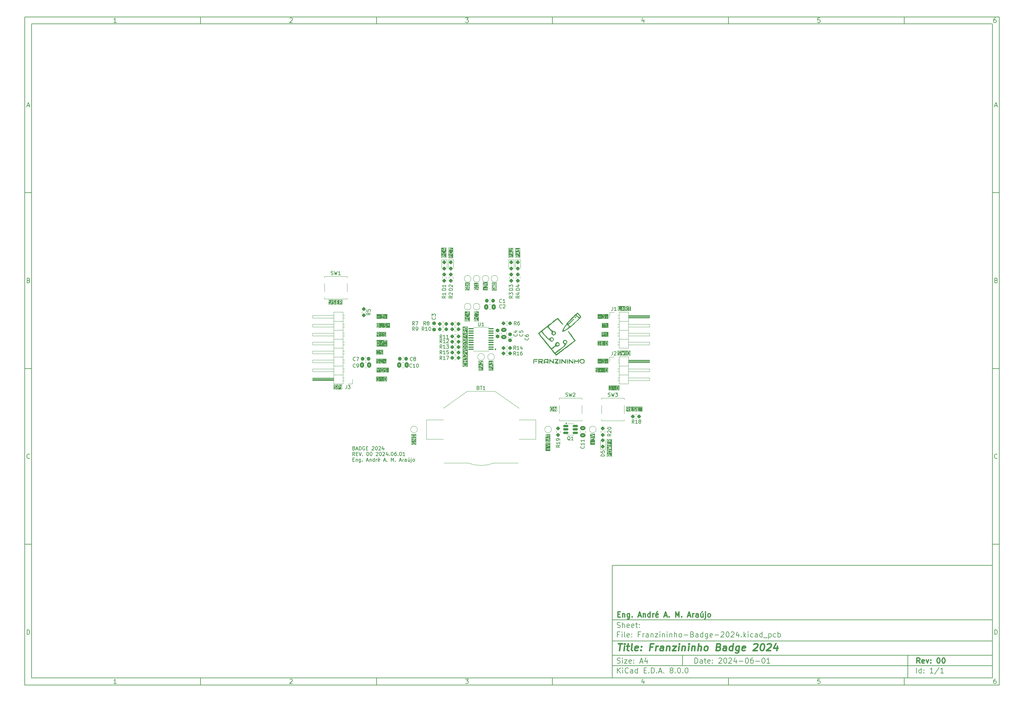
<source format=gbr>
%TF.GenerationSoftware,KiCad,Pcbnew,8.0.0*%
%TF.CreationDate,2024-06-01T14:18:10-03:00*%
%TF.ProjectId,Franzininho-Badge-2024,4672616e-7a69-46e6-996e-686f2d426164,00*%
%TF.SameCoordinates,Original*%
%TF.FileFunction,Legend,Top*%
%TF.FilePolarity,Positive*%
%FSLAX46Y46*%
G04 Gerber Fmt 4.6, Leading zero omitted, Abs format (unit mm)*
G04 Created by KiCad (PCBNEW 8.0.0) date 2024-06-01 14:18:10*
%MOMM*%
%LPD*%
G01*
G04 APERTURE LIST*
G04 Aperture macros list*
%AMRoundRect*
0 Rectangle with rounded corners*
0 $1 Rounding radius*
0 $2 $3 $4 $5 $6 $7 $8 $9 X,Y pos of 4 corners*
0 Add a 4 corners polygon primitive as box body*
4,1,4,$2,$3,$4,$5,$6,$7,$8,$9,$2,$3,0*
0 Add four circle primitives for the rounded corners*
1,1,$1+$1,$2,$3*
1,1,$1+$1,$4,$5*
1,1,$1+$1,$6,$7*
1,1,$1+$1,$8,$9*
0 Add four rect primitives between the rounded corners*
20,1,$1+$1,$2,$3,$4,$5,0*
20,1,$1+$1,$4,$5,$6,$7,0*
20,1,$1+$1,$6,$7,$8,$9,0*
20,1,$1+$1,$8,$9,$2,$3,0*%
G04 Aperture macros list end*
%ADD10C,0.100000*%
%ADD11C,0.150000*%
%ADD12C,0.300000*%
%ADD13C,0.400000*%
%ADD14C,0.200000*%
%ADD15C,0.120000*%
%ADD16C,0.000000*%
%ADD17C,1.524000*%
%ADD18C,1.500000*%
%ADD19RoundRect,0.237500X0.237500X-0.250000X0.237500X0.250000X-0.237500X0.250000X-0.237500X-0.250000X0*%
%ADD20RoundRect,0.237500X-0.237500X0.300000X-0.237500X-0.300000X0.237500X-0.300000X0.237500X0.300000X0*%
%ADD21R,1.700000X1.700000*%
%ADD22O,1.700000X1.700000*%
%ADD23RoundRect,0.237500X0.250000X0.237500X-0.250000X0.237500X-0.250000X-0.237500X0.250000X-0.237500X0*%
%ADD24RoundRect,0.237500X-0.237500X0.287500X-0.237500X-0.287500X0.237500X-0.287500X0.237500X0.287500X0*%
%ADD25RoundRect,0.237500X-0.250000X-0.237500X0.250000X-0.237500X0.250000X0.237500X-0.250000X0.237500X0*%
%ADD26RoundRect,0.237500X-0.300000X-0.237500X0.300000X-0.237500X0.300000X0.237500X-0.300000X0.237500X0*%
%ADD27RoundRect,0.237500X-0.237500X0.250000X-0.237500X-0.250000X0.237500X-0.250000X0.237500X0.250000X0*%
%ADD28R,5.100000X5.100000*%
%ADD29C,17.800000*%
%ADD30RoundRect,0.250000X0.337500X0.475000X-0.337500X0.475000X-0.337500X-0.475000X0.337500X-0.475000X0*%
%ADD31RoundRect,0.250000X-0.475000X0.337500X-0.475000X-0.337500X0.475000X-0.337500X0.475000X0.337500X0*%
%ADD32RoundRect,0.250000X0.475000X-0.337500X0.475000X0.337500X-0.475000X0.337500X-0.475000X-0.337500X0*%
%ADD33RoundRect,0.162500X-0.617500X-0.162500X0.617500X-0.162500X0.617500X0.162500X-0.617500X0.162500X0*%
%ADD34RoundRect,0.250000X-0.337500X-0.475000X0.337500X-0.475000X0.337500X0.475000X-0.337500X0.475000X0*%
%ADD35C,6.400000*%
%ADD36RoundRect,0.237500X0.237500X-0.287500X0.237500X0.287500X-0.237500X0.287500X-0.237500X-0.287500X0*%
%ADD37R,2.800000X1.000000*%
%ADD38RoundRect,0.237500X0.237500X-0.300000X0.237500X0.300000X-0.237500X0.300000X-0.237500X-0.300000X0*%
%ADD39RoundRect,0.237500X0.300000X0.237500X-0.300000X0.237500X-0.300000X-0.237500X0.300000X-0.237500X0*%
%ADD40RoundRect,0.100000X0.637500X0.100000X-0.637500X0.100000X-0.637500X-0.100000X0.637500X-0.100000X0*%
G04 APERTURE END LIST*
D10*
D11*
X177002200Y-166007200D02*
X285002200Y-166007200D01*
X285002200Y-198007200D01*
X177002200Y-198007200D01*
X177002200Y-166007200D01*
D10*
D11*
X10000000Y-10000000D02*
X287002200Y-10000000D01*
X287002200Y-200007200D01*
X10000000Y-200007200D01*
X10000000Y-10000000D01*
D10*
D11*
X12000000Y-12000000D02*
X285002200Y-12000000D01*
X285002200Y-198007200D01*
X12000000Y-198007200D01*
X12000000Y-12000000D01*
D10*
D11*
X60000000Y-12000000D02*
X60000000Y-10000000D01*
D10*
D11*
X110000000Y-12000000D02*
X110000000Y-10000000D01*
D10*
D11*
X160000000Y-12000000D02*
X160000000Y-10000000D01*
D10*
D11*
X210000000Y-12000000D02*
X210000000Y-10000000D01*
D10*
D11*
X260000000Y-12000000D02*
X260000000Y-10000000D01*
D10*
D11*
X36089160Y-11593604D02*
X35346303Y-11593604D01*
X35717731Y-11593604D02*
X35717731Y-10293604D01*
X35717731Y-10293604D02*
X35593922Y-10479319D01*
X35593922Y-10479319D02*
X35470112Y-10603128D01*
X35470112Y-10603128D02*
X35346303Y-10665033D01*
D10*
D11*
X85346303Y-10417414D02*
X85408207Y-10355509D01*
X85408207Y-10355509D02*
X85532017Y-10293604D01*
X85532017Y-10293604D02*
X85841541Y-10293604D01*
X85841541Y-10293604D02*
X85965350Y-10355509D01*
X85965350Y-10355509D02*
X86027255Y-10417414D01*
X86027255Y-10417414D02*
X86089160Y-10541223D01*
X86089160Y-10541223D02*
X86089160Y-10665033D01*
X86089160Y-10665033D02*
X86027255Y-10850747D01*
X86027255Y-10850747D02*
X85284398Y-11593604D01*
X85284398Y-11593604D02*
X86089160Y-11593604D01*
D10*
D11*
X135284398Y-10293604D02*
X136089160Y-10293604D01*
X136089160Y-10293604D02*
X135655826Y-10788842D01*
X135655826Y-10788842D02*
X135841541Y-10788842D01*
X135841541Y-10788842D02*
X135965350Y-10850747D01*
X135965350Y-10850747D02*
X136027255Y-10912652D01*
X136027255Y-10912652D02*
X136089160Y-11036461D01*
X136089160Y-11036461D02*
X136089160Y-11345985D01*
X136089160Y-11345985D02*
X136027255Y-11469795D01*
X136027255Y-11469795D02*
X135965350Y-11531700D01*
X135965350Y-11531700D02*
X135841541Y-11593604D01*
X135841541Y-11593604D02*
X135470112Y-11593604D01*
X135470112Y-11593604D02*
X135346303Y-11531700D01*
X135346303Y-11531700D02*
X135284398Y-11469795D01*
D10*
D11*
X185965350Y-10726938D02*
X185965350Y-11593604D01*
X185655826Y-10231700D02*
X185346303Y-11160271D01*
X185346303Y-11160271D02*
X186151064Y-11160271D01*
D10*
D11*
X236027255Y-10293604D02*
X235408207Y-10293604D01*
X235408207Y-10293604D02*
X235346303Y-10912652D01*
X235346303Y-10912652D02*
X235408207Y-10850747D01*
X235408207Y-10850747D02*
X235532017Y-10788842D01*
X235532017Y-10788842D02*
X235841541Y-10788842D01*
X235841541Y-10788842D02*
X235965350Y-10850747D01*
X235965350Y-10850747D02*
X236027255Y-10912652D01*
X236027255Y-10912652D02*
X236089160Y-11036461D01*
X236089160Y-11036461D02*
X236089160Y-11345985D01*
X236089160Y-11345985D02*
X236027255Y-11469795D01*
X236027255Y-11469795D02*
X235965350Y-11531700D01*
X235965350Y-11531700D02*
X235841541Y-11593604D01*
X235841541Y-11593604D02*
X235532017Y-11593604D01*
X235532017Y-11593604D02*
X235408207Y-11531700D01*
X235408207Y-11531700D02*
X235346303Y-11469795D01*
D10*
D11*
X285965350Y-10293604D02*
X285717731Y-10293604D01*
X285717731Y-10293604D02*
X285593922Y-10355509D01*
X285593922Y-10355509D02*
X285532017Y-10417414D01*
X285532017Y-10417414D02*
X285408207Y-10603128D01*
X285408207Y-10603128D02*
X285346303Y-10850747D01*
X285346303Y-10850747D02*
X285346303Y-11345985D01*
X285346303Y-11345985D02*
X285408207Y-11469795D01*
X285408207Y-11469795D02*
X285470112Y-11531700D01*
X285470112Y-11531700D02*
X285593922Y-11593604D01*
X285593922Y-11593604D02*
X285841541Y-11593604D01*
X285841541Y-11593604D02*
X285965350Y-11531700D01*
X285965350Y-11531700D02*
X286027255Y-11469795D01*
X286027255Y-11469795D02*
X286089160Y-11345985D01*
X286089160Y-11345985D02*
X286089160Y-11036461D01*
X286089160Y-11036461D02*
X286027255Y-10912652D01*
X286027255Y-10912652D02*
X285965350Y-10850747D01*
X285965350Y-10850747D02*
X285841541Y-10788842D01*
X285841541Y-10788842D02*
X285593922Y-10788842D01*
X285593922Y-10788842D02*
X285470112Y-10850747D01*
X285470112Y-10850747D02*
X285408207Y-10912652D01*
X285408207Y-10912652D02*
X285346303Y-11036461D01*
D10*
D11*
X60000000Y-198007200D02*
X60000000Y-200007200D01*
D10*
D11*
X110000000Y-198007200D02*
X110000000Y-200007200D01*
D10*
D11*
X160000000Y-198007200D02*
X160000000Y-200007200D01*
D10*
D11*
X210000000Y-198007200D02*
X210000000Y-200007200D01*
D10*
D11*
X260000000Y-198007200D02*
X260000000Y-200007200D01*
D10*
D11*
X36089160Y-199600804D02*
X35346303Y-199600804D01*
X35717731Y-199600804D02*
X35717731Y-198300804D01*
X35717731Y-198300804D02*
X35593922Y-198486519D01*
X35593922Y-198486519D02*
X35470112Y-198610328D01*
X35470112Y-198610328D02*
X35346303Y-198672233D01*
D10*
D11*
X85346303Y-198424614D02*
X85408207Y-198362709D01*
X85408207Y-198362709D02*
X85532017Y-198300804D01*
X85532017Y-198300804D02*
X85841541Y-198300804D01*
X85841541Y-198300804D02*
X85965350Y-198362709D01*
X85965350Y-198362709D02*
X86027255Y-198424614D01*
X86027255Y-198424614D02*
X86089160Y-198548423D01*
X86089160Y-198548423D02*
X86089160Y-198672233D01*
X86089160Y-198672233D02*
X86027255Y-198857947D01*
X86027255Y-198857947D02*
X85284398Y-199600804D01*
X85284398Y-199600804D02*
X86089160Y-199600804D01*
D10*
D11*
X135284398Y-198300804D02*
X136089160Y-198300804D01*
X136089160Y-198300804D02*
X135655826Y-198796042D01*
X135655826Y-198796042D02*
X135841541Y-198796042D01*
X135841541Y-198796042D02*
X135965350Y-198857947D01*
X135965350Y-198857947D02*
X136027255Y-198919852D01*
X136027255Y-198919852D02*
X136089160Y-199043661D01*
X136089160Y-199043661D02*
X136089160Y-199353185D01*
X136089160Y-199353185D02*
X136027255Y-199476995D01*
X136027255Y-199476995D02*
X135965350Y-199538900D01*
X135965350Y-199538900D02*
X135841541Y-199600804D01*
X135841541Y-199600804D02*
X135470112Y-199600804D01*
X135470112Y-199600804D02*
X135346303Y-199538900D01*
X135346303Y-199538900D02*
X135284398Y-199476995D01*
D10*
D11*
X185965350Y-198734138D02*
X185965350Y-199600804D01*
X185655826Y-198238900D02*
X185346303Y-199167471D01*
X185346303Y-199167471D02*
X186151064Y-199167471D01*
D10*
D11*
X236027255Y-198300804D02*
X235408207Y-198300804D01*
X235408207Y-198300804D02*
X235346303Y-198919852D01*
X235346303Y-198919852D02*
X235408207Y-198857947D01*
X235408207Y-198857947D02*
X235532017Y-198796042D01*
X235532017Y-198796042D02*
X235841541Y-198796042D01*
X235841541Y-198796042D02*
X235965350Y-198857947D01*
X235965350Y-198857947D02*
X236027255Y-198919852D01*
X236027255Y-198919852D02*
X236089160Y-199043661D01*
X236089160Y-199043661D02*
X236089160Y-199353185D01*
X236089160Y-199353185D02*
X236027255Y-199476995D01*
X236027255Y-199476995D02*
X235965350Y-199538900D01*
X235965350Y-199538900D02*
X235841541Y-199600804D01*
X235841541Y-199600804D02*
X235532017Y-199600804D01*
X235532017Y-199600804D02*
X235408207Y-199538900D01*
X235408207Y-199538900D02*
X235346303Y-199476995D01*
D10*
D11*
X285965350Y-198300804D02*
X285717731Y-198300804D01*
X285717731Y-198300804D02*
X285593922Y-198362709D01*
X285593922Y-198362709D02*
X285532017Y-198424614D01*
X285532017Y-198424614D02*
X285408207Y-198610328D01*
X285408207Y-198610328D02*
X285346303Y-198857947D01*
X285346303Y-198857947D02*
X285346303Y-199353185D01*
X285346303Y-199353185D02*
X285408207Y-199476995D01*
X285408207Y-199476995D02*
X285470112Y-199538900D01*
X285470112Y-199538900D02*
X285593922Y-199600804D01*
X285593922Y-199600804D02*
X285841541Y-199600804D01*
X285841541Y-199600804D02*
X285965350Y-199538900D01*
X285965350Y-199538900D02*
X286027255Y-199476995D01*
X286027255Y-199476995D02*
X286089160Y-199353185D01*
X286089160Y-199353185D02*
X286089160Y-199043661D01*
X286089160Y-199043661D02*
X286027255Y-198919852D01*
X286027255Y-198919852D02*
X285965350Y-198857947D01*
X285965350Y-198857947D02*
X285841541Y-198796042D01*
X285841541Y-198796042D02*
X285593922Y-198796042D01*
X285593922Y-198796042D02*
X285470112Y-198857947D01*
X285470112Y-198857947D02*
X285408207Y-198919852D01*
X285408207Y-198919852D02*
X285346303Y-199043661D01*
D10*
D11*
X10000000Y-60000000D02*
X12000000Y-60000000D01*
D10*
D11*
X10000000Y-110000000D02*
X12000000Y-110000000D01*
D10*
D11*
X10000000Y-160000000D02*
X12000000Y-160000000D01*
D10*
D11*
X10690476Y-35222176D02*
X11309523Y-35222176D01*
X10566666Y-35593604D02*
X10999999Y-34293604D01*
X10999999Y-34293604D02*
X11433333Y-35593604D01*
D10*
D11*
X11092857Y-84912652D02*
X11278571Y-84974557D01*
X11278571Y-84974557D02*
X11340476Y-85036461D01*
X11340476Y-85036461D02*
X11402380Y-85160271D01*
X11402380Y-85160271D02*
X11402380Y-85345985D01*
X11402380Y-85345985D02*
X11340476Y-85469795D01*
X11340476Y-85469795D02*
X11278571Y-85531700D01*
X11278571Y-85531700D02*
X11154761Y-85593604D01*
X11154761Y-85593604D02*
X10659523Y-85593604D01*
X10659523Y-85593604D02*
X10659523Y-84293604D01*
X10659523Y-84293604D02*
X11092857Y-84293604D01*
X11092857Y-84293604D02*
X11216666Y-84355509D01*
X11216666Y-84355509D02*
X11278571Y-84417414D01*
X11278571Y-84417414D02*
X11340476Y-84541223D01*
X11340476Y-84541223D02*
X11340476Y-84665033D01*
X11340476Y-84665033D02*
X11278571Y-84788842D01*
X11278571Y-84788842D02*
X11216666Y-84850747D01*
X11216666Y-84850747D02*
X11092857Y-84912652D01*
X11092857Y-84912652D02*
X10659523Y-84912652D01*
D10*
D11*
X11402380Y-135469795D02*
X11340476Y-135531700D01*
X11340476Y-135531700D02*
X11154761Y-135593604D01*
X11154761Y-135593604D02*
X11030952Y-135593604D01*
X11030952Y-135593604D02*
X10845238Y-135531700D01*
X10845238Y-135531700D02*
X10721428Y-135407890D01*
X10721428Y-135407890D02*
X10659523Y-135284080D01*
X10659523Y-135284080D02*
X10597619Y-135036461D01*
X10597619Y-135036461D02*
X10597619Y-134850747D01*
X10597619Y-134850747D02*
X10659523Y-134603128D01*
X10659523Y-134603128D02*
X10721428Y-134479319D01*
X10721428Y-134479319D02*
X10845238Y-134355509D01*
X10845238Y-134355509D02*
X11030952Y-134293604D01*
X11030952Y-134293604D02*
X11154761Y-134293604D01*
X11154761Y-134293604D02*
X11340476Y-134355509D01*
X11340476Y-134355509D02*
X11402380Y-134417414D01*
D10*
D11*
X10659523Y-185593604D02*
X10659523Y-184293604D01*
X10659523Y-184293604D02*
X10969047Y-184293604D01*
X10969047Y-184293604D02*
X11154761Y-184355509D01*
X11154761Y-184355509D02*
X11278571Y-184479319D01*
X11278571Y-184479319D02*
X11340476Y-184603128D01*
X11340476Y-184603128D02*
X11402380Y-184850747D01*
X11402380Y-184850747D02*
X11402380Y-185036461D01*
X11402380Y-185036461D02*
X11340476Y-185284080D01*
X11340476Y-185284080D02*
X11278571Y-185407890D01*
X11278571Y-185407890D02*
X11154761Y-185531700D01*
X11154761Y-185531700D02*
X10969047Y-185593604D01*
X10969047Y-185593604D02*
X10659523Y-185593604D01*
D10*
D11*
X287002200Y-60000000D02*
X285002200Y-60000000D01*
D10*
D11*
X287002200Y-110000000D02*
X285002200Y-110000000D01*
D10*
D11*
X287002200Y-160000000D02*
X285002200Y-160000000D01*
D10*
D11*
X285692676Y-35222176D02*
X286311723Y-35222176D01*
X285568866Y-35593604D02*
X286002199Y-34293604D01*
X286002199Y-34293604D02*
X286435533Y-35593604D01*
D10*
D11*
X286095057Y-84912652D02*
X286280771Y-84974557D01*
X286280771Y-84974557D02*
X286342676Y-85036461D01*
X286342676Y-85036461D02*
X286404580Y-85160271D01*
X286404580Y-85160271D02*
X286404580Y-85345985D01*
X286404580Y-85345985D02*
X286342676Y-85469795D01*
X286342676Y-85469795D02*
X286280771Y-85531700D01*
X286280771Y-85531700D02*
X286156961Y-85593604D01*
X286156961Y-85593604D02*
X285661723Y-85593604D01*
X285661723Y-85593604D02*
X285661723Y-84293604D01*
X285661723Y-84293604D02*
X286095057Y-84293604D01*
X286095057Y-84293604D02*
X286218866Y-84355509D01*
X286218866Y-84355509D02*
X286280771Y-84417414D01*
X286280771Y-84417414D02*
X286342676Y-84541223D01*
X286342676Y-84541223D02*
X286342676Y-84665033D01*
X286342676Y-84665033D02*
X286280771Y-84788842D01*
X286280771Y-84788842D02*
X286218866Y-84850747D01*
X286218866Y-84850747D02*
X286095057Y-84912652D01*
X286095057Y-84912652D02*
X285661723Y-84912652D01*
D10*
D11*
X286404580Y-135469795D02*
X286342676Y-135531700D01*
X286342676Y-135531700D02*
X286156961Y-135593604D01*
X286156961Y-135593604D02*
X286033152Y-135593604D01*
X286033152Y-135593604D02*
X285847438Y-135531700D01*
X285847438Y-135531700D02*
X285723628Y-135407890D01*
X285723628Y-135407890D02*
X285661723Y-135284080D01*
X285661723Y-135284080D02*
X285599819Y-135036461D01*
X285599819Y-135036461D02*
X285599819Y-134850747D01*
X285599819Y-134850747D02*
X285661723Y-134603128D01*
X285661723Y-134603128D02*
X285723628Y-134479319D01*
X285723628Y-134479319D02*
X285847438Y-134355509D01*
X285847438Y-134355509D02*
X286033152Y-134293604D01*
X286033152Y-134293604D02*
X286156961Y-134293604D01*
X286156961Y-134293604D02*
X286342676Y-134355509D01*
X286342676Y-134355509D02*
X286404580Y-134417414D01*
D10*
D11*
X285661723Y-185593604D02*
X285661723Y-184293604D01*
X285661723Y-184293604D02*
X285971247Y-184293604D01*
X285971247Y-184293604D02*
X286156961Y-184355509D01*
X286156961Y-184355509D02*
X286280771Y-184479319D01*
X286280771Y-184479319D02*
X286342676Y-184603128D01*
X286342676Y-184603128D02*
X286404580Y-184850747D01*
X286404580Y-184850747D02*
X286404580Y-185036461D01*
X286404580Y-185036461D02*
X286342676Y-185284080D01*
X286342676Y-185284080D02*
X286280771Y-185407890D01*
X286280771Y-185407890D02*
X286156961Y-185531700D01*
X286156961Y-185531700D02*
X285971247Y-185593604D01*
X285971247Y-185593604D02*
X285661723Y-185593604D01*
D10*
D11*
X200458026Y-193793328D02*
X200458026Y-192293328D01*
X200458026Y-192293328D02*
X200815169Y-192293328D01*
X200815169Y-192293328D02*
X201029455Y-192364757D01*
X201029455Y-192364757D02*
X201172312Y-192507614D01*
X201172312Y-192507614D02*
X201243741Y-192650471D01*
X201243741Y-192650471D02*
X201315169Y-192936185D01*
X201315169Y-192936185D02*
X201315169Y-193150471D01*
X201315169Y-193150471D02*
X201243741Y-193436185D01*
X201243741Y-193436185D02*
X201172312Y-193579042D01*
X201172312Y-193579042D02*
X201029455Y-193721900D01*
X201029455Y-193721900D02*
X200815169Y-193793328D01*
X200815169Y-193793328D02*
X200458026Y-193793328D01*
X202600884Y-193793328D02*
X202600884Y-193007614D01*
X202600884Y-193007614D02*
X202529455Y-192864757D01*
X202529455Y-192864757D02*
X202386598Y-192793328D01*
X202386598Y-192793328D02*
X202100884Y-192793328D01*
X202100884Y-192793328D02*
X201958026Y-192864757D01*
X202600884Y-193721900D02*
X202458026Y-193793328D01*
X202458026Y-193793328D02*
X202100884Y-193793328D01*
X202100884Y-193793328D02*
X201958026Y-193721900D01*
X201958026Y-193721900D02*
X201886598Y-193579042D01*
X201886598Y-193579042D02*
X201886598Y-193436185D01*
X201886598Y-193436185D02*
X201958026Y-193293328D01*
X201958026Y-193293328D02*
X202100884Y-193221900D01*
X202100884Y-193221900D02*
X202458026Y-193221900D01*
X202458026Y-193221900D02*
X202600884Y-193150471D01*
X203100884Y-192793328D02*
X203672312Y-192793328D01*
X203315169Y-192293328D02*
X203315169Y-193579042D01*
X203315169Y-193579042D02*
X203386598Y-193721900D01*
X203386598Y-193721900D02*
X203529455Y-193793328D01*
X203529455Y-193793328D02*
X203672312Y-193793328D01*
X204743741Y-193721900D02*
X204600884Y-193793328D01*
X204600884Y-193793328D02*
X204315170Y-193793328D01*
X204315170Y-193793328D02*
X204172312Y-193721900D01*
X204172312Y-193721900D02*
X204100884Y-193579042D01*
X204100884Y-193579042D02*
X204100884Y-193007614D01*
X204100884Y-193007614D02*
X204172312Y-192864757D01*
X204172312Y-192864757D02*
X204315170Y-192793328D01*
X204315170Y-192793328D02*
X204600884Y-192793328D01*
X204600884Y-192793328D02*
X204743741Y-192864757D01*
X204743741Y-192864757D02*
X204815170Y-193007614D01*
X204815170Y-193007614D02*
X204815170Y-193150471D01*
X204815170Y-193150471D02*
X204100884Y-193293328D01*
X205458026Y-193650471D02*
X205529455Y-193721900D01*
X205529455Y-193721900D02*
X205458026Y-193793328D01*
X205458026Y-193793328D02*
X205386598Y-193721900D01*
X205386598Y-193721900D02*
X205458026Y-193650471D01*
X205458026Y-193650471D02*
X205458026Y-193793328D01*
X205458026Y-192864757D02*
X205529455Y-192936185D01*
X205529455Y-192936185D02*
X205458026Y-193007614D01*
X205458026Y-193007614D02*
X205386598Y-192936185D01*
X205386598Y-192936185D02*
X205458026Y-192864757D01*
X205458026Y-192864757D02*
X205458026Y-193007614D01*
X207243741Y-192436185D02*
X207315169Y-192364757D01*
X207315169Y-192364757D02*
X207458027Y-192293328D01*
X207458027Y-192293328D02*
X207815169Y-192293328D01*
X207815169Y-192293328D02*
X207958027Y-192364757D01*
X207958027Y-192364757D02*
X208029455Y-192436185D01*
X208029455Y-192436185D02*
X208100884Y-192579042D01*
X208100884Y-192579042D02*
X208100884Y-192721900D01*
X208100884Y-192721900D02*
X208029455Y-192936185D01*
X208029455Y-192936185D02*
X207172312Y-193793328D01*
X207172312Y-193793328D02*
X208100884Y-193793328D01*
X209029455Y-192293328D02*
X209172312Y-192293328D01*
X209172312Y-192293328D02*
X209315169Y-192364757D01*
X209315169Y-192364757D02*
X209386598Y-192436185D01*
X209386598Y-192436185D02*
X209458026Y-192579042D01*
X209458026Y-192579042D02*
X209529455Y-192864757D01*
X209529455Y-192864757D02*
X209529455Y-193221900D01*
X209529455Y-193221900D02*
X209458026Y-193507614D01*
X209458026Y-193507614D02*
X209386598Y-193650471D01*
X209386598Y-193650471D02*
X209315169Y-193721900D01*
X209315169Y-193721900D02*
X209172312Y-193793328D01*
X209172312Y-193793328D02*
X209029455Y-193793328D01*
X209029455Y-193793328D02*
X208886598Y-193721900D01*
X208886598Y-193721900D02*
X208815169Y-193650471D01*
X208815169Y-193650471D02*
X208743740Y-193507614D01*
X208743740Y-193507614D02*
X208672312Y-193221900D01*
X208672312Y-193221900D02*
X208672312Y-192864757D01*
X208672312Y-192864757D02*
X208743740Y-192579042D01*
X208743740Y-192579042D02*
X208815169Y-192436185D01*
X208815169Y-192436185D02*
X208886598Y-192364757D01*
X208886598Y-192364757D02*
X209029455Y-192293328D01*
X210100883Y-192436185D02*
X210172311Y-192364757D01*
X210172311Y-192364757D02*
X210315169Y-192293328D01*
X210315169Y-192293328D02*
X210672311Y-192293328D01*
X210672311Y-192293328D02*
X210815169Y-192364757D01*
X210815169Y-192364757D02*
X210886597Y-192436185D01*
X210886597Y-192436185D02*
X210958026Y-192579042D01*
X210958026Y-192579042D02*
X210958026Y-192721900D01*
X210958026Y-192721900D02*
X210886597Y-192936185D01*
X210886597Y-192936185D02*
X210029454Y-193793328D01*
X210029454Y-193793328D02*
X210958026Y-193793328D01*
X212243740Y-192793328D02*
X212243740Y-193793328D01*
X211886597Y-192221900D02*
X211529454Y-193293328D01*
X211529454Y-193293328D02*
X212458025Y-193293328D01*
X213029453Y-193221900D02*
X214172311Y-193221900D01*
X215172311Y-192293328D02*
X215315168Y-192293328D01*
X215315168Y-192293328D02*
X215458025Y-192364757D01*
X215458025Y-192364757D02*
X215529454Y-192436185D01*
X215529454Y-192436185D02*
X215600882Y-192579042D01*
X215600882Y-192579042D02*
X215672311Y-192864757D01*
X215672311Y-192864757D02*
X215672311Y-193221900D01*
X215672311Y-193221900D02*
X215600882Y-193507614D01*
X215600882Y-193507614D02*
X215529454Y-193650471D01*
X215529454Y-193650471D02*
X215458025Y-193721900D01*
X215458025Y-193721900D02*
X215315168Y-193793328D01*
X215315168Y-193793328D02*
X215172311Y-193793328D01*
X215172311Y-193793328D02*
X215029454Y-193721900D01*
X215029454Y-193721900D02*
X214958025Y-193650471D01*
X214958025Y-193650471D02*
X214886596Y-193507614D01*
X214886596Y-193507614D02*
X214815168Y-193221900D01*
X214815168Y-193221900D02*
X214815168Y-192864757D01*
X214815168Y-192864757D02*
X214886596Y-192579042D01*
X214886596Y-192579042D02*
X214958025Y-192436185D01*
X214958025Y-192436185D02*
X215029454Y-192364757D01*
X215029454Y-192364757D02*
X215172311Y-192293328D01*
X216958025Y-192293328D02*
X216672310Y-192293328D01*
X216672310Y-192293328D02*
X216529453Y-192364757D01*
X216529453Y-192364757D02*
X216458025Y-192436185D01*
X216458025Y-192436185D02*
X216315167Y-192650471D01*
X216315167Y-192650471D02*
X216243739Y-192936185D01*
X216243739Y-192936185D02*
X216243739Y-193507614D01*
X216243739Y-193507614D02*
X216315167Y-193650471D01*
X216315167Y-193650471D02*
X216386596Y-193721900D01*
X216386596Y-193721900D02*
X216529453Y-193793328D01*
X216529453Y-193793328D02*
X216815167Y-193793328D01*
X216815167Y-193793328D02*
X216958025Y-193721900D01*
X216958025Y-193721900D02*
X217029453Y-193650471D01*
X217029453Y-193650471D02*
X217100882Y-193507614D01*
X217100882Y-193507614D02*
X217100882Y-193150471D01*
X217100882Y-193150471D02*
X217029453Y-193007614D01*
X217029453Y-193007614D02*
X216958025Y-192936185D01*
X216958025Y-192936185D02*
X216815167Y-192864757D01*
X216815167Y-192864757D02*
X216529453Y-192864757D01*
X216529453Y-192864757D02*
X216386596Y-192936185D01*
X216386596Y-192936185D02*
X216315167Y-193007614D01*
X216315167Y-193007614D02*
X216243739Y-193150471D01*
X217743738Y-193221900D02*
X218886596Y-193221900D01*
X219886596Y-192293328D02*
X220029453Y-192293328D01*
X220029453Y-192293328D02*
X220172310Y-192364757D01*
X220172310Y-192364757D02*
X220243739Y-192436185D01*
X220243739Y-192436185D02*
X220315167Y-192579042D01*
X220315167Y-192579042D02*
X220386596Y-192864757D01*
X220386596Y-192864757D02*
X220386596Y-193221900D01*
X220386596Y-193221900D02*
X220315167Y-193507614D01*
X220315167Y-193507614D02*
X220243739Y-193650471D01*
X220243739Y-193650471D02*
X220172310Y-193721900D01*
X220172310Y-193721900D02*
X220029453Y-193793328D01*
X220029453Y-193793328D02*
X219886596Y-193793328D01*
X219886596Y-193793328D02*
X219743739Y-193721900D01*
X219743739Y-193721900D02*
X219672310Y-193650471D01*
X219672310Y-193650471D02*
X219600881Y-193507614D01*
X219600881Y-193507614D02*
X219529453Y-193221900D01*
X219529453Y-193221900D02*
X219529453Y-192864757D01*
X219529453Y-192864757D02*
X219600881Y-192579042D01*
X219600881Y-192579042D02*
X219672310Y-192436185D01*
X219672310Y-192436185D02*
X219743739Y-192364757D01*
X219743739Y-192364757D02*
X219886596Y-192293328D01*
X221815167Y-193793328D02*
X220958024Y-193793328D01*
X221386595Y-193793328D02*
X221386595Y-192293328D01*
X221386595Y-192293328D02*
X221243738Y-192507614D01*
X221243738Y-192507614D02*
X221100881Y-192650471D01*
X221100881Y-192650471D02*
X220958024Y-192721900D01*
D10*
D11*
X177002200Y-194507200D02*
X285002200Y-194507200D01*
D10*
D11*
X178458026Y-196593328D02*
X178458026Y-195093328D01*
X179315169Y-196593328D02*
X178672312Y-195736185D01*
X179315169Y-195093328D02*
X178458026Y-195950471D01*
X179958026Y-196593328D02*
X179958026Y-195593328D01*
X179958026Y-195093328D02*
X179886598Y-195164757D01*
X179886598Y-195164757D02*
X179958026Y-195236185D01*
X179958026Y-195236185D02*
X180029455Y-195164757D01*
X180029455Y-195164757D02*
X179958026Y-195093328D01*
X179958026Y-195093328D02*
X179958026Y-195236185D01*
X181529455Y-196450471D02*
X181458027Y-196521900D01*
X181458027Y-196521900D02*
X181243741Y-196593328D01*
X181243741Y-196593328D02*
X181100884Y-196593328D01*
X181100884Y-196593328D02*
X180886598Y-196521900D01*
X180886598Y-196521900D02*
X180743741Y-196379042D01*
X180743741Y-196379042D02*
X180672312Y-196236185D01*
X180672312Y-196236185D02*
X180600884Y-195950471D01*
X180600884Y-195950471D02*
X180600884Y-195736185D01*
X180600884Y-195736185D02*
X180672312Y-195450471D01*
X180672312Y-195450471D02*
X180743741Y-195307614D01*
X180743741Y-195307614D02*
X180886598Y-195164757D01*
X180886598Y-195164757D02*
X181100884Y-195093328D01*
X181100884Y-195093328D02*
X181243741Y-195093328D01*
X181243741Y-195093328D02*
X181458027Y-195164757D01*
X181458027Y-195164757D02*
X181529455Y-195236185D01*
X182815170Y-196593328D02*
X182815170Y-195807614D01*
X182815170Y-195807614D02*
X182743741Y-195664757D01*
X182743741Y-195664757D02*
X182600884Y-195593328D01*
X182600884Y-195593328D02*
X182315170Y-195593328D01*
X182315170Y-195593328D02*
X182172312Y-195664757D01*
X182815170Y-196521900D02*
X182672312Y-196593328D01*
X182672312Y-196593328D02*
X182315170Y-196593328D01*
X182315170Y-196593328D02*
X182172312Y-196521900D01*
X182172312Y-196521900D02*
X182100884Y-196379042D01*
X182100884Y-196379042D02*
X182100884Y-196236185D01*
X182100884Y-196236185D02*
X182172312Y-196093328D01*
X182172312Y-196093328D02*
X182315170Y-196021900D01*
X182315170Y-196021900D02*
X182672312Y-196021900D01*
X182672312Y-196021900D02*
X182815170Y-195950471D01*
X184172313Y-196593328D02*
X184172313Y-195093328D01*
X184172313Y-196521900D02*
X184029455Y-196593328D01*
X184029455Y-196593328D02*
X183743741Y-196593328D01*
X183743741Y-196593328D02*
X183600884Y-196521900D01*
X183600884Y-196521900D02*
X183529455Y-196450471D01*
X183529455Y-196450471D02*
X183458027Y-196307614D01*
X183458027Y-196307614D02*
X183458027Y-195879042D01*
X183458027Y-195879042D02*
X183529455Y-195736185D01*
X183529455Y-195736185D02*
X183600884Y-195664757D01*
X183600884Y-195664757D02*
X183743741Y-195593328D01*
X183743741Y-195593328D02*
X184029455Y-195593328D01*
X184029455Y-195593328D02*
X184172313Y-195664757D01*
X186029455Y-195807614D02*
X186529455Y-195807614D01*
X186743741Y-196593328D02*
X186029455Y-196593328D01*
X186029455Y-196593328D02*
X186029455Y-195093328D01*
X186029455Y-195093328D02*
X186743741Y-195093328D01*
X187386598Y-196450471D02*
X187458027Y-196521900D01*
X187458027Y-196521900D02*
X187386598Y-196593328D01*
X187386598Y-196593328D02*
X187315170Y-196521900D01*
X187315170Y-196521900D02*
X187386598Y-196450471D01*
X187386598Y-196450471D02*
X187386598Y-196593328D01*
X188100884Y-196593328D02*
X188100884Y-195093328D01*
X188100884Y-195093328D02*
X188458027Y-195093328D01*
X188458027Y-195093328D02*
X188672313Y-195164757D01*
X188672313Y-195164757D02*
X188815170Y-195307614D01*
X188815170Y-195307614D02*
X188886599Y-195450471D01*
X188886599Y-195450471D02*
X188958027Y-195736185D01*
X188958027Y-195736185D02*
X188958027Y-195950471D01*
X188958027Y-195950471D02*
X188886599Y-196236185D01*
X188886599Y-196236185D02*
X188815170Y-196379042D01*
X188815170Y-196379042D02*
X188672313Y-196521900D01*
X188672313Y-196521900D02*
X188458027Y-196593328D01*
X188458027Y-196593328D02*
X188100884Y-196593328D01*
X189600884Y-196450471D02*
X189672313Y-196521900D01*
X189672313Y-196521900D02*
X189600884Y-196593328D01*
X189600884Y-196593328D02*
X189529456Y-196521900D01*
X189529456Y-196521900D02*
X189600884Y-196450471D01*
X189600884Y-196450471D02*
X189600884Y-196593328D01*
X190243742Y-196164757D02*
X190958028Y-196164757D01*
X190100885Y-196593328D02*
X190600885Y-195093328D01*
X190600885Y-195093328D02*
X191100885Y-196593328D01*
X191600884Y-196450471D02*
X191672313Y-196521900D01*
X191672313Y-196521900D02*
X191600884Y-196593328D01*
X191600884Y-196593328D02*
X191529456Y-196521900D01*
X191529456Y-196521900D02*
X191600884Y-196450471D01*
X191600884Y-196450471D02*
X191600884Y-196593328D01*
X193672313Y-195736185D02*
X193529456Y-195664757D01*
X193529456Y-195664757D02*
X193458027Y-195593328D01*
X193458027Y-195593328D02*
X193386599Y-195450471D01*
X193386599Y-195450471D02*
X193386599Y-195379042D01*
X193386599Y-195379042D02*
X193458027Y-195236185D01*
X193458027Y-195236185D02*
X193529456Y-195164757D01*
X193529456Y-195164757D02*
X193672313Y-195093328D01*
X193672313Y-195093328D02*
X193958027Y-195093328D01*
X193958027Y-195093328D02*
X194100885Y-195164757D01*
X194100885Y-195164757D02*
X194172313Y-195236185D01*
X194172313Y-195236185D02*
X194243742Y-195379042D01*
X194243742Y-195379042D02*
X194243742Y-195450471D01*
X194243742Y-195450471D02*
X194172313Y-195593328D01*
X194172313Y-195593328D02*
X194100885Y-195664757D01*
X194100885Y-195664757D02*
X193958027Y-195736185D01*
X193958027Y-195736185D02*
X193672313Y-195736185D01*
X193672313Y-195736185D02*
X193529456Y-195807614D01*
X193529456Y-195807614D02*
X193458027Y-195879042D01*
X193458027Y-195879042D02*
X193386599Y-196021900D01*
X193386599Y-196021900D02*
X193386599Y-196307614D01*
X193386599Y-196307614D02*
X193458027Y-196450471D01*
X193458027Y-196450471D02*
X193529456Y-196521900D01*
X193529456Y-196521900D02*
X193672313Y-196593328D01*
X193672313Y-196593328D02*
X193958027Y-196593328D01*
X193958027Y-196593328D02*
X194100885Y-196521900D01*
X194100885Y-196521900D02*
X194172313Y-196450471D01*
X194172313Y-196450471D02*
X194243742Y-196307614D01*
X194243742Y-196307614D02*
X194243742Y-196021900D01*
X194243742Y-196021900D02*
X194172313Y-195879042D01*
X194172313Y-195879042D02*
X194100885Y-195807614D01*
X194100885Y-195807614D02*
X193958027Y-195736185D01*
X194886598Y-196450471D02*
X194958027Y-196521900D01*
X194958027Y-196521900D02*
X194886598Y-196593328D01*
X194886598Y-196593328D02*
X194815170Y-196521900D01*
X194815170Y-196521900D02*
X194886598Y-196450471D01*
X194886598Y-196450471D02*
X194886598Y-196593328D01*
X195886599Y-195093328D02*
X196029456Y-195093328D01*
X196029456Y-195093328D02*
X196172313Y-195164757D01*
X196172313Y-195164757D02*
X196243742Y-195236185D01*
X196243742Y-195236185D02*
X196315170Y-195379042D01*
X196315170Y-195379042D02*
X196386599Y-195664757D01*
X196386599Y-195664757D02*
X196386599Y-196021900D01*
X196386599Y-196021900D02*
X196315170Y-196307614D01*
X196315170Y-196307614D02*
X196243742Y-196450471D01*
X196243742Y-196450471D02*
X196172313Y-196521900D01*
X196172313Y-196521900D02*
X196029456Y-196593328D01*
X196029456Y-196593328D02*
X195886599Y-196593328D01*
X195886599Y-196593328D02*
X195743742Y-196521900D01*
X195743742Y-196521900D02*
X195672313Y-196450471D01*
X195672313Y-196450471D02*
X195600884Y-196307614D01*
X195600884Y-196307614D02*
X195529456Y-196021900D01*
X195529456Y-196021900D02*
X195529456Y-195664757D01*
X195529456Y-195664757D02*
X195600884Y-195379042D01*
X195600884Y-195379042D02*
X195672313Y-195236185D01*
X195672313Y-195236185D02*
X195743742Y-195164757D01*
X195743742Y-195164757D02*
X195886599Y-195093328D01*
X197029455Y-196450471D02*
X197100884Y-196521900D01*
X197100884Y-196521900D02*
X197029455Y-196593328D01*
X197029455Y-196593328D02*
X196958027Y-196521900D01*
X196958027Y-196521900D02*
X197029455Y-196450471D01*
X197029455Y-196450471D02*
X197029455Y-196593328D01*
X198029456Y-195093328D02*
X198172313Y-195093328D01*
X198172313Y-195093328D02*
X198315170Y-195164757D01*
X198315170Y-195164757D02*
X198386599Y-195236185D01*
X198386599Y-195236185D02*
X198458027Y-195379042D01*
X198458027Y-195379042D02*
X198529456Y-195664757D01*
X198529456Y-195664757D02*
X198529456Y-196021900D01*
X198529456Y-196021900D02*
X198458027Y-196307614D01*
X198458027Y-196307614D02*
X198386599Y-196450471D01*
X198386599Y-196450471D02*
X198315170Y-196521900D01*
X198315170Y-196521900D02*
X198172313Y-196593328D01*
X198172313Y-196593328D02*
X198029456Y-196593328D01*
X198029456Y-196593328D02*
X197886599Y-196521900D01*
X197886599Y-196521900D02*
X197815170Y-196450471D01*
X197815170Y-196450471D02*
X197743741Y-196307614D01*
X197743741Y-196307614D02*
X197672313Y-196021900D01*
X197672313Y-196021900D02*
X197672313Y-195664757D01*
X197672313Y-195664757D02*
X197743741Y-195379042D01*
X197743741Y-195379042D02*
X197815170Y-195236185D01*
X197815170Y-195236185D02*
X197886599Y-195164757D01*
X197886599Y-195164757D02*
X198029456Y-195093328D01*
D10*
D11*
X177002200Y-191507200D02*
X285002200Y-191507200D01*
D10*
D12*
X264413853Y-193785528D02*
X263913853Y-193071242D01*
X263556710Y-193785528D02*
X263556710Y-192285528D01*
X263556710Y-192285528D02*
X264128139Y-192285528D01*
X264128139Y-192285528D02*
X264270996Y-192356957D01*
X264270996Y-192356957D02*
X264342425Y-192428385D01*
X264342425Y-192428385D02*
X264413853Y-192571242D01*
X264413853Y-192571242D02*
X264413853Y-192785528D01*
X264413853Y-192785528D02*
X264342425Y-192928385D01*
X264342425Y-192928385D02*
X264270996Y-192999814D01*
X264270996Y-192999814D02*
X264128139Y-193071242D01*
X264128139Y-193071242D02*
X263556710Y-193071242D01*
X265628139Y-193714100D02*
X265485282Y-193785528D01*
X265485282Y-193785528D02*
X265199568Y-193785528D01*
X265199568Y-193785528D02*
X265056710Y-193714100D01*
X265056710Y-193714100D02*
X264985282Y-193571242D01*
X264985282Y-193571242D02*
X264985282Y-192999814D01*
X264985282Y-192999814D02*
X265056710Y-192856957D01*
X265056710Y-192856957D02*
X265199568Y-192785528D01*
X265199568Y-192785528D02*
X265485282Y-192785528D01*
X265485282Y-192785528D02*
X265628139Y-192856957D01*
X265628139Y-192856957D02*
X265699568Y-192999814D01*
X265699568Y-192999814D02*
X265699568Y-193142671D01*
X265699568Y-193142671D02*
X264985282Y-193285528D01*
X266199567Y-192785528D02*
X266556710Y-193785528D01*
X266556710Y-193785528D02*
X266913853Y-192785528D01*
X267485281Y-193642671D02*
X267556710Y-193714100D01*
X267556710Y-193714100D02*
X267485281Y-193785528D01*
X267485281Y-193785528D02*
X267413853Y-193714100D01*
X267413853Y-193714100D02*
X267485281Y-193642671D01*
X267485281Y-193642671D02*
X267485281Y-193785528D01*
X267485281Y-192856957D02*
X267556710Y-192928385D01*
X267556710Y-192928385D02*
X267485281Y-192999814D01*
X267485281Y-192999814D02*
X267413853Y-192928385D01*
X267413853Y-192928385D02*
X267485281Y-192856957D01*
X267485281Y-192856957D02*
X267485281Y-192999814D01*
X269628139Y-192285528D02*
X269770996Y-192285528D01*
X269770996Y-192285528D02*
X269913853Y-192356957D01*
X269913853Y-192356957D02*
X269985282Y-192428385D01*
X269985282Y-192428385D02*
X270056710Y-192571242D01*
X270056710Y-192571242D02*
X270128139Y-192856957D01*
X270128139Y-192856957D02*
X270128139Y-193214100D01*
X270128139Y-193214100D02*
X270056710Y-193499814D01*
X270056710Y-193499814D02*
X269985282Y-193642671D01*
X269985282Y-193642671D02*
X269913853Y-193714100D01*
X269913853Y-193714100D02*
X269770996Y-193785528D01*
X269770996Y-193785528D02*
X269628139Y-193785528D01*
X269628139Y-193785528D02*
X269485282Y-193714100D01*
X269485282Y-193714100D02*
X269413853Y-193642671D01*
X269413853Y-193642671D02*
X269342424Y-193499814D01*
X269342424Y-193499814D02*
X269270996Y-193214100D01*
X269270996Y-193214100D02*
X269270996Y-192856957D01*
X269270996Y-192856957D02*
X269342424Y-192571242D01*
X269342424Y-192571242D02*
X269413853Y-192428385D01*
X269413853Y-192428385D02*
X269485282Y-192356957D01*
X269485282Y-192356957D02*
X269628139Y-192285528D01*
X271056710Y-192285528D02*
X271199567Y-192285528D01*
X271199567Y-192285528D02*
X271342424Y-192356957D01*
X271342424Y-192356957D02*
X271413853Y-192428385D01*
X271413853Y-192428385D02*
X271485281Y-192571242D01*
X271485281Y-192571242D02*
X271556710Y-192856957D01*
X271556710Y-192856957D02*
X271556710Y-193214100D01*
X271556710Y-193214100D02*
X271485281Y-193499814D01*
X271485281Y-193499814D02*
X271413853Y-193642671D01*
X271413853Y-193642671D02*
X271342424Y-193714100D01*
X271342424Y-193714100D02*
X271199567Y-193785528D01*
X271199567Y-193785528D02*
X271056710Y-193785528D01*
X271056710Y-193785528D02*
X270913853Y-193714100D01*
X270913853Y-193714100D02*
X270842424Y-193642671D01*
X270842424Y-193642671D02*
X270770995Y-193499814D01*
X270770995Y-193499814D02*
X270699567Y-193214100D01*
X270699567Y-193214100D02*
X270699567Y-192856957D01*
X270699567Y-192856957D02*
X270770995Y-192571242D01*
X270770995Y-192571242D02*
X270842424Y-192428385D01*
X270842424Y-192428385D02*
X270913853Y-192356957D01*
X270913853Y-192356957D02*
X271056710Y-192285528D01*
D10*
D11*
X178386598Y-193721900D02*
X178600884Y-193793328D01*
X178600884Y-193793328D02*
X178958026Y-193793328D01*
X178958026Y-193793328D02*
X179100884Y-193721900D01*
X179100884Y-193721900D02*
X179172312Y-193650471D01*
X179172312Y-193650471D02*
X179243741Y-193507614D01*
X179243741Y-193507614D02*
X179243741Y-193364757D01*
X179243741Y-193364757D02*
X179172312Y-193221900D01*
X179172312Y-193221900D02*
X179100884Y-193150471D01*
X179100884Y-193150471D02*
X178958026Y-193079042D01*
X178958026Y-193079042D02*
X178672312Y-193007614D01*
X178672312Y-193007614D02*
X178529455Y-192936185D01*
X178529455Y-192936185D02*
X178458026Y-192864757D01*
X178458026Y-192864757D02*
X178386598Y-192721900D01*
X178386598Y-192721900D02*
X178386598Y-192579042D01*
X178386598Y-192579042D02*
X178458026Y-192436185D01*
X178458026Y-192436185D02*
X178529455Y-192364757D01*
X178529455Y-192364757D02*
X178672312Y-192293328D01*
X178672312Y-192293328D02*
X179029455Y-192293328D01*
X179029455Y-192293328D02*
X179243741Y-192364757D01*
X179886597Y-193793328D02*
X179886597Y-192793328D01*
X179886597Y-192293328D02*
X179815169Y-192364757D01*
X179815169Y-192364757D02*
X179886597Y-192436185D01*
X179886597Y-192436185D02*
X179958026Y-192364757D01*
X179958026Y-192364757D02*
X179886597Y-192293328D01*
X179886597Y-192293328D02*
X179886597Y-192436185D01*
X180458026Y-192793328D02*
X181243741Y-192793328D01*
X181243741Y-192793328D02*
X180458026Y-193793328D01*
X180458026Y-193793328D02*
X181243741Y-193793328D01*
X182386598Y-193721900D02*
X182243741Y-193793328D01*
X182243741Y-193793328D02*
X181958027Y-193793328D01*
X181958027Y-193793328D02*
X181815169Y-193721900D01*
X181815169Y-193721900D02*
X181743741Y-193579042D01*
X181743741Y-193579042D02*
X181743741Y-193007614D01*
X181743741Y-193007614D02*
X181815169Y-192864757D01*
X181815169Y-192864757D02*
X181958027Y-192793328D01*
X181958027Y-192793328D02*
X182243741Y-192793328D01*
X182243741Y-192793328D02*
X182386598Y-192864757D01*
X182386598Y-192864757D02*
X182458027Y-193007614D01*
X182458027Y-193007614D02*
X182458027Y-193150471D01*
X182458027Y-193150471D02*
X181743741Y-193293328D01*
X183100883Y-193650471D02*
X183172312Y-193721900D01*
X183172312Y-193721900D02*
X183100883Y-193793328D01*
X183100883Y-193793328D02*
X183029455Y-193721900D01*
X183029455Y-193721900D02*
X183100883Y-193650471D01*
X183100883Y-193650471D02*
X183100883Y-193793328D01*
X183100883Y-192864757D02*
X183172312Y-192936185D01*
X183172312Y-192936185D02*
X183100883Y-193007614D01*
X183100883Y-193007614D02*
X183029455Y-192936185D01*
X183029455Y-192936185D02*
X183100883Y-192864757D01*
X183100883Y-192864757D02*
X183100883Y-193007614D01*
X184886598Y-193364757D02*
X185600884Y-193364757D01*
X184743741Y-193793328D02*
X185243741Y-192293328D01*
X185243741Y-192293328D02*
X185743741Y-193793328D01*
X186886598Y-192793328D02*
X186886598Y-193793328D01*
X186529455Y-192221900D02*
X186172312Y-193293328D01*
X186172312Y-193293328D02*
X187100883Y-193293328D01*
D10*
D11*
X263458026Y-196593328D02*
X263458026Y-195093328D01*
X264815170Y-196593328D02*
X264815170Y-195093328D01*
X264815170Y-196521900D02*
X264672312Y-196593328D01*
X264672312Y-196593328D02*
X264386598Y-196593328D01*
X264386598Y-196593328D02*
X264243741Y-196521900D01*
X264243741Y-196521900D02*
X264172312Y-196450471D01*
X264172312Y-196450471D02*
X264100884Y-196307614D01*
X264100884Y-196307614D02*
X264100884Y-195879042D01*
X264100884Y-195879042D02*
X264172312Y-195736185D01*
X264172312Y-195736185D02*
X264243741Y-195664757D01*
X264243741Y-195664757D02*
X264386598Y-195593328D01*
X264386598Y-195593328D02*
X264672312Y-195593328D01*
X264672312Y-195593328D02*
X264815170Y-195664757D01*
X265529455Y-196450471D02*
X265600884Y-196521900D01*
X265600884Y-196521900D02*
X265529455Y-196593328D01*
X265529455Y-196593328D02*
X265458027Y-196521900D01*
X265458027Y-196521900D02*
X265529455Y-196450471D01*
X265529455Y-196450471D02*
X265529455Y-196593328D01*
X265529455Y-195664757D02*
X265600884Y-195736185D01*
X265600884Y-195736185D02*
X265529455Y-195807614D01*
X265529455Y-195807614D02*
X265458027Y-195736185D01*
X265458027Y-195736185D02*
X265529455Y-195664757D01*
X265529455Y-195664757D02*
X265529455Y-195807614D01*
X268172313Y-196593328D02*
X267315170Y-196593328D01*
X267743741Y-196593328D02*
X267743741Y-195093328D01*
X267743741Y-195093328D02*
X267600884Y-195307614D01*
X267600884Y-195307614D02*
X267458027Y-195450471D01*
X267458027Y-195450471D02*
X267315170Y-195521900D01*
X269886598Y-195021900D02*
X268600884Y-196950471D01*
X271172313Y-196593328D02*
X270315170Y-196593328D01*
X270743741Y-196593328D02*
X270743741Y-195093328D01*
X270743741Y-195093328D02*
X270600884Y-195307614D01*
X270600884Y-195307614D02*
X270458027Y-195450471D01*
X270458027Y-195450471D02*
X270315170Y-195521900D01*
D10*
D11*
X177002200Y-187507200D02*
X285002200Y-187507200D01*
D10*
D13*
X178693928Y-188211638D02*
X179836785Y-188211638D01*
X179015357Y-190211638D02*
X179265357Y-188211638D01*
X180253452Y-190211638D02*
X180420119Y-188878304D01*
X180503452Y-188211638D02*
X180396309Y-188306876D01*
X180396309Y-188306876D02*
X180479643Y-188402114D01*
X180479643Y-188402114D02*
X180586786Y-188306876D01*
X180586786Y-188306876D02*
X180503452Y-188211638D01*
X180503452Y-188211638D02*
X180479643Y-188402114D01*
X181086786Y-188878304D02*
X181848690Y-188878304D01*
X181455833Y-188211638D02*
X181241548Y-189925923D01*
X181241548Y-189925923D02*
X181312976Y-190116400D01*
X181312976Y-190116400D02*
X181491548Y-190211638D01*
X181491548Y-190211638D02*
X181682024Y-190211638D01*
X182634405Y-190211638D02*
X182455833Y-190116400D01*
X182455833Y-190116400D02*
X182384405Y-189925923D01*
X182384405Y-189925923D02*
X182598690Y-188211638D01*
X184170119Y-190116400D02*
X183967738Y-190211638D01*
X183967738Y-190211638D02*
X183586785Y-190211638D01*
X183586785Y-190211638D02*
X183408214Y-190116400D01*
X183408214Y-190116400D02*
X183336785Y-189925923D01*
X183336785Y-189925923D02*
X183432024Y-189164019D01*
X183432024Y-189164019D02*
X183551071Y-188973542D01*
X183551071Y-188973542D02*
X183753452Y-188878304D01*
X183753452Y-188878304D02*
X184134404Y-188878304D01*
X184134404Y-188878304D02*
X184312976Y-188973542D01*
X184312976Y-188973542D02*
X184384404Y-189164019D01*
X184384404Y-189164019D02*
X184360595Y-189354495D01*
X184360595Y-189354495D02*
X183384404Y-189544971D01*
X185134405Y-190021161D02*
X185217738Y-190116400D01*
X185217738Y-190116400D02*
X185110595Y-190211638D01*
X185110595Y-190211638D02*
X185027262Y-190116400D01*
X185027262Y-190116400D02*
X185134405Y-190021161D01*
X185134405Y-190021161D02*
X185110595Y-190211638D01*
X185265357Y-188973542D02*
X185348690Y-189068780D01*
X185348690Y-189068780D02*
X185241548Y-189164019D01*
X185241548Y-189164019D02*
X185158214Y-189068780D01*
X185158214Y-189068780D02*
X185265357Y-188973542D01*
X185265357Y-188973542D02*
X185241548Y-189164019D01*
X188384405Y-189164019D02*
X187717739Y-189164019D01*
X187586786Y-190211638D02*
X187836786Y-188211638D01*
X187836786Y-188211638D02*
X188789167Y-188211638D01*
X189301072Y-190211638D02*
X189467739Y-188878304D01*
X189420120Y-189259257D02*
X189539167Y-189068780D01*
X189539167Y-189068780D02*
X189646310Y-188973542D01*
X189646310Y-188973542D02*
X189848691Y-188878304D01*
X189848691Y-188878304D02*
X190039167Y-188878304D01*
X191396310Y-190211638D02*
X191527262Y-189164019D01*
X191527262Y-189164019D02*
X191455834Y-188973542D01*
X191455834Y-188973542D02*
X191277262Y-188878304D01*
X191277262Y-188878304D02*
X190896310Y-188878304D01*
X190896310Y-188878304D02*
X190693929Y-188973542D01*
X191408215Y-190116400D02*
X191205834Y-190211638D01*
X191205834Y-190211638D02*
X190729643Y-190211638D01*
X190729643Y-190211638D02*
X190551072Y-190116400D01*
X190551072Y-190116400D02*
X190479643Y-189925923D01*
X190479643Y-189925923D02*
X190503453Y-189735447D01*
X190503453Y-189735447D02*
X190622501Y-189544971D01*
X190622501Y-189544971D02*
X190824882Y-189449733D01*
X190824882Y-189449733D02*
X191301072Y-189449733D01*
X191301072Y-189449733D02*
X191503453Y-189354495D01*
X192515358Y-188878304D02*
X192348691Y-190211638D01*
X192491548Y-189068780D02*
X192598691Y-188973542D01*
X192598691Y-188973542D02*
X192801072Y-188878304D01*
X192801072Y-188878304D02*
X193086786Y-188878304D01*
X193086786Y-188878304D02*
X193265358Y-188973542D01*
X193265358Y-188973542D02*
X193336786Y-189164019D01*
X193336786Y-189164019D02*
X193205834Y-190211638D01*
X194134406Y-188878304D02*
X195182025Y-188878304D01*
X195182025Y-188878304D02*
X193967739Y-190211638D01*
X193967739Y-190211638D02*
X195015358Y-190211638D01*
X195777263Y-190211638D02*
X195943930Y-188878304D01*
X196027263Y-188211638D02*
X195920120Y-188306876D01*
X195920120Y-188306876D02*
X196003454Y-188402114D01*
X196003454Y-188402114D02*
X196110597Y-188306876D01*
X196110597Y-188306876D02*
X196027263Y-188211638D01*
X196027263Y-188211638D02*
X196003454Y-188402114D01*
X196896311Y-188878304D02*
X196729644Y-190211638D01*
X196872501Y-189068780D02*
X196979644Y-188973542D01*
X196979644Y-188973542D02*
X197182025Y-188878304D01*
X197182025Y-188878304D02*
X197467739Y-188878304D01*
X197467739Y-188878304D02*
X197646311Y-188973542D01*
X197646311Y-188973542D02*
X197717739Y-189164019D01*
X197717739Y-189164019D02*
X197586787Y-190211638D01*
X198539168Y-190211638D02*
X198705835Y-188878304D01*
X198789168Y-188211638D02*
X198682025Y-188306876D01*
X198682025Y-188306876D02*
X198765359Y-188402114D01*
X198765359Y-188402114D02*
X198872502Y-188306876D01*
X198872502Y-188306876D02*
X198789168Y-188211638D01*
X198789168Y-188211638D02*
X198765359Y-188402114D01*
X199658216Y-188878304D02*
X199491549Y-190211638D01*
X199634406Y-189068780D02*
X199741549Y-188973542D01*
X199741549Y-188973542D02*
X199943930Y-188878304D01*
X199943930Y-188878304D02*
X200229644Y-188878304D01*
X200229644Y-188878304D02*
X200408216Y-188973542D01*
X200408216Y-188973542D02*
X200479644Y-189164019D01*
X200479644Y-189164019D02*
X200348692Y-190211638D01*
X201301073Y-190211638D02*
X201551073Y-188211638D01*
X202158216Y-190211638D02*
X202289168Y-189164019D01*
X202289168Y-189164019D02*
X202217740Y-188973542D01*
X202217740Y-188973542D02*
X202039168Y-188878304D01*
X202039168Y-188878304D02*
X201753454Y-188878304D01*
X201753454Y-188878304D02*
X201551073Y-188973542D01*
X201551073Y-188973542D02*
X201443930Y-189068780D01*
X203396312Y-190211638D02*
X203217740Y-190116400D01*
X203217740Y-190116400D02*
X203134407Y-190021161D01*
X203134407Y-190021161D02*
X203062978Y-189830685D01*
X203062978Y-189830685D02*
X203134407Y-189259257D01*
X203134407Y-189259257D02*
X203253454Y-189068780D01*
X203253454Y-189068780D02*
X203360597Y-188973542D01*
X203360597Y-188973542D02*
X203562978Y-188878304D01*
X203562978Y-188878304D02*
X203848692Y-188878304D01*
X203848692Y-188878304D02*
X204027264Y-188973542D01*
X204027264Y-188973542D02*
X204110597Y-189068780D01*
X204110597Y-189068780D02*
X204182026Y-189259257D01*
X204182026Y-189259257D02*
X204110597Y-189830685D01*
X204110597Y-189830685D02*
X203991550Y-190021161D01*
X203991550Y-190021161D02*
X203884407Y-190116400D01*
X203884407Y-190116400D02*
X203682026Y-190211638D01*
X203682026Y-190211638D02*
X203396312Y-190211638D01*
X207241550Y-189164019D02*
X207515360Y-189259257D01*
X207515360Y-189259257D02*
X207598693Y-189354495D01*
X207598693Y-189354495D02*
X207670122Y-189544971D01*
X207670122Y-189544971D02*
X207634407Y-189830685D01*
X207634407Y-189830685D02*
X207515360Y-190021161D01*
X207515360Y-190021161D02*
X207408217Y-190116400D01*
X207408217Y-190116400D02*
X207205836Y-190211638D01*
X207205836Y-190211638D02*
X206443931Y-190211638D01*
X206443931Y-190211638D02*
X206693931Y-188211638D01*
X206693931Y-188211638D02*
X207360598Y-188211638D01*
X207360598Y-188211638D02*
X207539169Y-188306876D01*
X207539169Y-188306876D02*
X207622503Y-188402114D01*
X207622503Y-188402114D02*
X207693931Y-188592590D01*
X207693931Y-188592590D02*
X207670122Y-188783066D01*
X207670122Y-188783066D02*
X207551074Y-188973542D01*
X207551074Y-188973542D02*
X207443931Y-189068780D01*
X207443931Y-189068780D02*
X207241550Y-189164019D01*
X207241550Y-189164019D02*
X206574884Y-189164019D01*
X209301074Y-190211638D02*
X209432026Y-189164019D01*
X209432026Y-189164019D02*
X209360598Y-188973542D01*
X209360598Y-188973542D02*
X209182026Y-188878304D01*
X209182026Y-188878304D02*
X208801074Y-188878304D01*
X208801074Y-188878304D02*
X208598693Y-188973542D01*
X209312979Y-190116400D02*
X209110598Y-190211638D01*
X209110598Y-190211638D02*
X208634407Y-190211638D01*
X208634407Y-190211638D02*
X208455836Y-190116400D01*
X208455836Y-190116400D02*
X208384407Y-189925923D01*
X208384407Y-189925923D02*
X208408217Y-189735447D01*
X208408217Y-189735447D02*
X208527265Y-189544971D01*
X208527265Y-189544971D02*
X208729646Y-189449733D01*
X208729646Y-189449733D02*
X209205836Y-189449733D01*
X209205836Y-189449733D02*
X209408217Y-189354495D01*
X211110598Y-190211638D02*
X211360598Y-188211638D01*
X211122503Y-190116400D02*
X210920122Y-190211638D01*
X210920122Y-190211638D02*
X210539170Y-190211638D01*
X210539170Y-190211638D02*
X210360598Y-190116400D01*
X210360598Y-190116400D02*
X210277265Y-190021161D01*
X210277265Y-190021161D02*
X210205836Y-189830685D01*
X210205836Y-189830685D02*
X210277265Y-189259257D01*
X210277265Y-189259257D02*
X210396312Y-189068780D01*
X210396312Y-189068780D02*
X210503455Y-188973542D01*
X210503455Y-188973542D02*
X210705836Y-188878304D01*
X210705836Y-188878304D02*
X211086789Y-188878304D01*
X211086789Y-188878304D02*
X211265360Y-188973542D01*
X213086789Y-188878304D02*
X212884408Y-190497352D01*
X212884408Y-190497352D02*
X212765360Y-190687828D01*
X212765360Y-190687828D02*
X212658217Y-190783066D01*
X212658217Y-190783066D02*
X212455836Y-190878304D01*
X212455836Y-190878304D02*
X212170122Y-190878304D01*
X212170122Y-190878304D02*
X211991551Y-190783066D01*
X212932027Y-190116400D02*
X212729646Y-190211638D01*
X212729646Y-190211638D02*
X212348694Y-190211638D01*
X212348694Y-190211638D02*
X212170122Y-190116400D01*
X212170122Y-190116400D02*
X212086789Y-190021161D01*
X212086789Y-190021161D02*
X212015360Y-189830685D01*
X212015360Y-189830685D02*
X212086789Y-189259257D01*
X212086789Y-189259257D02*
X212205836Y-189068780D01*
X212205836Y-189068780D02*
X212312979Y-188973542D01*
X212312979Y-188973542D02*
X212515360Y-188878304D01*
X212515360Y-188878304D02*
X212896313Y-188878304D01*
X212896313Y-188878304D02*
X213074884Y-188973542D01*
X214646313Y-190116400D02*
X214443932Y-190211638D01*
X214443932Y-190211638D02*
X214062979Y-190211638D01*
X214062979Y-190211638D02*
X213884408Y-190116400D01*
X213884408Y-190116400D02*
X213812979Y-189925923D01*
X213812979Y-189925923D02*
X213908218Y-189164019D01*
X213908218Y-189164019D02*
X214027265Y-188973542D01*
X214027265Y-188973542D02*
X214229646Y-188878304D01*
X214229646Y-188878304D02*
X214610598Y-188878304D01*
X214610598Y-188878304D02*
X214789170Y-188973542D01*
X214789170Y-188973542D02*
X214860598Y-189164019D01*
X214860598Y-189164019D02*
X214836789Y-189354495D01*
X214836789Y-189354495D02*
X213860598Y-189544971D01*
X217241552Y-188402114D02*
X217348694Y-188306876D01*
X217348694Y-188306876D02*
X217551075Y-188211638D01*
X217551075Y-188211638D02*
X218027266Y-188211638D01*
X218027266Y-188211638D02*
X218205837Y-188306876D01*
X218205837Y-188306876D02*
X218289171Y-188402114D01*
X218289171Y-188402114D02*
X218360599Y-188592590D01*
X218360599Y-188592590D02*
X218336790Y-188783066D01*
X218336790Y-188783066D02*
X218205837Y-189068780D01*
X218205837Y-189068780D02*
X216920123Y-190211638D01*
X216920123Y-190211638D02*
X218158218Y-190211638D01*
X219646314Y-188211638D02*
X219836790Y-188211638D01*
X219836790Y-188211638D02*
X220015361Y-188306876D01*
X220015361Y-188306876D02*
X220098695Y-188402114D01*
X220098695Y-188402114D02*
X220170123Y-188592590D01*
X220170123Y-188592590D02*
X220217742Y-188973542D01*
X220217742Y-188973542D02*
X220158218Y-189449733D01*
X220158218Y-189449733D02*
X220015361Y-189830685D01*
X220015361Y-189830685D02*
X219896314Y-190021161D01*
X219896314Y-190021161D02*
X219789171Y-190116400D01*
X219789171Y-190116400D02*
X219586790Y-190211638D01*
X219586790Y-190211638D02*
X219396314Y-190211638D01*
X219396314Y-190211638D02*
X219217742Y-190116400D01*
X219217742Y-190116400D02*
X219134409Y-190021161D01*
X219134409Y-190021161D02*
X219062980Y-189830685D01*
X219062980Y-189830685D02*
X219015361Y-189449733D01*
X219015361Y-189449733D02*
X219074885Y-188973542D01*
X219074885Y-188973542D02*
X219217742Y-188592590D01*
X219217742Y-188592590D02*
X219336790Y-188402114D01*
X219336790Y-188402114D02*
X219443933Y-188306876D01*
X219443933Y-188306876D02*
X219646314Y-188211638D01*
X221051076Y-188402114D02*
X221158218Y-188306876D01*
X221158218Y-188306876D02*
X221360599Y-188211638D01*
X221360599Y-188211638D02*
X221836790Y-188211638D01*
X221836790Y-188211638D02*
X222015361Y-188306876D01*
X222015361Y-188306876D02*
X222098695Y-188402114D01*
X222098695Y-188402114D02*
X222170123Y-188592590D01*
X222170123Y-188592590D02*
X222146314Y-188783066D01*
X222146314Y-188783066D02*
X222015361Y-189068780D01*
X222015361Y-189068780D02*
X220729647Y-190211638D01*
X220729647Y-190211638D02*
X221967742Y-190211638D01*
X223848695Y-188878304D02*
X223682028Y-190211638D01*
X223467742Y-188116400D02*
X222812980Y-189544971D01*
X222812980Y-189544971D02*
X224051076Y-189544971D01*
D10*
D11*
X178958026Y-185607614D02*
X178458026Y-185607614D01*
X178458026Y-186393328D02*
X178458026Y-184893328D01*
X178458026Y-184893328D02*
X179172312Y-184893328D01*
X179743740Y-186393328D02*
X179743740Y-185393328D01*
X179743740Y-184893328D02*
X179672312Y-184964757D01*
X179672312Y-184964757D02*
X179743740Y-185036185D01*
X179743740Y-185036185D02*
X179815169Y-184964757D01*
X179815169Y-184964757D02*
X179743740Y-184893328D01*
X179743740Y-184893328D02*
X179743740Y-185036185D01*
X180672312Y-186393328D02*
X180529455Y-186321900D01*
X180529455Y-186321900D02*
X180458026Y-186179042D01*
X180458026Y-186179042D02*
X180458026Y-184893328D01*
X181815169Y-186321900D02*
X181672312Y-186393328D01*
X181672312Y-186393328D02*
X181386598Y-186393328D01*
X181386598Y-186393328D02*
X181243740Y-186321900D01*
X181243740Y-186321900D02*
X181172312Y-186179042D01*
X181172312Y-186179042D02*
X181172312Y-185607614D01*
X181172312Y-185607614D02*
X181243740Y-185464757D01*
X181243740Y-185464757D02*
X181386598Y-185393328D01*
X181386598Y-185393328D02*
X181672312Y-185393328D01*
X181672312Y-185393328D02*
X181815169Y-185464757D01*
X181815169Y-185464757D02*
X181886598Y-185607614D01*
X181886598Y-185607614D02*
X181886598Y-185750471D01*
X181886598Y-185750471D02*
X181172312Y-185893328D01*
X182529454Y-186250471D02*
X182600883Y-186321900D01*
X182600883Y-186321900D02*
X182529454Y-186393328D01*
X182529454Y-186393328D02*
X182458026Y-186321900D01*
X182458026Y-186321900D02*
X182529454Y-186250471D01*
X182529454Y-186250471D02*
X182529454Y-186393328D01*
X182529454Y-185464757D02*
X182600883Y-185536185D01*
X182600883Y-185536185D02*
X182529454Y-185607614D01*
X182529454Y-185607614D02*
X182458026Y-185536185D01*
X182458026Y-185536185D02*
X182529454Y-185464757D01*
X182529454Y-185464757D02*
X182529454Y-185607614D01*
X184886597Y-185607614D02*
X184386597Y-185607614D01*
X184386597Y-186393328D02*
X184386597Y-184893328D01*
X184386597Y-184893328D02*
X185100883Y-184893328D01*
X185672311Y-186393328D02*
X185672311Y-185393328D01*
X185672311Y-185679042D02*
X185743740Y-185536185D01*
X185743740Y-185536185D02*
X185815169Y-185464757D01*
X185815169Y-185464757D02*
X185958026Y-185393328D01*
X185958026Y-185393328D02*
X186100883Y-185393328D01*
X187243740Y-186393328D02*
X187243740Y-185607614D01*
X187243740Y-185607614D02*
X187172311Y-185464757D01*
X187172311Y-185464757D02*
X187029454Y-185393328D01*
X187029454Y-185393328D02*
X186743740Y-185393328D01*
X186743740Y-185393328D02*
X186600882Y-185464757D01*
X187243740Y-186321900D02*
X187100882Y-186393328D01*
X187100882Y-186393328D02*
X186743740Y-186393328D01*
X186743740Y-186393328D02*
X186600882Y-186321900D01*
X186600882Y-186321900D02*
X186529454Y-186179042D01*
X186529454Y-186179042D02*
X186529454Y-186036185D01*
X186529454Y-186036185D02*
X186600882Y-185893328D01*
X186600882Y-185893328D02*
X186743740Y-185821900D01*
X186743740Y-185821900D02*
X187100882Y-185821900D01*
X187100882Y-185821900D02*
X187243740Y-185750471D01*
X187958025Y-185393328D02*
X187958025Y-186393328D01*
X187958025Y-185536185D02*
X188029454Y-185464757D01*
X188029454Y-185464757D02*
X188172311Y-185393328D01*
X188172311Y-185393328D02*
X188386597Y-185393328D01*
X188386597Y-185393328D02*
X188529454Y-185464757D01*
X188529454Y-185464757D02*
X188600883Y-185607614D01*
X188600883Y-185607614D02*
X188600883Y-186393328D01*
X189172311Y-185393328D02*
X189958026Y-185393328D01*
X189958026Y-185393328D02*
X189172311Y-186393328D01*
X189172311Y-186393328D02*
X189958026Y-186393328D01*
X190529454Y-186393328D02*
X190529454Y-185393328D01*
X190529454Y-184893328D02*
X190458026Y-184964757D01*
X190458026Y-184964757D02*
X190529454Y-185036185D01*
X190529454Y-185036185D02*
X190600883Y-184964757D01*
X190600883Y-184964757D02*
X190529454Y-184893328D01*
X190529454Y-184893328D02*
X190529454Y-185036185D01*
X191243740Y-185393328D02*
X191243740Y-186393328D01*
X191243740Y-185536185D02*
X191315169Y-185464757D01*
X191315169Y-185464757D02*
X191458026Y-185393328D01*
X191458026Y-185393328D02*
X191672312Y-185393328D01*
X191672312Y-185393328D02*
X191815169Y-185464757D01*
X191815169Y-185464757D02*
X191886598Y-185607614D01*
X191886598Y-185607614D02*
X191886598Y-186393328D01*
X192600883Y-186393328D02*
X192600883Y-185393328D01*
X192600883Y-184893328D02*
X192529455Y-184964757D01*
X192529455Y-184964757D02*
X192600883Y-185036185D01*
X192600883Y-185036185D02*
X192672312Y-184964757D01*
X192672312Y-184964757D02*
X192600883Y-184893328D01*
X192600883Y-184893328D02*
X192600883Y-185036185D01*
X193315169Y-185393328D02*
X193315169Y-186393328D01*
X193315169Y-185536185D02*
X193386598Y-185464757D01*
X193386598Y-185464757D02*
X193529455Y-185393328D01*
X193529455Y-185393328D02*
X193743741Y-185393328D01*
X193743741Y-185393328D02*
X193886598Y-185464757D01*
X193886598Y-185464757D02*
X193958027Y-185607614D01*
X193958027Y-185607614D02*
X193958027Y-186393328D01*
X194672312Y-186393328D02*
X194672312Y-184893328D01*
X195315170Y-186393328D02*
X195315170Y-185607614D01*
X195315170Y-185607614D02*
X195243741Y-185464757D01*
X195243741Y-185464757D02*
X195100884Y-185393328D01*
X195100884Y-185393328D02*
X194886598Y-185393328D01*
X194886598Y-185393328D02*
X194743741Y-185464757D01*
X194743741Y-185464757D02*
X194672312Y-185536185D01*
X196243741Y-186393328D02*
X196100884Y-186321900D01*
X196100884Y-186321900D02*
X196029455Y-186250471D01*
X196029455Y-186250471D02*
X195958027Y-186107614D01*
X195958027Y-186107614D02*
X195958027Y-185679042D01*
X195958027Y-185679042D02*
X196029455Y-185536185D01*
X196029455Y-185536185D02*
X196100884Y-185464757D01*
X196100884Y-185464757D02*
X196243741Y-185393328D01*
X196243741Y-185393328D02*
X196458027Y-185393328D01*
X196458027Y-185393328D02*
X196600884Y-185464757D01*
X196600884Y-185464757D02*
X196672313Y-185536185D01*
X196672313Y-185536185D02*
X196743741Y-185679042D01*
X196743741Y-185679042D02*
X196743741Y-186107614D01*
X196743741Y-186107614D02*
X196672313Y-186250471D01*
X196672313Y-186250471D02*
X196600884Y-186321900D01*
X196600884Y-186321900D02*
X196458027Y-186393328D01*
X196458027Y-186393328D02*
X196243741Y-186393328D01*
X197386598Y-185821900D02*
X198529456Y-185821900D01*
X199743741Y-185607614D02*
X199958027Y-185679042D01*
X199958027Y-185679042D02*
X200029456Y-185750471D01*
X200029456Y-185750471D02*
X200100884Y-185893328D01*
X200100884Y-185893328D02*
X200100884Y-186107614D01*
X200100884Y-186107614D02*
X200029456Y-186250471D01*
X200029456Y-186250471D02*
X199958027Y-186321900D01*
X199958027Y-186321900D02*
X199815170Y-186393328D01*
X199815170Y-186393328D02*
X199243741Y-186393328D01*
X199243741Y-186393328D02*
X199243741Y-184893328D01*
X199243741Y-184893328D02*
X199743741Y-184893328D01*
X199743741Y-184893328D02*
X199886599Y-184964757D01*
X199886599Y-184964757D02*
X199958027Y-185036185D01*
X199958027Y-185036185D02*
X200029456Y-185179042D01*
X200029456Y-185179042D02*
X200029456Y-185321900D01*
X200029456Y-185321900D02*
X199958027Y-185464757D01*
X199958027Y-185464757D02*
X199886599Y-185536185D01*
X199886599Y-185536185D02*
X199743741Y-185607614D01*
X199743741Y-185607614D02*
X199243741Y-185607614D01*
X201386599Y-186393328D02*
X201386599Y-185607614D01*
X201386599Y-185607614D02*
X201315170Y-185464757D01*
X201315170Y-185464757D02*
X201172313Y-185393328D01*
X201172313Y-185393328D02*
X200886599Y-185393328D01*
X200886599Y-185393328D02*
X200743741Y-185464757D01*
X201386599Y-186321900D02*
X201243741Y-186393328D01*
X201243741Y-186393328D02*
X200886599Y-186393328D01*
X200886599Y-186393328D02*
X200743741Y-186321900D01*
X200743741Y-186321900D02*
X200672313Y-186179042D01*
X200672313Y-186179042D02*
X200672313Y-186036185D01*
X200672313Y-186036185D02*
X200743741Y-185893328D01*
X200743741Y-185893328D02*
X200886599Y-185821900D01*
X200886599Y-185821900D02*
X201243741Y-185821900D01*
X201243741Y-185821900D02*
X201386599Y-185750471D01*
X202743742Y-186393328D02*
X202743742Y-184893328D01*
X202743742Y-186321900D02*
X202600884Y-186393328D01*
X202600884Y-186393328D02*
X202315170Y-186393328D01*
X202315170Y-186393328D02*
X202172313Y-186321900D01*
X202172313Y-186321900D02*
X202100884Y-186250471D01*
X202100884Y-186250471D02*
X202029456Y-186107614D01*
X202029456Y-186107614D02*
X202029456Y-185679042D01*
X202029456Y-185679042D02*
X202100884Y-185536185D01*
X202100884Y-185536185D02*
X202172313Y-185464757D01*
X202172313Y-185464757D02*
X202315170Y-185393328D01*
X202315170Y-185393328D02*
X202600884Y-185393328D01*
X202600884Y-185393328D02*
X202743742Y-185464757D01*
X204100885Y-185393328D02*
X204100885Y-186607614D01*
X204100885Y-186607614D02*
X204029456Y-186750471D01*
X204029456Y-186750471D02*
X203958027Y-186821900D01*
X203958027Y-186821900D02*
X203815170Y-186893328D01*
X203815170Y-186893328D02*
X203600885Y-186893328D01*
X203600885Y-186893328D02*
X203458027Y-186821900D01*
X204100885Y-186321900D02*
X203958027Y-186393328D01*
X203958027Y-186393328D02*
X203672313Y-186393328D01*
X203672313Y-186393328D02*
X203529456Y-186321900D01*
X203529456Y-186321900D02*
X203458027Y-186250471D01*
X203458027Y-186250471D02*
X203386599Y-186107614D01*
X203386599Y-186107614D02*
X203386599Y-185679042D01*
X203386599Y-185679042D02*
X203458027Y-185536185D01*
X203458027Y-185536185D02*
X203529456Y-185464757D01*
X203529456Y-185464757D02*
X203672313Y-185393328D01*
X203672313Y-185393328D02*
X203958027Y-185393328D01*
X203958027Y-185393328D02*
X204100885Y-185464757D01*
X205386599Y-186321900D02*
X205243742Y-186393328D01*
X205243742Y-186393328D02*
X204958028Y-186393328D01*
X204958028Y-186393328D02*
X204815170Y-186321900D01*
X204815170Y-186321900D02*
X204743742Y-186179042D01*
X204743742Y-186179042D02*
X204743742Y-185607614D01*
X204743742Y-185607614D02*
X204815170Y-185464757D01*
X204815170Y-185464757D02*
X204958028Y-185393328D01*
X204958028Y-185393328D02*
X205243742Y-185393328D01*
X205243742Y-185393328D02*
X205386599Y-185464757D01*
X205386599Y-185464757D02*
X205458028Y-185607614D01*
X205458028Y-185607614D02*
X205458028Y-185750471D01*
X205458028Y-185750471D02*
X204743742Y-185893328D01*
X206100884Y-185821900D02*
X207243742Y-185821900D01*
X207886599Y-185036185D02*
X207958027Y-184964757D01*
X207958027Y-184964757D02*
X208100885Y-184893328D01*
X208100885Y-184893328D02*
X208458027Y-184893328D01*
X208458027Y-184893328D02*
X208600885Y-184964757D01*
X208600885Y-184964757D02*
X208672313Y-185036185D01*
X208672313Y-185036185D02*
X208743742Y-185179042D01*
X208743742Y-185179042D02*
X208743742Y-185321900D01*
X208743742Y-185321900D02*
X208672313Y-185536185D01*
X208672313Y-185536185D02*
X207815170Y-186393328D01*
X207815170Y-186393328D02*
X208743742Y-186393328D01*
X209672313Y-184893328D02*
X209815170Y-184893328D01*
X209815170Y-184893328D02*
X209958027Y-184964757D01*
X209958027Y-184964757D02*
X210029456Y-185036185D01*
X210029456Y-185036185D02*
X210100884Y-185179042D01*
X210100884Y-185179042D02*
X210172313Y-185464757D01*
X210172313Y-185464757D02*
X210172313Y-185821900D01*
X210172313Y-185821900D02*
X210100884Y-186107614D01*
X210100884Y-186107614D02*
X210029456Y-186250471D01*
X210029456Y-186250471D02*
X209958027Y-186321900D01*
X209958027Y-186321900D02*
X209815170Y-186393328D01*
X209815170Y-186393328D02*
X209672313Y-186393328D01*
X209672313Y-186393328D02*
X209529456Y-186321900D01*
X209529456Y-186321900D02*
X209458027Y-186250471D01*
X209458027Y-186250471D02*
X209386598Y-186107614D01*
X209386598Y-186107614D02*
X209315170Y-185821900D01*
X209315170Y-185821900D02*
X209315170Y-185464757D01*
X209315170Y-185464757D02*
X209386598Y-185179042D01*
X209386598Y-185179042D02*
X209458027Y-185036185D01*
X209458027Y-185036185D02*
X209529456Y-184964757D01*
X209529456Y-184964757D02*
X209672313Y-184893328D01*
X210743741Y-185036185D02*
X210815169Y-184964757D01*
X210815169Y-184964757D02*
X210958027Y-184893328D01*
X210958027Y-184893328D02*
X211315169Y-184893328D01*
X211315169Y-184893328D02*
X211458027Y-184964757D01*
X211458027Y-184964757D02*
X211529455Y-185036185D01*
X211529455Y-185036185D02*
X211600884Y-185179042D01*
X211600884Y-185179042D02*
X211600884Y-185321900D01*
X211600884Y-185321900D02*
X211529455Y-185536185D01*
X211529455Y-185536185D02*
X210672312Y-186393328D01*
X210672312Y-186393328D02*
X211600884Y-186393328D01*
X212886598Y-185393328D02*
X212886598Y-186393328D01*
X212529455Y-184821900D02*
X212172312Y-185893328D01*
X212172312Y-185893328D02*
X213100883Y-185893328D01*
X213672311Y-186250471D02*
X213743740Y-186321900D01*
X213743740Y-186321900D02*
X213672311Y-186393328D01*
X213672311Y-186393328D02*
X213600883Y-186321900D01*
X213600883Y-186321900D02*
X213672311Y-186250471D01*
X213672311Y-186250471D02*
X213672311Y-186393328D01*
X214386597Y-186393328D02*
X214386597Y-184893328D01*
X214529455Y-185821900D02*
X214958026Y-186393328D01*
X214958026Y-185393328D02*
X214386597Y-185964757D01*
X215600883Y-186393328D02*
X215600883Y-185393328D01*
X215600883Y-184893328D02*
X215529455Y-184964757D01*
X215529455Y-184964757D02*
X215600883Y-185036185D01*
X215600883Y-185036185D02*
X215672312Y-184964757D01*
X215672312Y-184964757D02*
X215600883Y-184893328D01*
X215600883Y-184893328D02*
X215600883Y-185036185D01*
X216958027Y-186321900D02*
X216815169Y-186393328D01*
X216815169Y-186393328D02*
X216529455Y-186393328D01*
X216529455Y-186393328D02*
X216386598Y-186321900D01*
X216386598Y-186321900D02*
X216315169Y-186250471D01*
X216315169Y-186250471D02*
X216243741Y-186107614D01*
X216243741Y-186107614D02*
X216243741Y-185679042D01*
X216243741Y-185679042D02*
X216315169Y-185536185D01*
X216315169Y-185536185D02*
X216386598Y-185464757D01*
X216386598Y-185464757D02*
X216529455Y-185393328D01*
X216529455Y-185393328D02*
X216815169Y-185393328D01*
X216815169Y-185393328D02*
X216958027Y-185464757D01*
X218243741Y-186393328D02*
X218243741Y-185607614D01*
X218243741Y-185607614D02*
X218172312Y-185464757D01*
X218172312Y-185464757D02*
X218029455Y-185393328D01*
X218029455Y-185393328D02*
X217743741Y-185393328D01*
X217743741Y-185393328D02*
X217600883Y-185464757D01*
X218243741Y-186321900D02*
X218100883Y-186393328D01*
X218100883Y-186393328D02*
X217743741Y-186393328D01*
X217743741Y-186393328D02*
X217600883Y-186321900D01*
X217600883Y-186321900D02*
X217529455Y-186179042D01*
X217529455Y-186179042D02*
X217529455Y-186036185D01*
X217529455Y-186036185D02*
X217600883Y-185893328D01*
X217600883Y-185893328D02*
X217743741Y-185821900D01*
X217743741Y-185821900D02*
X218100883Y-185821900D01*
X218100883Y-185821900D02*
X218243741Y-185750471D01*
X219600884Y-186393328D02*
X219600884Y-184893328D01*
X219600884Y-186321900D02*
X219458026Y-186393328D01*
X219458026Y-186393328D02*
X219172312Y-186393328D01*
X219172312Y-186393328D02*
X219029455Y-186321900D01*
X219029455Y-186321900D02*
X218958026Y-186250471D01*
X218958026Y-186250471D02*
X218886598Y-186107614D01*
X218886598Y-186107614D02*
X218886598Y-185679042D01*
X218886598Y-185679042D02*
X218958026Y-185536185D01*
X218958026Y-185536185D02*
X219029455Y-185464757D01*
X219029455Y-185464757D02*
X219172312Y-185393328D01*
X219172312Y-185393328D02*
X219458026Y-185393328D01*
X219458026Y-185393328D02*
X219600884Y-185464757D01*
X219958027Y-186536185D02*
X221100884Y-186536185D01*
X221458026Y-185393328D02*
X221458026Y-186893328D01*
X221458026Y-185464757D02*
X221600884Y-185393328D01*
X221600884Y-185393328D02*
X221886598Y-185393328D01*
X221886598Y-185393328D02*
X222029455Y-185464757D01*
X222029455Y-185464757D02*
X222100884Y-185536185D01*
X222100884Y-185536185D02*
X222172312Y-185679042D01*
X222172312Y-185679042D02*
X222172312Y-186107614D01*
X222172312Y-186107614D02*
X222100884Y-186250471D01*
X222100884Y-186250471D02*
X222029455Y-186321900D01*
X222029455Y-186321900D02*
X221886598Y-186393328D01*
X221886598Y-186393328D02*
X221600884Y-186393328D01*
X221600884Y-186393328D02*
X221458026Y-186321900D01*
X223458027Y-186321900D02*
X223315169Y-186393328D01*
X223315169Y-186393328D02*
X223029455Y-186393328D01*
X223029455Y-186393328D02*
X222886598Y-186321900D01*
X222886598Y-186321900D02*
X222815169Y-186250471D01*
X222815169Y-186250471D02*
X222743741Y-186107614D01*
X222743741Y-186107614D02*
X222743741Y-185679042D01*
X222743741Y-185679042D02*
X222815169Y-185536185D01*
X222815169Y-185536185D02*
X222886598Y-185464757D01*
X222886598Y-185464757D02*
X223029455Y-185393328D01*
X223029455Y-185393328D02*
X223315169Y-185393328D01*
X223315169Y-185393328D02*
X223458027Y-185464757D01*
X224100883Y-186393328D02*
X224100883Y-184893328D01*
X224100883Y-185464757D02*
X224243741Y-185393328D01*
X224243741Y-185393328D02*
X224529455Y-185393328D01*
X224529455Y-185393328D02*
X224672312Y-185464757D01*
X224672312Y-185464757D02*
X224743741Y-185536185D01*
X224743741Y-185536185D02*
X224815169Y-185679042D01*
X224815169Y-185679042D02*
X224815169Y-186107614D01*
X224815169Y-186107614D02*
X224743741Y-186250471D01*
X224743741Y-186250471D02*
X224672312Y-186321900D01*
X224672312Y-186321900D02*
X224529455Y-186393328D01*
X224529455Y-186393328D02*
X224243741Y-186393328D01*
X224243741Y-186393328D02*
X224100883Y-186321900D01*
D10*
D11*
X177002200Y-181507200D02*
X285002200Y-181507200D01*
D10*
D11*
X178386598Y-183621900D02*
X178600884Y-183693328D01*
X178600884Y-183693328D02*
X178958026Y-183693328D01*
X178958026Y-183693328D02*
X179100884Y-183621900D01*
X179100884Y-183621900D02*
X179172312Y-183550471D01*
X179172312Y-183550471D02*
X179243741Y-183407614D01*
X179243741Y-183407614D02*
X179243741Y-183264757D01*
X179243741Y-183264757D02*
X179172312Y-183121900D01*
X179172312Y-183121900D02*
X179100884Y-183050471D01*
X179100884Y-183050471D02*
X178958026Y-182979042D01*
X178958026Y-182979042D02*
X178672312Y-182907614D01*
X178672312Y-182907614D02*
X178529455Y-182836185D01*
X178529455Y-182836185D02*
X178458026Y-182764757D01*
X178458026Y-182764757D02*
X178386598Y-182621900D01*
X178386598Y-182621900D02*
X178386598Y-182479042D01*
X178386598Y-182479042D02*
X178458026Y-182336185D01*
X178458026Y-182336185D02*
X178529455Y-182264757D01*
X178529455Y-182264757D02*
X178672312Y-182193328D01*
X178672312Y-182193328D02*
X179029455Y-182193328D01*
X179029455Y-182193328D02*
X179243741Y-182264757D01*
X179886597Y-183693328D02*
X179886597Y-182193328D01*
X180529455Y-183693328D02*
X180529455Y-182907614D01*
X180529455Y-182907614D02*
X180458026Y-182764757D01*
X180458026Y-182764757D02*
X180315169Y-182693328D01*
X180315169Y-182693328D02*
X180100883Y-182693328D01*
X180100883Y-182693328D02*
X179958026Y-182764757D01*
X179958026Y-182764757D02*
X179886597Y-182836185D01*
X181815169Y-183621900D02*
X181672312Y-183693328D01*
X181672312Y-183693328D02*
X181386598Y-183693328D01*
X181386598Y-183693328D02*
X181243740Y-183621900D01*
X181243740Y-183621900D02*
X181172312Y-183479042D01*
X181172312Y-183479042D02*
X181172312Y-182907614D01*
X181172312Y-182907614D02*
X181243740Y-182764757D01*
X181243740Y-182764757D02*
X181386598Y-182693328D01*
X181386598Y-182693328D02*
X181672312Y-182693328D01*
X181672312Y-182693328D02*
X181815169Y-182764757D01*
X181815169Y-182764757D02*
X181886598Y-182907614D01*
X181886598Y-182907614D02*
X181886598Y-183050471D01*
X181886598Y-183050471D02*
X181172312Y-183193328D01*
X183100883Y-183621900D02*
X182958026Y-183693328D01*
X182958026Y-183693328D02*
X182672312Y-183693328D01*
X182672312Y-183693328D02*
X182529454Y-183621900D01*
X182529454Y-183621900D02*
X182458026Y-183479042D01*
X182458026Y-183479042D02*
X182458026Y-182907614D01*
X182458026Y-182907614D02*
X182529454Y-182764757D01*
X182529454Y-182764757D02*
X182672312Y-182693328D01*
X182672312Y-182693328D02*
X182958026Y-182693328D01*
X182958026Y-182693328D02*
X183100883Y-182764757D01*
X183100883Y-182764757D02*
X183172312Y-182907614D01*
X183172312Y-182907614D02*
X183172312Y-183050471D01*
X183172312Y-183050471D02*
X182458026Y-183193328D01*
X183600883Y-182693328D02*
X184172311Y-182693328D01*
X183815168Y-182193328D02*
X183815168Y-183479042D01*
X183815168Y-183479042D02*
X183886597Y-183621900D01*
X183886597Y-183621900D02*
X184029454Y-183693328D01*
X184029454Y-183693328D02*
X184172311Y-183693328D01*
X184672311Y-183550471D02*
X184743740Y-183621900D01*
X184743740Y-183621900D02*
X184672311Y-183693328D01*
X184672311Y-183693328D02*
X184600883Y-183621900D01*
X184600883Y-183621900D02*
X184672311Y-183550471D01*
X184672311Y-183550471D02*
X184672311Y-183693328D01*
X184672311Y-182764757D02*
X184743740Y-182836185D01*
X184743740Y-182836185D02*
X184672311Y-182907614D01*
X184672311Y-182907614D02*
X184600883Y-182836185D01*
X184600883Y-182836185D02*
X184672311Y-182764757D01*
X184672311Y-182764757D02*
X184672311Y-182907614D01*
D10*
D12*
X178556710Y-179899814D02*
X179056710Y-179899814D01*
X179270996Y-180685528D02*
X178556710Y-180685528D01*
X178556710Y-180685528D02*
X178556710Y-179185528D01*
X178556710Y-179185528D02*
X179270996Y-179185528D01*
X179913853Y-179685528D02*
X179913853Y-180685528D01*
X179913853Y-179828385D02*
X179985282Y-179756957D01*
X179985282Y-179756957D02*
X180128139Y-179685528D01*
X180128139Y-179685528D02*
X180342425Y-179685528D01*
X180342425Y-179685528D02*
X180485282Y-179756957D01*
X180485282Y-179756957D02*
X180556711Y-179899814D01*
X180556711Y-179899814D02*
X180556711Y-180685528D01*
X181913854Y-179685528D02*
X181913854Y-180899814D01*
X181913854Y-180899814D02*
X181842425Y-181042671D01*
X181842425Y-181042671D02*
X181770996Y-181114100D01*
X181770996Y-181114100D02*
X181628139Y-181185528D01*
X181628139Y-181185528D02*
X181413854Y-181185528D01*
X181413854Y-181185528D02*
X181270996Y-181114100D01*
X181913854Y-180614100D02*
X181770996Y-180685528D01*
X181770996Y-180685528D02*
X181485282Y-180685528D01*
X181485282Y-180685528D02*
X181342425Y-180614100D01*
X181342425Y-180614100D02*
X181270996Y-180542671D01*
X181270996Y-180542671D02*
X181199568Y-180399814D01*
X181199568Y-180399814D02*
X181199568Y-179971242D01*
X181199568Y-179971242D02*
X181270996Y-179828385D01*
X181270996Y-179828385D02*
X181342425Y-179756957D01*
X181342425Y-179756957D02*
X181485282Y-179685528D01*
X181485282Y-179685528D02*
X181770996Y-179685528D01*
X181770996Y-179685528D02*
X181913854Y-179756957D01*
X182628139Y-180542671D02*
X182699568Y-180614100D01*
X182699568Y-180614100D02*
X182628139Y-180685528D01*
X182628139Y-180685528D02*
X182556711Y-180614100D01*
X182556711Y-180614100D02*
X182628139Y-180542671D01*
X182628139Y-180542671D02*
X182628139Y-180685528D01*
X184413854Y-180256957D02*
X185128140Y-180256957D01*
X184270997Y-180685528D02*
X184770997Y-179185528D01*
X184770997Y-179185528D02*
X185270997Y-180685528D01*
X185770996Y-179685528D02*
X185770996Y-180685528D01*
X185770996Y-179828385D02*
X185842425Y-179756957D01*
X185842425Y-179756957D02*
X185985282Y-179685528D01*
X185985282Y-179685528D02*
X186199568Y-179685528D01*
X186199568Y-179685528D02*
X186342425Y-179756957D01*
X186342425Y-179756957D02*
X186413854Y-179899814D01*
X186413854Y-179899814D02*
X186413854Y-180685528D01*
X187770997Y-180685528D02*
X187770997Y-179185528D01*
X187770997Y-180614100D02*
X187628139Y-180685528D01*
X187628139Y-180685528D02*
X187342425Y-180685528D01*
X187342425Y-180685528D02*
X187199568Y-180614100D01*
X187199568Y-180614100D02*
X187128139Y-180542671D01*
X187128139Y-180542671D02*
X187056711Y-180399814D01*
X187056711Y-180399814D02*
X187056711Y-179971242D01*
X187056711Y-179971242D02*
X187128139Y-179828385D01*
X187128139Y-179828385D02*
X187199568Y-179756957D01*
X187199568Y-179756957D02*
X187342425Y-179685528D01*
X187342425Y-179685528D02*
X187628139Y-179685528D01*
X187628139Y-179685528D02*
X187770997Y-179756957D01*
X188485282Y-180685528D02*
X188485282Y-179685528D01*
X188485282Y-179971242D02*
X188556711Y-179828385D01*
X188556711Y-179828385D02*
X188628140Y-179756957D01*
X188628140Y-179756957D02*
X188770997Y-179685528D01*
X188770997Y-179685528D02*
X188913854Y-179685528D01*
X189985282Y-180614100D02*
X189842425Y-180685528D01*
X189842425Y-180685528D02*
X189556711Y-180685528D01*
X189556711Y-180685528D02*
X189413853Y-180614100D01*
X189413853Y-180614100D02*
X189342425Y-180471242D01*
X189342425Y-180471242D02*
X189342425Y-179899814D01*
X189342425Y-179899814D02*
X189413853Y-179756957D01*
X189413853Y-179756957D02*
X189556711Y-179685528D01*
X189556711Y-179685528D02*
X189842425Y-179685528D01*
X189842425Y-179685528D02*
X189985282Y-179756957D01*
X189985282Y-179756957D02*
X190056711Y-179899814D01*
X190056711Y-179899814D02*
X190056711Y-180042671D01*
X190056711Y-180042671D02*
X189342425Y-180185528D01*
X189842425Y-179114100D02*
X189628139Y-179328385D01*
X191770996Y-180256957D02*
X192485282Y-180256957D01*
X191628139Y-180685528D02*
X192128139Y-179185528D01*
X192128139Y-179185528D02*
X192628139Y-180685528D01*
X193128138Y-180542671D02*
X193199567Y-180614100D01*
X193199567Y-180614100D02*
X193128138Y-180685528D01*
X193128138Y-180685528D02*
X193056710Y-180614100D01*
X193056710Y-180614100D02*
X193128138Y-180542671D01*
X193128138Y-180542671D02*
X193128138Y-180685528D01*
X194985281Y-180685528D02*
X194985281Y-179185528D01*
X194985281Y-179185528D02*
X195485281Y-180256957D01*
X195485281Y-180256957D02*
X195985281Y-179185528D01*
X195985281Y-179185528D02*
X195985281Y-180685528D01*
X196699567Y-180542671D02*
X196770996Y-180614100D01*
X196770996Y-180614100D02*
X196699567Y-180685528D01*
X196699567Y-180685528D02*
X196628139Y-180614100D01*
X196628139Y-180614100D02*
X196699567Y-180542671D01*
X196699567Y-180542671D02*
X196699567Y-180685528D01*
X198485282Y-180256957D02*
X199199568Y-180256957D01*
X198342425Y-180685528D02*
X198842425Y-179185528D01*
X198842425Y-179185528D02*
X199342425Y-180685528D01*
X199842424Y-180685528D02*
X199842424Y-179685528D01*
X199842424Y-179971242D02*
X199913853Y-179828385D01*
X199913853Y-179828385D02*
X199985282Y-179756957D01*
X199985282Y-179756957D02*
X200128139Y-179685528D01*
X200128139Y-179685528D02*
X200270996Y-179685528D01*
X201413853Y-180685528D02*
X201413853Y-179899814D01*
X201413853Y-179899814D02*
X201342424Y-179756957D01*
X201342424Y-179756957D02*
X201199567Y-179685528D01*
X201199567Y-179685528D02*
X200913853Y-179685528D01*
X200913853Y-179685528D02*
X200770995Y-179756957D01*
X201413853Y-180614100D02*
X201270995Y-180685528D01*
X201270995Y-180685528D02*
X200913853Y-180685528D01*
X200913853Y-180685528D02*
X200770995Y-180614100D01*
X200770995Y-180614100D02*
X200699567Y-180471242D01*
X200699567Y-180471242D02*
X200699567Y-180328385D01*
X200699567Y-180328385D02*
X200770995Y-180185528D01*
X200770995Y-180185528D02*
X200913853Y-180114100D01*
X200913853Y-180114100D02*
X201270995Y-180114100D01*
X201270995Y-180114100D02*
X201413853Y-180042671D01*
X202770996Y-179685528D02*
X202770996Y-180685528D01*
X202128138Y-179685528D02*
X202128138Y-180471242D01*
X202128138Y-180471242D02*
X202199567Y-180614100D01*
X202199567Y-180614100D02*
X202342424Y-180685528D01*
X202342424Y-180685528D02*
X202556710Y-180685528D01*
X202556710Y-180685528D02*
X202699567Y-180614100D01*
X202699567Y-180614100D02*
X202770996Y-180542671D01*
X202628138Y-179114100D02*
X202413853Y-179328385D01*
X203485281Y-179685528D02*
X203485281Y-180971242D01*
X203485281Y-180971242D02*
X203413853Y-181114100D01*
X203413853Y-181114100D02*
X203270996Y-181185528D01*
X203270996Y-181185528D02*
X203199567Y-181185528D01*
X203485281Y-179185528D02*
X203413853Y-179256957D01*
X203413853Y-179256957D02*
X203485281Y-179328385D01*
X203485281Y-179328385D02*
X203556710Y-179256957D01*
X203556710Y-179256957D02*
X203485281Y-179185528D01*
X203485281Y-179185528D02*
X203485281Y-179328385D01*
X204413853Y-180685528D02*
X204270996Y-180614100D01*
X204270996Y-180614100D02*
X204199567Y-180542671D01*
X204199567Y-180542671D02*
X204128139Y-180399814D01*
X204128139Y-180399814D02*
X204128139Y-179971242D01*
X204128139Y-179971242D02*
X204199567Y-179828385D01*
X204199567Y-179828385D02*
X204270996Y-179756957D01*
X204270996Y-179756957D02*
X204413853Y-179685528D01*
X204413853Y-179685528D02*
X204628139Y-179685528D01*
X204628139Y-179685528D02*
X204770996Y-179756957D01*
X204770996Y-179756957D02*
X204842425Y-179828385D01*
X204842425Y-179828385D02*
X204913853Y-179971242D01*
X204913853Y-179971242D02*
X204913853Y-180399814D01*
X204913853Y-180399814D02*
X204842425Y-180542671D01*
X204842425Y-180542671D02*
X204770996Y-180614100D01*
X204770996Y-180614100D02*
X204628139Y-180685528D01*
X204628139Y-180685528D02*
X204413853Y-180685528D01*
D10*
D11*
D10*
D11*
D10*
D11*
D10*
D11*
D10*
D11*
X197002200Y-191507200D02*
X197002200Y-194507200D01*
D10*
D11*
X261002200Y-191507200D02*
X261002200Y-198007200D01*
D10*
G36*
X112428787Y-112534853D02*
G01*
X112556010Y-112574114D01*
X112637779Y-112651935D01*
X112637972Y-112652637D01*
X112681612Y-112733683D01*
X112681805Y-112737641D01*
X112728706Y-112912091D01*
X112727931Y-112915990D01*
X112730927Y-113043536D01*
X112729424Y-113046720D01*
X112688640Y-113223032D01*
X112685590Y-113226963D01*
X112647626Y-113309013D01*
X112647338Y-113309206D01*
X112566408Y-113394242D01*
X112445467Y-113437591D01*
X112444598Y-113437419D01*
X112256326Y-113440204D01*
X112252952Y-112536731D01*
X112427550Y-112534148D01*
X112428787Y-112534853D01*
G37*
G36*
X112939042Y-113648530D02*
G01*
X109950154Y-113648530D01*
X109950154Y-112915990D01*
X110061265Y-112915990D01*
X110064349Y-113047256D01*
X110061810Y-113051488D01*
X110062758Y-113070974D01*
X110110477Y-113248466D01*
X110109010Y-113252868D01*
X110114163Y-113271684D01*
X110160309Y-113357384D01*
X110160309Y-113363695D01*
X110171147Y-113379916D01*
X110264643Y-113468898D01*
X110268981Y-113477573D01*
X110280893Y-113484363D01*
X110282607Y-113485994D01*
X110283755Y-113485994D01*
X110285930Y-113487234D01*
X110420664Y-113528813D01*
X110425464Y-113533613D01*
X110444598Y-113537419D01*
X110530806Y-113534550D01*
X110536292Y-113537293D01*
X110555647Y-113534853D01*
X110691958Y-113485994D01*
X110701828Y-113485994D01*
X110713248Y-113478362D01*
X110715452Y-113477573D01*
X110715964Y-113476547D01*
X110718049Y-113475155D01*
X110776506Y-113411314D01*
X110780312Y-113392180D01*
X110776506Y-113039713D01*
X110749446Y-113012653D01*
X110730312Y-113008847D01*
X110520702Y-113012653D01*
X110493642Y-113039713D01*
X110493642Y-113077981D01*
X110520702Y-113105041D01*
X110539836Y-113108847D01*
X110680824Y-113106287D01*
X110683662Y-113369158D01*
X110660229Y-113394750D01*
X110540705Y-113437591D01*
X110539836Y-113437419D01*
X110460536Y-113440057D01*
X110460409Y-113439985D01*
X110333187Y-113400724D01*
X110251415Y-113322900D01*
X110251224Y-113322200D01*
X110207583Y-113241152D01*
X110207391Y-113237196D01*
X110160489Y-113062745D01*
X110161265Y-113058847D01*
X110158268Y-112931300D01*
X110159772Y-112928117D01*
X110200555Y-112751804D01*
X110203605Y-112747875D01*
X110241569Y-112665823D01*
X110241858Y-112665631D01*
X110322787Y-112580595D01*
X110443727Y-112537245D01*
X110444598Y-112537419D01*
X110570128Y-112534469D01*
X110679148Y-112584912D01*
X110715453Y-112572810D01*
X110732567Y-112538582D01*
X110720465Y-112502278D01*
X110705053Y-112490316D01*
X110698792Y-112487419D01*
X111108884Y-112487419D01*
X111112690Y-113506553D01*
X111139750Y-113533613D01*
X111178018Y-113533613D01*
X111205078Y-113506553D01*
X111208884Y-113487419D01*
X111205828Y-112669163D01*
X111684092Y-113499847D01*
X111684118Y-113506553D01*
X111693159Y-113515594D01*
X111699698Y-113526951D01*
X111706322Y-113528757D01*
X111711178Y-113533613D01*
X111724126Y-113533613D01*
X111736618Y-113537020D01*
X111742580Y-113533613D01*
X111749446Y-113533613D01*
X111758599Y-113524459D01*
X111769844Y-113518034D01*
X111771651Y-113511407D01*
X111776506Y-113506553D01*
X111780312Y-113487419D01*
X111776577Y-112487419D01*
X112156503Y-112487419D01*
X112160309Y-113506553D01*
X112187369Y-113533613D01*
X112206503Y-113537419D01*
X112434557Y-113534044D01*
X112441054Y-113537293D01*
X112460409Y-113534853D01*
X112596720Y-113485994D01*
X112606590Y-113485994D01*
X112618010Y-113478362D01*
X112620214Y-113477573D01*
X112620726Y-113476547D01*
X112622811Y-113475155D01*
X112709148Y-113384435D01*
X112715453Y-113382334D01*
X112727414Y-113366922D01*
X112767118Y-113281109D01*
X112770486Y-113279089D01*
X112778819Y-113261450D01*
X112820395Y-113081710D01*
X112824125Y-113077981D01*
X112827931Y-113058847D01*
X112824846Y-112927580D01*
X112827386Y-112923349D01*
X112826438Y-112903863D01*
X112778718Y-112726370D01*
X112780186Y-112721969D01*
X112775033Y-112703153D01*
X112728887Y-112617452D01*
X112728887Y-112611142D01*
X112718048Y-112594921D01*
X112624550Y-112505938D01*
X112620214Y-112497265D01*
X112608303Y-112490475D01*
X112606589Y-112488844D01*
X112605441Y-112488844D01*
X112603266Y-112487604D01*
X112468531Y-112446024D01*
X112463732Y-112441225D01*
X112444598Y-112437419D01*
X112187369Y-112441225D01*
X112160309Y-112468285D01*
X112156503Y-112487419D01*
X111776577Y-112487419D01*
X111776506Y-112468285D01*
X111749446Y-112441225D01*
X111711178Y-112441225D01*
X111684118Y-112468285D01*
X111680312Y-112487419D01*
X111683367Y-113305674D01*
X111205103Y-112474989D01*
X111205078Y-112468285D01*
X111196038Y-112459245D01*
X111189499Y-112447887D01*
X111182872Y-112446079D01*
X111178018Y-112441225D01*
X111165071Y-112441225D01*
X111152578Y-112437818D01*
X111146616Y-112441225D01*
X111139750Y-112441225D01*
X111130596Y-112450378D01*
X111119352Y-112456804D01*
X111117544Y-112463430D01*
X111112690Y-112468285D01*
X111108884Y-112487419D01*
X110698792Y-112487419D01*
X110613164Y-112447800D01*
X110606589Y-112441225D01*
X110593195Y-112438560D01*
X110591000Y-112437545D01*
X110589911Y-112437907D01*
X110587455Y-112437419D01*
X110454153Y-112440550D01*
X110448142Y-112437545D01*
X110428786Y-112439985D01*
X110292475Y-112488844D01*
X110282607Y-112488844D01*
X110271189Y-112496473D01*
X110268981Y-112497265D01*
X110268467Y-112498292D01*
X110266386Y-112499683D01*
X110180047Y-112590402D01*
X110173743Y-112592504D01*
X110161781Y-112607916D01*
X110122076Y-112693727D01*
X110118710Y-112695748D01*
X110110377Y-112713387D01*
X110068800Y-112893126D01*
X110065071Y-112896856D01*
X110061265Y-112915990D01*
X109950154Y-112915990D01*
X109950154Y-112326308D01*
X112939042Y-112326308D01*
X112939042Y-113648530D01*
G37*
G36*
X174555567Y-99870104D02*
G01*
X174555760Y-99870393D01*
X174594441Y-99905814D01*
X174636494Y-99983912D01*
X174639302Y-100103424D01*
X174603667Y-100180441D01*
X174603378Y-100180635D01*
X174567958Y-100219316D01*
X174490018Y-100261283D01*
X174343699Y-100262675D01*
X174342205Y-100262412D01*
X174341802Y-100262693D01*
X174162971Y-100264394D01*
X174161375Y-99836977D01*
X174477471Y-99833970D01*
X174555567Y-99870104D01*
G37*
G36*
X175846513Y-100947579D02*
G01*
X173953814Y-100947579D01*
X173953814Y-99787419D01*
X174064925Y-99787419D01*
X174068731Y-100806553D01*
X174095791Y-100833613D01*
X174134059Y-100833613D01*
X174161119Y-100806553D01*
X174164925Y-100787419D01*
X174163331Y-100360767D01*
X174325766Y-100359222D01*
X174659482Y-100829585D01*
X174697168Y-100836235D01*
X174728519Y-100814290D01*
X174734973Y-100777716D01*
X174970638Y-100777716D01*
X174978143Y-100815241D01*
X175009984Y-100836468D01*
X175047509Y-100828963D01*
X175061290Y-100815154D01*
X175353290Y-100374180D01*
X175658531Y-100828963D01*
X175696056Y-100836468D01*
X175727897Y-100815241D01*
X175735402Y-100777716D01*
X175727955Y-100759684D01*
X175410860Y-100287238D01*
X175735402Y-99797122D01*
X175727897Y-99759597D01*
X175696056Y-99738370D01*
X175658531Y-99745875D01*
X175644750Y-99759684D01*
X175352749Y-100200658D01*
X175047509Y-99745875D01*
X175009984Y-99738370D01*
X174978143Y-99759597D01*
X174970638Y-99797122D01*
X174978084Y-99815154D01*
X175295179Y-100287599D01*
X174970638Y-100777716D01*
X174734973Y-100777716D01*
X174735169Y-100776604D01*
X174727315Y-100758746D01*
X174443066Y-100358106D01*
X174489120Y-100357668D01*
X174499422Y-100361102D01*
X174512781Y-100357443D01*
X174515011Y-100357422D01*
X174515822Y-100356610D01*
X174518238Y-100355949D01*
X174603938Y-100309803D01*
X174610249Y-100309803D01*
X174626470Y-100298964D01*
X174628806Y-100296412D01*
X174628887Y-100296369D01*
X174628910Y-100296299D01*
X174666265Y-100255505D01*
X174671494Y-100253763D01*
X174683455Y-100238351D01*
X174725971Y-100146461D01*
X174732547Y-100139886D01*
X174735211Y-100126492D01*
X174736227Y-100124297D01*
X174735864Y-100123208D01*
X174736353Y-100120752D01*
X174733131Y-99983636D01*
X174736227Y-99974350D01*
X174732602Y-99961114D01*
X174732547Y-99958761D01*
X174731735Y-99957949D01*
X174731074Y-99955534D01*
X174684928Y-99869833D01*
X174684928Y-99863522D01*
X174674089Y-99847301D01*
X174671537Y-99844964D01*
X174671494Y-99844884D01*
X174671423Y-99844860D01*
X174630629Y-99807506D01*
X174628887Y-99802278D01*
X174613475Y-99790316D01*
X174521586Y-99747800D01*
X174515011Y-99741225D01*
X174501617Y-99738560D01*
X174499422Y-99737545D01*
X174498333Y-99737907D01*
X174495877Y-99737419D01*
X174095791Y-99741225D01*
X174068731Y-99768285D01*
X174064925Y-99787419D01*
X173953814Y-99787419D01*
X173953814Y-99626308D01*
X175846513Y-99626308D01*
X175846513Y-100947579D01*
G37*
D14*
X103573006Y-132648521D02*
X103715863Y-132696140D01*
X103715863Y-132696140D02*
X103763482Y-132743759D01*
X103763482Y-132743759D02*
X103811101Y-132838997D01*
X103811101Y-132838997D02*
X103811101Y-132981854D01*
X103811101Y-132981854D02*
X103763482Y-133077092D01*
X103763482Y-133077092D02*
X103715863Y-133124712D01*
X103715863Y-133124712D02*
X103620625Y-133172331D01*
X103620625Y-133172331D02*
X103239673Y-133172331D01*
X103239673Y-133172331D02*
X103239673Y-132172331D01*
X103239673Y-132172331D02*
X103573006Y-132172331D01*
X103573006Y-132172331D02*
X103668244Y-132219950D01*
X103668244Y-132219950D02*
X103715863Y-132267569D01*
X103715863Y-132267569D02*
X103763482Y-132362807D01*
X103763482Y-132362807D02*
X103763482Y-132458045D01*
X103763482Y-132458045D02*
X103715863Y-132553283D01*
X103715863Y-132553283D02*
X103668244Y-132600902D01*
X103668244Y-132600902D02*
X103573006Y-132648521D01*
X103573006Y-132648521D02*
X103239673Y-132648521D01*
X104192054Y-132886616D02*
X104668244Y-132886616D01*
X104096816Y-133172331D02*
X104430149Y-132172331D01*
X104430149Y-132172331D02*
X104763482Y-133172331D01*
X105096816Y-133172331D02*
X105096816Y-132172331D01*
X105096816Y-132172331D02*
X105334911Y-132172331D01*
X105334911Y-132172331D02*
X105477768Y-132219950D01*
X105477768Y-132219950D02*
X105573006Y-132315188D01*
X105573006Y-132315188D02*
X105620625Y-132410426D01*
X105620625Y-132410426D02*
X105668244Y-132600902D01*
X105668244Y-132600902D02*
X105668244Y-132743759D01*
X105668244Y-132743759D02*
X105620625Y-132934235D01*
X105620625Y-132934235D02*
X105573006Y-133029473D01*
X105573006Y-133029473D02*
X105477768Y-133124712D01*
X105477768Y-133124712D02*
X105334911Y-133172331D01*
X105334911Y-133172331D02*
X105096816Y-133172331D01*
X106620625Y-132219950D02*
X106525387Y-132172331D01*
X106525387Y-132172331D02*
X106382530Y-132172331D01*
X106382530Y-132172331D02*
X106239673Y-132219950D01*
X106239673Y-132219950D02*
X106144435Y-132315188D01*
X106144435Y-132315188D02*
X106096816Y-132410426D01*
X106096816Y-132410426D02*
X106049197Y-132600902D01*
X106049197Y-132600902D02*
X106049197Y-132743759D01*
X106049197Y-132743759D02*
X106096816Y-132934235D01*
X106096816Y-132934235D02*
X106144435Y-133029473D01*
X106144435Y-133029473D02*
X106239673Y-133124712D01*
X106239673Y-133124712D02*
X106382530Y-133172331D01*
X106382530Y-133172331D02*
X106477768Y-133172331D01*
X106477768Y-133172331D02*
X106620625Y-133124712D01*
X106620625Y-133124712D02*
X106668244Y-133077092D01*
X106668244Y-133077092D02*
X106668244Y-132743759D01*
X106668244Y-132743759D02*
X106477768Y-132743759D01*
X107096816Y-132648521D02*
X107430149Y-132648521D01*
X107573006Y-133172331D02*
X107096816Y-133172331D01*
X107096816Y-133172331D02*
X107096816Y-132172331D01*
X107096816Y-132172331D02*
X107573006Y-132172331D01*
X108715864Y-132267569D02*
X108763483Y-132219950D01*
X108763483Y-132219950D02*
X108858721Y-132172331D01*
X108858721Y-132172331D02*
X109096816Y-132172331D01*
X109096816Y-132172331D02*
X109192054Y-132219950D01*
X109192054Y-132219950D02*
X109239673Y-132267569D01*
X109239673Y-132267569D02*
X109287292Y-132362807D01*
X109287292Y-132362807D02*
X109287292Y-132458045D01*
X109287292Y-132458045D02*
X109239673Y-132600902D01*
X109239673Y-132600902D02*
X108668245Y-133172331D01*
X108668245Y-133172331D02*
X109287292Y-133172331D01*
X109906340Y-132172331D02*
X110001578Y-132172331D01*
X110001578Y-132172331D02*
X110096816Y-132219950D01*
X110096816Y-132219950D02*
X110144435Y-132267569D01*
X110144435Y-132267569D02*
X110192054Y-132362807D01*
X110192054Y-132362807D02*
X110239673Y-132553283D01*
X110239673Y-132553283D02*
X110239673Y-132791378D01*
X110239673Y-132791378D02*
X110192054Y-132981854D01*
X110192054Y-132981854D02*
X110144435Y-133077092D01*
X110144435Y-133077092D02*
X110096816Y-133124712D01*
X110096816Y-133124712D02*
X110001578Y-133172331D01*
X110001578Y-133172331D02*
X109906340Y-133172331D01*
X109906340Y-133172331D02*
X109811102Y-133124712D01*
X109811102Y-133124712D02*
X109763483Y-133077092D01*
X109763483Y-133077092D02*
X109715864Y-132981854D01*
X109715864Y-132981854D02*
X109668245Y-132791378D01*
X109668245Y-132791378D02*
X109668245Y-132553283D01*
X109668245Y-132553283D02*
X109715864Y-132362807D01*
X109715864Y-132362807D02*
X109763483Y-132267569D01*
X109763483Y-132267569D02*
X109811102Y-132219950D01*
X109811102Y-132219950D02*
X109906340Y-132172331D01*
X110620626Y-132267569D02*
X110668245Y-132219950D01*
X110668245Y-132219950D02*
X110763483Y-132172331D01*
X110763483Y-132172331D02*
X111001578Y-132172331D01*
X111001578Y-132172331D02*
X111096816Y-132219950D01*
X111096816Y-132219950D02*
X111144435Y-132267569D01*
X111144435Y-132267569D02*
X111192054Y-132362807D01*
X111192054Y-132362807D02*
X111192054Y-132458045D01*
X111192054Y-132458045D02*
X111144435Y-132600902D01*
X111144435Y-132600902D02*
X110573007Y-133172331D01*
X110573007Y-133172331D02*
X111192054Y-133172331D01*
X112049197Y-132505664D02*
X112049197Y-133172331D01*
X111811102Y-132124712D02*
X111573007Y-132838997D01*
X111573007Y-132838997D02*
X112192054Y-132838997D01*
X103811101Y-134782275D02*
X103477768Y-134306084D01*
X103239673Y-134782275D02*
X103239673Y-133782275D01*
X103239673Y-133782275D02*
X103620625Y-133782275D01*
X103620625Y-133782275D02*
X103715863Y-133829894D01*
X103715863Y-133829894D02*
X103763482Y-133877513D01*
X103763482Y-133877513D02*
X103811101Y-133972751D01*
X103811101Y-133972751D02*
X103811101Y-134115608D01*
X103811101Y-134115608D02*
X103763482Y-134210846D01*
X103763482Y-134210846D02*
X103715863Y-134258465D01*
X103715863Y-134258465D02*
X103620625Y-134306084D01*
X103620625Y-134306084D02*
X103239673Y-134306084D01*
X104239673Y-134258465D02*
X104573006Y-134258465D01*
X104715863Y-134782275D02*
X104239673Y-134782275D01*
X104239673Y-134782275D02*
X104239673Y-133782275D01*
X104239673Y-133782275D02*
X104715863Y-133782275D01*
X105001578Y-133782275D02*
X105334911Y-134782275D01*
X105334911Y-134782275D02*
X105668244Y-133782275D01*
X106001578Y-134687036D02*
X106049197Y-134734656D01*
X106049197Y-134734656D02*
X106001578Y-134782275D01*
X106001578Y-134782275D02*
X105953959Y-134734656D01*
X105953959Y-134734656D02*
X106001578Y-134687036D01*
X106001578Y-134687036D02*
X106001578Y-134782275D01*
X107430149Y-133782275D02*
X107525387Y-133782275D01*
X107525387Y-133782275D02*
X107620625Y-133829894D01*
X107620625Y-133829894D02*
X107668244Y-133877513D01*
X107668244Y-133877513D02*
X107715863Y-133972751D01*
X107715863Y-133972751D02*
X107763482Y-134163227D01*
X107763482Y-134163227D02*
X107763482Y-134401322D01*
X107763482Y-134401322D02*
X107715863Y-134591798D01*
X107715863Y-134591798D02*
X107668244Y-134687036D01*
X107668244Y-134687036D02*
X107620625Y-134734656D01*
X107620625Y-134734656D02*
X107525387Y-134782275D01*
X107525387Y-134782275D02*
X107430149Y-134782275D01*
X107430149Y-134782275D02*
X107334911Y-134734656D01*
X107334911Y-134734656D02*
X107287292Y-134687036D01*
X107287292Y-134687036D02*
X107239673Y-134591798D01*
X107239673Y-134591798D02*
X107192054Y-134401322D01*
X107192054Y-134401322D02*
X107192054Y-134163227D01*
X107192054Y-134163227D02*
X107239673Y-133972751D01*
X107239673Y-133972751D02*
X107287292Y-133877513D01*
X107287292Y-133877513D02*
X107334911Y-133829894D01*
X107334911Y-133829894D02*
X107430149Y-133782275D01*
X108382530Y-133782275D02*
X108477768Y-133782275D01*
X108477768Y-133782275D02*
X108573006Y-133829894D01*
X108573006Y-133829894D02*
X108620625Y-133877513D01*
X108620625Y-133877513D02*
X108668244Y-133972751D01*
X108668244Y-133972751D02*
X108715863Y-134163227D01*
X108715863Y-134163227D02*
X108715863Y-134401322D01*
X108715863Y-134401322D02*
X108668244Y-134591798D01*
X108668244Y-134591798D02*
X108620625Y-134687036D01*
X108620625Y-134687036D02*
X108573006Y-134734656D01*
X108573006Y-134734656D02*
X108477768Y-134782275D01*
X108477768Y-134782275D02*
X108382530Y-134782275D01*
X108382530Y-134782275D02*
X108287292Y-134734656D01*
X108287292Y-134734656D02*
X108239673Y-134687036D01*
X108239673Y-134687036D02*
X108192054Y-134591798D01*
X108192054Y-134591798D02*
X108144435Y-134401322D01*
X108144435Y-134401322D02*
X108144435Y-134163227D01*
X108144435Y-134163227D02*
X108192054Y-133972751D01*
X108192054Y-133972751D02*
X108239673Y-133877513D01*
X108239673Y-133877513D02*
X108287292Y-133829894D01*
X108287292Y-133829894D02*
X108382530Y-133782275D01*
X109858721Y-133877513D02*
X109906340Y-133829894D01*
X109906340Y-133829894D02*
X110001578Y-133782275D01*
X110001578Y-133782275D02*
X110239673Y-133782275D01*
X110239673Y-133782275D02*
X110334911Y-133829894D01*
X110334911Y-133829894D02*
X110382530Y-133877513D01*
X110382530Y-133877513D02*
X110430149Y-133972751D01*
X110430149Y-133972751D02*
X110430149Y-134067989D01*
X110430149Y-134067989D02*
X110382530Y-134210846D01*
X110382530Y-134210846D02*
X109811102Y-134782275D01*
X109811102Y-134782275D02*
X110430149Y-134782275D01*
X111049197Y-133782275D02*
X111144435Y-133782275D01*
X111144435Y-133782275D02*
X111239673Y-133829894D01*
X111239673Y-133829894D02*
X111287292Y-133877513D01*
X111287292Y-133877513D02*
X111334911Y-133972751D01*
X111334911Y-133972751D02*
X111382530Y-134163227D01*
X111382530Y-134163227D02*
X111382530Y-134401322D01*
X111382530Y-134401322D02*
X111334911Y-134591798D01*
X111334911Y-134591798D02*
X111287292Y-134687036D01*
X111287292Y-134687036D02*
X111239673Y-134734656D01*
X111239673Y-134734656D02*
X111144435Y-134782275D01*
X111144435Y-134782275D02*
X111049197Y-134782275D01*
X111049197Y-134782275D02*
X110953959Y-134734656D01*
X110953959Y-134734656D02*
X110906340Y-134687036D01*
X110906340Y-134687036D02*
X110858721Y-134591798D01*
X110858721Y-134591798D02*
X110811102Y-134401322D01*
X110811102Y-134401322D02*
X110811102Y-134163227D01*
X110811102Y-134163227D02*
X110858721Y-133972751D01*
X110858721Y-133972751D02*
X110906340Y-133877513D01*
X110906340Y-133877513D02*
X110953959Y-133829894D01*
X110953959Y-133829894D02*
X111049197Y-133782275D01*
X111763483Y-133877513D02*
X111811102Y-133829894D01*
X111811102Y-133829894D02*
X111906340Y-133782275D01*
X111906340Y-133782275D02*
X112144435Y-133782275D01*
X112144435Y-133782275D02*
X112239673Y-133829894D01*
X112239673Y-133829894D02*
X112287292Y-133877513D01*
X112287292Y-133877513D02*
X112334911Y-133972751D01*
X112334911Y-133972751D02*
X112334911Y-134067989D01*
X112334911Y-134067989D02*
X112287292Y-134210846D01*
X112287292Y-134210846D02*
X111715864Y-134782275D01*
X111715864Y-134782275D02*
X112334911Y-134782275D01*
X113192054Y-134115608D02*
X113192054Y-134782275D01*
X112953959Y-133734656D02*
X112715864Y-134448941D01*
X112715864Y-134448941D02*
X113334911Y-134448941D01*
X113715864Y-134687036D02*
X113763483Y-134734656D01*
X113763483Y-134734656D02*
X113715864Y-134782275D01*
X113715864Y-134782275D02*
X113668245Y-134734656D01*
X113668245Y-134734656D02*
X113715864Y-134687036D01*
X113715864Y-134687036D02*
X113715864Y-134782275D01*
X114382530Y-133782275D02*
X114477768Y-133782275D01*
X114477768Y-133782275D02*
X114573006Y-133829894D01*
X114573006Y-133829894D02*
X114620625Y-133877513D01*
X114620625Y-133877513D02*
X114668244Y-133972751D01*
X114668244Y-133972751D02*
X114715863Y-134163227D01*
X114715863Y-134163227D02*
X114715863Y-134401322D01*
X114715863Y-134401322D02*
X114668244Y-134591798D01*
X114668244Y-134591798D02*
X114620625Y-134687036D01*
X114620625Y-134687036D02*
X114573006Y-134734656D01*
X114573006Y-134734656D02*
X114477768Y-134782275D01*
X114477768Y-134782275D02*
X114382530Y-134782275D01*
X114382530Y-134782275D02*
X114287292Y-134734656D01*
X114287292Y-134734656D02*
X114239673Y-134687036D01*
X114239673Y-134687036D02*
X114192054Y-134591798D01*
X114192054Y-134591798D02*
X114144435Y-134401322D01*
X114144435Y-134401322D02*
X114144435Y-134163227D01*
X114144435Y-134163227D02*
X114192054Y-133972751D01*
X114192054Y-133972751D02*
X114239673Y-133877513D01*
X114239673Y-133877513D02*
X114287292Y-133829894D01*
X114287292Y-133829894D02*
X114382530Y-133782275D01*
X115573006Y-133782275D02*
X115382530Y-133782275D01*
X115382530Y-133782275D02*
X115287292Y-133829894D01*
X115287292Y-133829894D02*
X115239673Y-133877513D01*
X115239673Y-133877513D02*
X115144435Y-134020370D01*
X115144435Y-134020370D02*
X115096816Y-134210846D01*
X115096816Y-134210846D02*
X115096816Y-134591798D01*
X115096816Y-134591798D02*
X115144435Y-134687036D01*
X115144435Y-134687036D02*
X115192054Y-134734656D01*
X115192054Y-134734656D02*
X115287292Y-134782275D01*
X115287292Y-134782275D02*
X115477768Y-134782275D01*
X115477768Y-134782275D02*
X115573006Y-134734656D01*
X115573006Y-134734656D02*
X115620625Y-134687036D01*
X115620625Y-134687036D02*
X115668244Y-134591798D01*
X115668244Y-134591798D02*
X115668244Y-134353703D01*
X115668244Y-134353703D02*
X115620625Y-134258465D01*
X115620625Y-134258465D02*
X115573006Y-134210846D01*
X115573006Y-134210846D02*
X115477768Y-134163227D01*
X115477768Y-134163227D02*
X115287292Y-134163227D01*
X115287292Y-134163227D02*
X115192054Y-134210846D01*
X115192054Y-134210846D02*
X115144435Y-134258465D01*
X115144435Y-134258465D02*
X115096816Y-134353703D01*
X116096816Y-134687036D02*
X116144435Y-134734656D01*
X116144435Y-134734656D02*
X116096816Y-134782275D01*
X116096816Y-134782275D02*
X116049197Y-134734656D01*
X116049197Y-134734656D02*
X116096816Y-134687036D01*
X116096816Y-134687036D02*
X116096816Y-134782275D01*
X116763482Y-133782275D02*
X116858720Y-133782275D01*
X116858720Y-133782275D02*
X116953958Y-133829894D01*
X116953958Y-133829894D02*
X117001577Y-133877513D01*
X117001577Y-133877513D02*
X117049196Y-133972751D01*
X117049196Y-133972751D02*
X117096815Y-134163227D01*
X117096815Y-134163227D02*
X117096815Y-134401322D01*
X117096815Y-134401322D02*
X117049196Y-134591798D01*
X117049196Y-134591798D02*
X117001577Y-134687036D01*
X117001577Y-134687036D02*
X116953958Y-134734656D01*
X116953958Y-134734656D02*
X116858720Y-134782275D01*
X116858720Y-134782275D02*
X116763482Y-134782275D01*
X116763482Y-134782275D02*
X116668244Y-134734656D01*
X116668244Y-134734656D02*
X116620625Y-134687036D01*
X116620625Y-134687036D02*
X116573006Y-134591798D01*
X116573006Y-134591798D02*
X116525387Y-134401322D01*
X116525387Y-134401322D02*
X116525387Y-134163227D01*
X116525387Y-134163227D02*
X116573006Y-133972751D01*
X116573006Y-133972751D02*
X116620625Y-133877513D01*
X116620625Y-133877513D02*
X116668244Y-133829894D01*
X116668244Y-133829894D02*
X116763482Y-133782275D01*
X118049196Y-134782275D02*
X117477768Y-134782275D01*
X117763482Y-134782275D02*
X117763482Y-133782275D01*
X117763482Y-133782275D02*
X117668244Y-133925132D01*
X117668244Y-133925132D02*
X117573006Y-134020370D01*
X117573006Y-134020370D02*
X117477768Y-134067989D01*
X103239673Y-135868409D02*
X103573006Y-135868409D01*
X103715863Y-136392219D02*
X103239673Y-136392219D01*
X103239673Y-136392219D02*
X103239673Y-135392219D01*
X103239673Y-135392219D02*
X103715863Y-135392219D01*
X104144435Y-135725552D02*
X104144435Y-136392219D01*
X104144435Y-135820790D02*
X104192054Y-135773171D01*
X104192054Y-135773171D02*
X104287292Y-135725552D01*
X104287292Y-135725552D02*
X104430149Y-135725552D01*
X104430149Y-135725552D02*
X104525387Y-135773171D01*
X104525387Y-135773171D02*
X104573006Y-135868409D01*
X104573006Y-135868409D02*
X104573006Y-136392219D01*
X105477768Y-135725552D02*
X105477768Y-136535076D01*
X105477768Y-136535076D02*
X105430149Y-136630314D01*
X105430149Y-136630314D02*
X105382530Y-136677933D01*
X105382530Y-136677933D02*
X105287292Y-136725552D01*
X105287292Y-136725552D02*
X105144435Y-136725552D01*
X105144435Y-136725552D02*
X105049197Y-136677933D01*
X105477768Y-136344600D02*
X105382530Y-136392219D01*
X105382530Y-136392219D02*
X105192054Y-136392219D01*
X105192054Y-136392219D02*
X105096816Y-136344600D01*
X105096816Y-136344600D02*
X105049197Y-136296980D01*
X105049197Y-136296980D02*
X105001578Y-136201742D01*
X105001578Y-136201742D02*
X105001578Y-135916028D01*
X105001578Y-135916028D02*
X105049197Y-135820790D01*
X105049197Y-135820790D02*
X105096816Y-135773171D01*
X105096816Y-135773171D02*
X105192054Y-135725552D01*
X105192054Y-135725552D02*
X105382530Y-135725552D01*
X105382530Y-135725552D02*
X105477768Y-135773171D01*
X105953959Y-136296980D02*
X106001578Y-136344600D01*
X106001578Y-136344600D02*
X105953959Y-136392219D01*
X105953959Y-136392219D02*
X105906340Y-136344600D01*
X105906340Y-136344600D02*
X105953959Y-136296980D01*
X105953959Y-136296980D02*
X105953959Y-136392219D01*
X107144435Y-136106504D02*
X107620625Y-136106504D01*
X107049197Y-136392219D02*
X107382530Y-135392219D01*
X107382530Y-135392219D02*
X107715863Y-136392219D01*
X108049197Y-135725552D02*
X108049197Y-136392219D01*
X108049197Y-135820790D02*
X108096816Y-135773171D01*
X108096816Y-135773171D02*
X108192054Y-135725552D01*
X108192054Y-135725552D02*
X108334911Y-135725552D01*
X108334911Y-135725552D02*
X108430149Y-135773171D01*
X108430149Y-135773171D02*
X108477768Y-135868409D01*
X108477768Y-135868409D02*
X108477768Y-136392219D01*
X109382530Y-136392219D02*
X109382530Y-135392219D01*
X109382530Y-136344600D02*
X109287292Y-136392219D01*
X109287292Y-136392219D02*
X109096816Y-136392219D01*
X109096816Y-136392219D02*
X109001578Y-136344600D01*
X109001578Y-136344600D02*
X108953959Y-136296980D01*
X108953959Y-136296980D02*
X108906340Y-136201742D01*
X108906340Y-136201742D02*
X108906340Y-135916028D01*
X108906340Y-135916028D02*
X108953959Y-135820790D01*
X108953959Y-135820790D02*
X109001578Y-135773171D01*
X109001578Y-135773171D02*
X109096816Y-135725552D01*
X109096816Y-135725552D02*
X109287292Y-135725552D01*
X109287292Y-135725552D02*
X109382530Y-135773171D01*
X109858721Y-136392219D02*
X109858721Y-135725552D01*
X109858721Y-135916028D02*
X109906340Y-135820790D01*
X109906340Y-135820790D02*
X109953959Y-135773171D01*
X109953959Y-135773171D02*
X110049197Y-135725552D01*
X110049197Y-135725552D02*
X110144435Y-135725552D01*
X110858721Y-136344600D02*
X110763483Y-136392219D01*
X110763483Y-136392219D02*
X110573007Y-136392219D01*
X110573007Y-136392219D02*
X110477769Y-136344600D01*
X110477769Y-136344600D02*
X110430150Y-136249361D01*
X110430150Y-136249361D02*
X110430150Y-135868409D01*
X110430150Y-135868409D02*
X110477769Y-135773171D01*
X110477769Y-135773171D02*
X110573007Y-135725552D01*
X110573007Y-135725552D02*
X110763483Y-135725552D01*
X110763483Y-135725552D02*
X110858721Y-135773171D01*
X110858721Y-135773171D02*
X110906340Y-135868409D01*
X110906340Y-135868409D02*
X110906340Y-135963647D01*
X110906340Y-135963647D02*
X110430150Y-136058885D01*
X110763483Y-135344600D02*
X110620626Y-135487457D01*
X112049198Y-136106504D02*
X112525388Y-136106504D01*
X111953960Y-136392219D02*
X112287293Y-135392219D01*
X112287293Y-135392219D02*
X112620626Y-136392219D01*
X112953960Y-136296980D02*
X113001579Y-136344600D01*
X113001579Y-136344600D02*
X112953960Y-136392219D01*
X112953960Y-136392219D02*
X112906341Y-136344600D01*
X112906341Y-136344600D02*
X112953960Y-136296980D01*
X112953960Y-136296980D02*
X112953960Y-136392219D01*
X114192055Y-136392219D02*
X114192055Y-135392219D01*
X114192055Y-135392219D02*
X114525388Y-136106504D01*
X114525388Y-136106504D02*
X114858721Y-135392219D01*
X114858721Y-135392219D02*
X114858721Y-136392219D01*
X115334912Y-136296980D02*
X115382531Y-136344600D01*
X115382531Y-136344600D02*
X115334912Y-136392219D01*
X115334912Y-136392219D02*
X115287293Y-136344600D01*
X115287293Y-136344600D02*
X115334912Y-136296980D01*
X115334912Y-136296980D02*
X115334912Y-136392219D01*
X116525388Y-136106504D02*
X117001578Y-136106504D01*
X116430150Y-136392219D02*
X116763483Y-135392219D01*
X116763483Y-135392219D02*
X117096816Y-136392219D01*
X117430150Y-136392219D02*
X117430150Y-135725552D01*
X117430150Y-135916028D02*
X117477769Y-135820790D01*
X117477769Y-135820790D02*
X117525388Y-135773171D01*
X117525388Y-135773171D02*
X117620626Y-135725552D01*
X117620626Y-135725552D02*
X117715864Y-135725552D01*
X118477769Y-136392219D02*
X118477769Y-135868409D01*
X118477769Y-135868409D02*
X118430150Y-135773171D01*
X118430150Y-135773171D02*
X118334912Y-135725552D01*
X118334912Y-135725552D02*
X118144436Y-135725552D01*
X118144436Y-135725552D02*
X118049198Y-135773171D01*
X118477769Y-136344600D02*
X118382531Y-136392219D01*
X118382531Y-136392219D02*
X118144436Y-136392219D01*
X118144436Y-136392219D02*
X118049198Y-136344600D01*
X118049198Y-136344600D02*
X118001579Y-136249361D01*
X118001579Y-136249361D02*
X118001579Y-136154123D01*
X118001579Y-136154123D02*
X118049198Y-136058885D01*
X118049198Y-136058885D02*
X118144436Y-136011266D01*
X118144436Y-136011266D02*
X118382531Y-136011266D01*
X118382531Y-136011266D02*
X118477769Y-135963647D01*
X119382531Y-135725552D02*
X119382531Y-136392219D01*
X118953960Y-135725552D02*
X118953960Y-136249361D01*
X118953960Y-136249361D02*
X119001579Y-136344600D01*
X119001579Y-136344600D02*
X119096817Y-136392219D01*
X119096817Y-136392219D02*
X119239674Y-136392219D01*
X119239674Y-136392219D02*
X119334912Y-136344600D01*
X119334912Y-136344600D02*
X119382531Y-136296980D01*
X119287293Y-135344600D02*
X119144436Y-135487457D01*
X119858722Y-135725552D02*
X119858722Y-136582695D01*
X119858722Y-136582695D02*
X119811103Y-136677933D01*
X119811103Y-136677933D02*
X119715865Y-136725552D01*
X119715865Y-136725552D02*
X119668246Y-136725552D01*
X119858722Y-135392219D02*
X119811103Y-135439838D01*
X119811103Y-135439838D02*
X119858722Y-135487457D01*
X119858722Y-135487457D02*
X119906341Y-135439838D01*
X119906341Y-135439838D02*
X119858722Y-135392219D01*
X119858722Y-135392219D02*
X119858722Y-135487457D01*
X120477769Y-136392219D02*
X120382531Y-136344600D01*
X120382531Y-136344600D02*
X120334912Y-136296980D01*
X120334912Y-136296980D02*
X120287293Y-136201742D01*
X120287293Y-136201742D02*
X120287293Y-135916028D01*
X120287293Y-135916028D02*
X120334912Y-135820790D01*
X120334912Y-135820790D02*
X120382531Y-135773171D01*
X120382531Y-135773171D02*
X120477769Y-135725552D01*
X120477769Y-135725552D02*
X120620626Y-135725552D01*
X120620626Y-135725552D02*
X120715864Y-135773171D01*
X120715864Y-135773171D02*
X120763483Y-135820790D01*
X120763483Y-135820790D02*
X120811102Y-135916028D01*
X120811102Y-135916028D02*
X120811102Y-136201742D01*
X120811102Y-136201742D02*
X120763483Y-136296980D01*
X120763483Y-136296980D02*
X120715864Y-136344600D01*
X120715864Y-136344600D02*
X120620626Y-136392219D01*
X120620626Y-136392219D02*
X120477769Y-136392219D01*
D10*
G36*
X178468787Y-115074853D02*
G01*
X178596010Y-115114114D01*
X178677779Y-115191935D01*
X178677972Y-115192637D01*
X178721612Y-115273683D01*
X178721805Y-115277641D01*
X178768706Y-115452091D01*
X178767931Y-115455990D01*
X178770927Y-115583536D01*
X178769424Y-115586720D01*
X178728640Y-115763032D01*
X178725590Y-115766963D01*
X178687626Y-115849013D01*
X178687338Y-115849206D01*
X178606408Y-115934242D01*
X178485467Y-115977591D01*
X178484598Y-115977419D01*
X178296326Y-115980204D01*
X178292952Y-115076731D01*
X178467550Y-115074148D01*
X178468787Y-115074853D01*
G37*
G36*
X178979042Y-116188530D02*
G01*
X175990154Y-116188530D01*
X175990154Y-115455990D01*
X176101265Y-115455990D01*
X176104349Y-115587256D01*
X176101810Y-115591488D01*
X176102758Y-115610974D01*
X176150477Y-115788466D01*
X176149010Y-115792868D01*
X176154163Y-115811684D01*
X176200309Y-115897384D01*
X176200309Y-115903695D01*
X176211147Y-115919916D01*
X176304643Y-116008898D01*
X176308981Y-116017573D01*
X176320893Y-116024363D01*
X176322607Y-116025994D01*
X176323755Y-116025994D01*
X176325930Y-116027234D01*
X176460664Y-116068813D01*
X176465464Y-116073613D01*
X176484598Y-116077419D01*
X176570806Y-116074550D01*
X176576292Y-116077293D01*
X176595647Y-116074853D01*
X176731958Y-116025994D01*
X176741828Y-116025994D01*
X176753248Y-116018362D01*
X176755452Y-116017573D01*
X176755964Y-116016547D01*
X176758049Y-116015155D01*
X176816506Y-115951314D01*
X176820312Y-115932180D01*
X176816506Y-115579713D01*
X176789446Y-115552653D01*
X176770312Y-115548847D01*
X176560702Y-115552653D01*
X176533642Y-115579713D01*
X176533642Y-115617981D01*
X176560702Y-115645041D01*
X176579836Y-115648847D01*
X176720824Y-115646287D01*
X176723662Y-115909158D01*
X176700229Y-115934750D01*
X176580705Y-115977591D01*
X176579836Y-115977419D01*
X176500536Y-115980057D01*
X176500409Y-115979985D01*
X176373187Y-115940724D01*
X176291415Y-115862900D01*
X176291224Y-115862200D01*
X176247583Y-115781152D01*
X176247391Y-115777196D01*
X176200489Y-115602745D01*
X176201265Y-115598847D01*
X176198268Y-115471300D01*
X176199772Y-115468117D01*
X176240555Y-115291804D01*
X176243605Y-115287875D01*
X176281569Y-115205823D01*
X176281858Y-115205631D01*
X176362787Y-115120595D01*
X176483727Y-115077245D01*
X176484598Y-115077419D01*
X176610128Y-115074469D01*
X176719148Y-115124912D01*
X176755453Y-115112810D01*
X176772567Y-115078582D01*
X176760465Y-115042278D01*
X176745053Y-115030316D01*
X176738792Y-115027419D01*
X177148884Y-115027419D01*
X177152690Y-116046553D01*
X177179750Y-116073613D01*
X177218018Y-116073613D01*
X177245078Y-116046553D01*
X177248884Y-116027419D01*
X177245828Y-115209163D01*
X177724092Y-116039847D01*
X177724118Y-116046553D01*
X177733159Y-116055594D01*
X177739698Y-116066951D01*
X177746322Y-116068757D01*
X177751178Y-116073613D01*
X177764126Y-116073613D01*
X177776618Y-116077020D01*
X177782580Y-116073613D01*
X177789446Y-116073613D01*
X177798599Y-116064459D01*
X177809844Y-116058034D01*
X177811651Y-116051407D01*
X177816506Y-116046553D01*
X177820312Y-116027419D01*
X177816577Y-115027419D01*
X178196503Y-115027419D01*
X178200309Y-116046553D01*
X178227369Y-116073613D01*
X178246503Y-116077419D01*
X178474557Y-116074044D01*
X178481054Y-116077293D01*
X178500409Y-116074853D01*
X178636720Y-116025994D01*
X178646590Y-116025994D01*
X178658010Y-116018362D01*
X178660214Y-116017573D01*
X178660726Y-116016547D01*
X178662811Y-116015155D01*
X178749148Y-115924435D01*
X178755453Y-115922334D01*
X178767414Y-115906922D01*
X178807118Y-115821109D01*
X178810486Y-115819089D01*
X178818819Y-115801450D01*
X178860395Y-115621710D01*
X178864125Y-115617981D01*
X178867931Y-115598847D01*
X178864846Y-115467580D01*
X178867386Y-115463349D01*
X178866438Y-115443863D01*
X178818718Y-115266370D01*
X178820186Y-115261969D01*
X178815033Y-115243153D01*
X178768887Y-115157452D01*
X178768887Y-115151142D01*
X178758048Y-115134921D01*
X178664550Y-115045938D01*
X178660214Y-115037265D01*
X178648303Y-115030475D01*
X178646589Y-115028844D01*
X178645441Y-115028844D01*
X178643266Y-115027604D01*
X178508531Y-114986024D01*
X178503732Y-114981225D01*
X178484598Y-114977419D01*
X178227369Y-114981225D01*
X178200309Y-115008285D01*
X178196503Y-115027419D01*
X177816577Y-115027419D01*
X177816506Y-115008285D01*
X177789446Y-114981225D01*
X177751178Y-114981225D01*
X177724118Y-115008285D01*
X177720312Y-115027419D01*
X177723367Y-115845674D01*
X177245103Y-115014989D01*
X177245078Y-115008285D01*
X177236038Y-114999245D01*
X177229499Y-114987887D01*
X177222872Y-114986079D01*
X177218018Y-114981225D01*
X177205071Y-114981225D01*
X177192578Y-114977818D01*
X177186616Y-114981225D01*
X177179750Y-114981225D01*
X177170596Y-114990378D01*
X177159352Y-114996804D01*
X177157544Y-115003430D01*
X177152690Y-115008285D01*
X177148884Y-115027419D01*
X176738792Y-115027419D01*
X176653164Y-114987800D01*
X176646589Y-114981225D01*
X176633195Y-114978560D01*
X176631000Y-114977545D01*
X176629911Y-114977907D01*
X176627455Y-114977419D01*
X176494153Y-114980550D01*
X176488142Y-114977545D01*
X176468786Y-114979985D01*
X176332475Y-115028844D01*
X176322607Y-115028844D01*
X176311189Y-115036473D01*
X176308981Y-115037265D01*
X176308467Y-115038292D01*
X176306386Y-115039683D01*
X176220047Y-115130402D01*
X176213743Y-115132504D01*
X176201781Y-115147916D01*
X176162076Y-115233727D01*
X176158710Y-115235748D01*
X176150377Y-115253387D01*
X176108800Y-115433126D01*
X176105071Y-115436856D01*
X176101265Y-115455990D01*
X175990154Y-115455990D01*
X175990154Y-114866308D01*
X178979042Y-114866308D01*
X178979042Y-116188530D01*
G37*
G36*
X111742383Y-110030104D02*
G01*
X111742576Y-110030393D01*
X111826870Y-110110617D01*
X111871563Y-110276853D01*
X111870788Y-110280752D01*
X111874212Y-110597869D01*
X111872281Y-110601958D01*
X111832239Y-110775063D01*
X111756270Y-110854887D01*
X111755570Y-110855079D01*
X111676736Y-110897527D01*
X111509948Y-110900555D01*
X111432528Y-110864733D01*
X111432335Y-110864445D01*
X111348039Y-110784218D01*
X111303346Y-110617983D01*
X111304122Y-110614085D01*
X111300697Y-110296967D01*
X111302629Y-110292879D01*
X111342670Y-110119773D01*
X111418638Y-110039951D01*
X111419340Y-110039759D01*
X111498172Y-109997310D01*
X111664962Y-109994282D01*
X111742383Y-110030104D01*
G37*
G36*
X113462852Y-111108530D02*
G01*
X109997773Y-111108530D01*
X109997773Y-109947419D01*
X110108884Y-109947419D01*
X110112690Y-110966553D01*
X110139750Y-110993613D01*
X110178018Y-110993613D01*
X110205078Y-110966553D01*
X110208884Y-110947419D01*
X110205958Y-110164117D01*
X110449867Y-110680414D01*
X110455343Y-110695473D01*
X110457444Y-110696453D01*
X110458448Y-110698578D01*
X110474520Y-110704422D01*
X110490021Y-110711656D01*
X110492217Y-110710857D01*
X110494413Y-110711656D01*
X110509913Y-110704422D01*
X110525986Y-110698578D01*
X110527833Y-110696059D01*
X110529091Y-110695473D01*
X110529903Y-110693237D01*
X110537526Y-110682848D01*
X110776361Y-110164698D01*
X110779356Y-110966553D01*
X110806416Y-110993613D01*
X110844684Y-110993613D01*
X110871744Y-110966553D01*
X110875550Y-110947419D01*
X110873060Y-110280752D01*
X111204122Y-110280752D01*
X111207589Y-110601855D01*
X111204667Y-110606726D01*
X111205615Y-110626212D01*
X111255547Y-110811935D01*
X111255547Y-110823695D01*
X111260837Y-110831612D01*
X111261567Y-110834327D01*
X111263375Y-110835412D01*
X111266385Y-110839916D01*
X111357104Y-110926254D01*
X111359206Y-110932560D01*
X111374618Y-110944521D01*
X111466507Y-110987037D01*
X111473083Y-110993613D01*
X111486476Y-110996277D01*
X111488672Y-110997293D01*
X111489760Y-110996930D01*
X111492217Y-110997419D01*
X111676573Y-110994071D01*
X111686238Y-110997293D01*
X111699522Y-110993654D01*
X111701827Y-110993613D01*
X111702638Y-110992801D01*
X111705054Y-110992140D01*
X111790754Y-110945994D01*
X111797066Y-110945994D01*
X111813287Y-110935155D01*
X111903789Y-110840059D01*
X111913343Y-110834327D01*
X111917382Y-110825775D01*
X111919363Y-110823695D01*
X111919363Y-110821584D01*
X111921676Y-110816688D01*
X111963252Y-110636948D01*
X111966982Y-110633219D01*
X111970788Y-110614085D01*
X111967320Y-110292981D01*
X111970243Y-110288111D01*
X111969295Y-110268625D01*
X111934148Y-110137895D01*
X112251741Y-110137895D01*
X112254741Y-110228054D01*
X112251867Y-110236678D01*
X112255465Y-110249817D01*
X112255547Y-110252267D01*
X112256358Y-110253078D01*
X112257020Y-110255494D01*
X112303166Y-110341194D01*
X112303166Y-110347505D01*
X112314005Y-110363726D01*
X112316556Y-110366062D01*
X112316600Y-110366143D01*
X112316669Y-110366166D01*
X112357463Y-110403521D01*
X112359206Y-110408750D01*
X112374618Y-110420711D01*
X112460430Y-110460415D01*
X112462451Y-110463783D01*
X112480090Y-110472116D01*
X112656402Y-110512899D01*
X112660332Y-110515949D01*
X112742383Y-110553913D01*
X112742576Y-110554202D01*
X112781257Y-110589623D01*
X112823373Y-110667837D01*
X112825785Y-110740334D01*
X112790483Y-110816631D01*
X112790194Y-110816825D01*
X112754773Y-110855507D01*
X112676774Y-110897506D01*
X112461645Y-110900689D01*
X112460409Y-110899985D01*
X112298197Y-110849926D01*
X112263968Y-110867040D01*
X112251867Y-110903344D01*
X112268981Y-110937573D01*
X112285930Y-110947234D01*
X112420664Y-110988813D01*
X112425464Y-110993613D01*
X112444598Y-110997419D01*
X112676329Y-110993990D01*
X112686238Y-110997293D01*
X112699552Y-110993646D01*
X112701827Y-110993613D01*
X112702638Y-110992801D01*
X112705054Y-110992140D01*
X112790754Y-110945994D01*
X112797066Y-110945994D01*
X112813287Y-110935155D01*
X112815624Y-110932602D01*
X112815703Y-110932560D01*
X112815725Y-110932491D01*
X112853080Y-110891695D01*
X112858310Y-110889953D01*
X112870271Y-110874541D01*
X112912787Y-110782651D01*
X112919363Y-110776076D01*
X112922027Y-110762682D01*
X112923043Y-110760487D01*
X112922680Y-110759398D01*
X112923169Y-110756942D01*
X112920168Y-110666781D01*
X112923043Y-110658159D01*
X112919444Y-110645019D01*
X112919363Y-110642570D01*
X112918551Y-110641758D01*
X112917890Y-110639343D01*
X112871744Y-110553642D01*
X112871744Y-110547331D01*
X112860905Y-110531110D01*
X112858353Y-110528773D01*
X112858310Y-110528693D01*
X112858239Y-110528669D01*
X112817445Y-110491315D01*
X112815703Y-110486087D01*
X112800291Y-110474125D01*
X112714479Y-110434420D01*
X112712459Y-110431054D01*
X112694820Y-110422721D01*
X112518507Y-110381937D01*
X112514577Y-110378887D01*
X112432527Y-110340923D01*
X112432334Y-110340634D01*
X112393652Y-110305214D01*
X112351536Y-110226998D01*
X112349124Y-110154501D01*
X112384426Y-110078204D01*
X112384715Y-110078012D01*
X112420136Y-110039330D01*
X112498134Y-109997331D01*
X112713264Y-109994148D01*
X112714501Y-109994853D01*
X112876713Y-110044912D01*
X112910941Y-110027798D01*
X112923043Y-109991494D01*
X112905928Y-109957265D01*
X112888980Y-109947604D01*
X112888381Y-109947419D01*
X113251741Y-109947419D01*
X113255547Y-110966553D01*
X113282607Y-110993613D01*
X113320875Y-110993613D01*
X113347935Y-110966553D01*
X113351741Y-110947419D01*
X113347935Y-109928285D01*
X113320875Y-109901225D01*
X113282607Y-109901225D01*
X113255547Y-109928285D01*
X113251741Y-109947419D01*
X112888381Y-109947419D01*
X112754245Y-109906024D01*
X112749446Y-109901225D01*
X112730312Y-109897419D01*
X112498579Y-109900847D01*
X112488672Y-109897545D01*
X112475357Y-109901191D01*
X112473083Y-109901225D01*
X112472271Y-109902036D01*
X112469856Y-109902698D01*
X112384155Y-109948844D01*
X112377844Y-109948844D01*
X112361623Y-109959683D01*
X112359286Y-109962234D01*
X112359206Y-109962278D01*
X112359182Y-109962348D01*
X112321828Y-110003142D01*
X112316600Y-110004885D01*
X112304638Y-110020297D01*
X112262122Y-110112185D01*
X112255547Y-110118761D01*
X112252882Y-110132154D01*
X112251867Y-110134350D01*
X112252229Y-110135438D01*
X112251741Y-110137895D01*
X111934148Y-110137895D01*
X111919363Y-110082901D01*
X111919363Y-110071142D01*
X111914073Y-110063225D01*
X111913343Y-110060510D01*
X111911532Y-110059423D01*
X111908524Y-110054921D01*
X111817804Y-109968582D01*
X111815703Y-109962278D01*
X111800291Y-109950316D01*
X111708402Y-109907800D01*
X111701827Y-109901225D01*
X111688433Y-109898560D01*
X111686238Y-109897545D01*
X111685149Y-109897907D01*
X111682693Y-109897419D01*
X111498336Y-109900766D01*
X111488672Y-109897545D01*
X111475387Y-109901183D01*
X111473083Y-109901225D01*
X111472271Y-109902036D01*
X111469856Y-109902698D01*
X111384155Y-109948844D01*
X111377845Y-109948844D01*
X111361624Y-109959683D01*
X111271121Y-110054777D01*
X111261567Y-110060510D01*
X111257527Y-110069061D01*
X111255547Y-110071142D01*
X111255547Y-110073252D01*
X111253234Y-110078149D01*
X111211657Y-110257888D01*
X111207928Y-110261618D01*
X111204122Y-110280752D01*
X110873060Y-110280752D01*
X110871853Y-109957530D01*
X110875502Y-109949615D01*
X110871785Y-109939394D01*
X110871744Y-109928285D01*
X110865461Y-109922002D01*
X110862424Y-109913650D01*
X110852458Y-109908999D01*
X110844684Y-109901225D01*
X110835799Y-109901225D01*
X110827746Y-109897467D01*
X110817411Y-109901225D01*
X110806416Y-109901225D01*
X110800133Y-109907507D01*
X110791781Y-109910545D01*
X110780241Y-109926274D01*
X110493730Y-110547854D01*
X110205110Y-109936914D01*
X110205078Y-109928285D01*
X110197412Y-109920619D01*
X110192653Y-109910545D01*
X110184300Y-109907507D01*
X110178018Y-109901225D01*
X110167023Y-109901225D01*
X110156688Y-109897467D01*
X110148635Y-109901225D01*
X110139750Y-109901225D01*
X110131975Y-109908999D01*
X110122010Y-109913650D01*
X110118972Y-109922002D01*
X110112690Y-109928285D01*
X110108884Y-109947419D01*
X109997773Y-109947419D01*
X109997773Y-109786308D01*
X113462852Y-109786308D01*
X113462852Y-111108530D01*
G37*
G36*
X175289590Y-102374853D02*
G01*
X175416813Y-102414114D01*
X175498582Y-102491935D01*
X175498775Y-102492637D01*
X175542415Y-102573683D01*
X175542608Y-102577641D01*
X175589509Y-102752091D01*
X175588734Y-102755990D01*
X175591730Y-102883536D01*
X175590227Y-102886720D01*
X175549443Y-103063032D01*
X175546393Y-103066963D01*
X175508429Y-103149013D01*
X175508141Y-103149206D01*
X175427211Y-103234242D01*
X175306270Y-103277591D01*
X175305401Y-103277419D01*
X175117129Y-103280204D01*
X175113755Y-102376731D01*
X175288353Y-102374148D01*
X175289590Y-102374853D01*
G37*
G36*
X175799845Y-103488530D02*
G01*
X172810957Y-103488530D01*
X172810957Y-102755990D01*
X172922068Y-102755990D01*
X172925152Y-102887256D01*
X172922613Y-102891488D01*
X172923561Y-102910974D01*
X172971280Y-103088466D01*
X172969813Y-103092868D01*
X172974966Y-103111684D01*
X173021112Y-103197384D01*
X173021112Y-103203695D01*
X173031950Y-103219916D01*
X173125446Y-103308898D01*
X173129784Y-103317573D01*
X173141696Y-103324363D01*
X173143410Y-103325994D01*
X173144558Y-103325994D01*
X173146733Y-103327234D01*
X173281467Y-103368813D01*
X173286267Y-103373613D01*
X173305401Y-103377419D01*
X173391609Y-103374550D01*
X173397095Y-103377293D01*
X173416450Y-103374853D01*
X173552761Y-103325994D01*
X173562631Y-103325994D01*
X173574051Y-103318362D01*
X173576255Y-103317573D01*
X173576767Y-103316547D01*
X173578852Y-103315155D01*
X173637309Y-103251314D01*
X173641115Y-103232180D01*
X173637309Y-102879713D01*
X173610249Y-102852653D01*
X173591115Y-102848847D01*
X173381505Y-102852653D01*
X173354445Y-102879713D01*
X173354445Y-102917981D01*
X173381505Y-102945041D01*
X173400639Y-102948847D01*
X173541627Y-102946287D01*
X173544465Y-103209158D01*
X173521032Y-103234750D01*
X173401508Y-103277591D01*
X173400639Y-103277419D01*
X173321339Y-103280057D01*
X173321212Y-103279985D01*
X173193990Y-103240724D01*
X173112218Y-103162900D01*
X173112027Y-103162200D01*
X173068386Y-103081152D01*
X173068194Y-103077196D01*
X173021292Y-102902745D01*
X173022068Y-102898847D01*
X173019071Y-102771300D01*
X173020575Y-102768117D01*
X173061358Y-102591804D01*
X173064408Y-102587875D01*
X173102372Y-102505823D01*
X173102661Y-102505631D01*
X173183590Y-102420595D01*
X173304530Y-102377245D01*
X173305401Y-102377419D01*
X173430931Y-102374469D01*
X173539951Y-102424912D01*
X173576256Y-102412810D01*
X173593370Y-102378582D01*
X173581268Y-102342278D01*
X173565856Y-102330316D01*
X173559595Y-102327419D01*
X173969687Y-102327419D01*
X173973493Y-103346553D01*
X174000553Y-103373613D01*
X174038821Y-103373613D01*
X174065881Y-103346553D01*
X174069687Y-103327419D01*
X174066631Y-102509163D01*
X174544895Y-103339847D01*
X174544921Y-103346553D01*
X174553962Y-103355594D01*
X174560501Y-103366951D01*
X174567125Y-103368757D01*
X174571981Y-103373613D01*
X174584929Y-103373613D01*
X174597421Y-103377020D01*
X174603383Y-103373613D01*
X174610249Y-103373613D01*
X174619402Y-103364459D01*
X174630647Y-103358034D01*
X174632454Y-103351407D01*
X174637309Y-103346553D01*
X174641115Y-103327419D01*
X174637380Y-102327419D01*
X175017306Y-102327419D01*
X175021112Y-103346553D01*
X175048172Y-103373613D01*
X175067306Y-103377419D01*
X175295360Y-103374044D01*
X175301857Y-103377293D01*
X175321212Y-103374853D01*
X175457523Y-103325994D01*
X175467393Y-103325994D01*
X175478813Y-103318362D01*
X175481017Y-103317573D01*
X175481529Y-103316547D01*
X175483614Y-103315155D01*
X175569951Y-103224435D01*
X175576256Y-103222334D01*
X175588217Y-103206922D01*
X175627921Y-103121109D01*
X175631289Y-103119089D01*
X175639622Y-103101450D01*
X175681198Y-102921710D01*
X175684928Y-102917981D01*
X175688734Y-102898847D01*
X175685649Y-102767580D01*
X175688189Y-102763349D01*
X175687241Y-102743863D01*
X175639521Y-102566370D01*
X175640989Y-102561969D01*
X175635836Y-102543153D01*
X175589690Y-102457452D01*
X175589690Y-102451142D01*
X175578851Y-102434921D01*
X175485353Y-102345938D01*
X175481017Y-102337265D01*
X175469106Y-102330475D01*
X175467392Y-102328844D01*
X175466244Y-102328844D01*
X175464069Y-102327604D01*
X175329334Y-102286024D01*
X175324535Y-102281225D01*
X175305401Y-102277419D01*
X175048172Y-102281225D01*
X175021112Y-102308285D01*
X175017306Y-102327419D01*
X174637380Y-102327419D01*
X174637309Y-102308285D01*
X174610249Y-102281225D01*
X174571981Y-102281225D01*
X174544921Y-102308285D01*
X174541115Y-102327419D01*
X174544170Y-103145674D01*
X174065906Y-102314989D01*
X174065881Y-102308285D01*
X174056841Y-102299245D01*
X174050302Y-102287887D01*
X174043675Y-102286079D01*
X174038821Y-102281225D01*
X174025874Y-102281225D01*
X174013381Y-102277818D01*
X174007419Y-102281225D01*
X174000553Y-102281225D01*
X173991399Y-102290378D01*
X173980155Y-102296804D01*
X173978347Y-102303430D01*
X173973493Y-102308285D01*
X173969687Y-102327419D01*
X173559595Y-102327419D01*
X173473967Y-102287800D01*
X173467392Y-102281225D01*
X173453998Y-102278560D01*
X173451803Y-102277545D01*
X173450714Y-102277907D01*
X173448258Y-102277419D01*
X173314956Y-102280550D01*
X173308945Y-102277545D01*
X173289589Y-102279985D01*
X173153278Y-102328844D01*
X173143410Y-102328844D01*
X173131992Y-102336473D01*
X173129784Y-102337265D01*
X173129270Y-102338292D01*
X173127189Y-102339683D01*
X173040850Y-102430402D01*
X173034546Y-102432504D01*
X173022584Y-102447916D01*
X172982879Y-102533727D01*
X172979513Y-102535748D01*
X172971180Y-102553387D01*
X172929603Y-102733126D01*
X172925874Y-102736856D01*
X172922068Y-102755990D01*
X172810957Y-102755990D01*
X172810957Y-102166308D01*
X175799845Y-102166308D01*
X175799845Y-103488530D01*
G37*
G36*
X110381168Y-102374853D02*
G01*
X110508391Y-102414114D01*
X110590160Y-102491935D01*
X110590353Y-102492637D01*
X110633993Y-102573683D01*
X110634186Y-102577641D01*
X110681087Y-102752091D01*
X110680312Y-102755990D01*
X110683308Y-102883536D01*
X110681805Y-102886720D01*
X110641021Y-103063032D01*
X110637971Y-103066963D01*
X110600007Y-103149013D01*
X110599719Y-103149206D01*
X110518789Y-103234242D01*
X110397848Y-103277591D01*
X110396979Y-103277419D01*
X110208707Y-103280204D01*
X110205333Y-102376731D01*
X110379931Y-102374148D01*
X110381168Y-102374853D01*
G37*
G36*
X113025713Y-103725674D02*
G01*
X109997773Y-103725674D01*
X109997773Y-103555811D01*
X110966978Y-103555811D01*
X110974483Y-103593336D01*
X111006324Y-103614563D01*
X111043849Y-103607058D01*
X111057630Y-103593249D01*
X111612865Y-102755990D01*
X112108884Y-102755990D01*
X112111968Y-102887256D01*
X112109429Y-102891488D01*
X112110377Y-102910974D01*
X112158096Y-103088466D01*
X112156629Y-103092868D01*
X112161782Y-103111684D01*
X112207928Y-103197384D01*
X112207928Y-103203695D01*
X112218766Y-103219916D01*
X112312262Y-103308898D01*
X112316600Y-103317573D01*
X112328512Y-103324363D01*
X112330226Y-103325994D01*
X112331374Y-103325994D01*
X112333549Y-103327234D01*
X112468283Y-103368813D01*
X112473083Y-103373613D01*
X112492217Y-103377419D01*
X112578425Y-103374550D01*
X112583911Y-103377293D01*
X112603266Y-103374853D01*
X112739577Y-103325994D01*
X112749447Y-103325994D01*
X112760867Y-103318362D01*
X112763071Y-103317573D01*
X112763583Y-103316547D01*
X112765668Y-103315155D01*
X112824125Y-103251314D01*
X112824125Y-103213045D01*
X112797065Y-103185986D01*
X112758796Y-103185986D01*
X112742575Y-103196825D01*
X112707848Y-103234750D01*
X112588324Y-103277591D01*
X112587455Y-103277419D01*
X112508155Y-103280057D01*
X112508028Y-103279985D01*
X112380806Y-103240724D01*
X112299034Y-103162900D01*
X112298843Y-103162200D01*
X112255202Y-103081152D01*
X112255010Y-103077196D01*
X112208108Y-102902745D01*
X112208884Y-102898847D01*
X112205887Y-102771300D01*
X112207391Y-102768117D01*
X112248174Y-102591804D01*
X112251224Y-102587875D01*
X112289188Y-102505823D01*
X112289477Y-102505631D01*
X112370406Y-102420595D01*
X112491346Y-102377245D01*
X112492217Y-102377419D01*
X112571516Y-102374780D01*
X112571644Y-102374853D01*
X112699099Y-102414185D01*
X112758796Y-102468851D01*
X112797065Y-102468851D01*
X112824125Y-102441791D01*
X112824125Y-102403522D01*
X112813286Y-102387301D01*
X112766810Y-102344744D01*
X112763071Y-102337265D01*
X112751338Y-102330577D01*
X112749446Y-102328844D01*
X112748298Y-102328844D01*
X112746123Y-102327604D01*
X112611388Y-102286024D01*
X112606589Y-102281225D01*
X112587455Y-102277419D01*
X112501246Y-102280287D01*
X112495761Y-102277545D01*
X112476405Y-102279985D01*
X112340094Y-102328844D01*
X112330226Y-102328844D01*
X112318808Y-102336473D01*
X112316600Y-102337265D01*
X112316086Y-102338292D01*
X112314005Y-102339683D01*
X112227666Y-102430402D01*
X112221362Y-102432504D01*
X112209400Y-102447916D01*
X112169695Y-102533727D01*
X112166329Y-102535748D01*
X112157996Y-102553387D01*
X112116419Y-102733126D01*
X112112690Y-102736856D01*
X112108884Y-102755990D01*
X111612865Y-102755990D01*
X111922219Y-102289503D01*
X111914714Y-102251978D01*
X111882873Y-102230750D01*
X111845347Y-102238255D01*
X111831567Y-102252065D01*
X110966978Y-103555811D01*
X109997773Y-103555811D01*
X109997773Y-102327419D01*
X110108884Y-102327419D01*
X110112690Y-103346553D01*
X110139750Y-103373613D01*
X110158884Y-103377419D01*
X110386938Y-103374044D01*
X110393435Y-103377293D01*
X110412790Y-103374853D01*
X110549101Y-103325994D01*
X110558971Y-103325994D01*
X110570391Y-103318362D01*
X110572595Y-103317573D01*
X110573107Y-103316547D01*
X110575192Y-103315155D01*
X110661529Y-103224435D01*
X110667834Y-103222334D01*
X110679795Y-103206922D01*
X110719499Y-103121109D01*
X110722867Y-103119089D01*
X110731200Y-103101450D01*
X110772776Y-102921710D01*
X110776506Y-102917981D01*
X110780312Y-102898847D01*
X110777227Y-102767580D01*
X110779767Y-102763349D01*
X110778819Y-102743863D01*
X110731099Y-102566370D01*
X110732567Y-102561969D01*
X110727414Y-102543153D01*
X110681268Y-102457452D01*
X110681268Y-102451142D01*
X110670429Y-102434921D01*
X110576931Y-102345938D01*
X110572595Y-102337265D01*
X110560684Y-102330475D01*
X110558970Y-102328844D01*
X110557822Y-102328844D01*
X110555647Y-102327604D01*
X110420912Y-102286024D01*
X110416113Y-102281225D01*
X110396979Y-102277419D01*
X110139750Y-102281225D01*
X110112690Y-102308285D01*
X110108884Y-102327419D01*
X109997773Y-102327419D01*
X109997773Y-102068934D01*
X112022214Y-102068934D01*
X112049274Y-102095994D01*
X112068408Y-102099800D01*
X112887542Y-102095994D01*
X112914602Y-102068934D01*
X112914602Y-102030666D01*
X112887542Y-102003606D01*
X112868408Y-101999800D01*
X112049274Y-102003606D01*
X112022214Y-102030666D01*
X112022214Y-102068934D01*
X109997773Y-102068934D01*
X109997773Y-101888689D01*
X113025713Y-101888689D01*
X113025713Y-103725674D01*
G37*
G36*
X110476406Y-97771043D02*
G01*
X110603861Y-97810375D01*
X110638400Y-97842004D01*
X110680453Y-97920102D01*
X110683261Y-98039614D01*
X110647626Y-98116631D01*
X110647337Y-98116825D01*
X110611916Y-98155507D01*
X110533977Y-98197474D01*
X110208709Y-98200568D01*
X110207112Y-97773088D01*
X110474920Y-97770196D01*
X110476406Y-97771043D01*
G37*
G36*
X110551907Y-97330104D02*
G01*
X110552100Y-97330393D01*
X110590781Y-97365814D01*
X110632897Y-97444028D01*
X110635309Y-97516525D01*
X110600007Y-97592822D01*
X110599718Y-97593016D01*
X110564298Y-97631697D01*
X110486343Y-97673672D01*
X110206752Y-97676691D01*
X110205334Y-97296917D01*
X110473913Y-97294017D01*
X110551907Y-97330104D01*
G37*
G36*
X113843049Y-98408530D02*
G01*
X109997773Y-98408530D01*
X109997773Y-97247419D01*
X110108884Y-97247419D01*
X110112690Y-98266553D01*
X110139750Y-98293613D01*
X110158884Y-98297419D01*
X110533079Y-98293859D01*
X110543381Y-98297293D01*
X110556740Y-98293634D01*
X110558970Y-98293613D01*
X110559781Y-98292801D01*
X110562197Y-98292140D01*
X110647897Y-98245994D01*
X110654209Y-98245994D01*
X110670430Y-98235155D01*
X110672767Y-98232602D01*
X110672846Y-98232560D01*
X110672868Y-98232491D01*
X110710223Y-98191695D01*
X110715453Y-98189953D01*
X110727414Y-98174541D01*
X110769930Y-98082651D01*
X110776506Y-98076076D01*
X110779170Y-98062682D01*
X110780186Y-98060487D01*
X110779823Y-98059398D01*
X110780312Y-98056942D01*
X110777090Y-97919826D01*
X110780186Y-97910540D01*
X110776561Y-97897304D01*
X110776506Y-97894951D01*
X110775694Y-97894139D01*
X110775033Y-97891724D01*
X110728887Y-97806023D01*
X110728887Y-97799712D01*
X110718048Y-97783491D01*
X110715496Y-97781154D01*
X110715453Y-97781074D01*
X110715382Y-97781050D01*
X110671572Y-97740934D01*
X110667833Y-97733455D01*
X110656100Y-97726767D01*
X110654208Y-97725034D01*
X110653060Y-97725034D01*
X110650885Y-97723794D01*
X110618935Y-97713934D01*
X110622810Y-97711345D01*
X110625146Y-97708793D01*
X110625227Y-97708750D01*
X110625250Y-97708680D01*
X110662605Y-97667886D01*
X110667834Y-97666144D01*
X110679795Y-97650732D01*
X110722311Y-97558842D01*
X110728887Y-97552267D01*
X110731551Y-97538873D01*
X110732567Y-97536678D01*
X110732204Y-97535589D01*
X110732693Y-97533133D01*
X110729692Y-97442972D01*
X110732567Y-97434350D01*
X110728968Y-97421210D01*
X110728887Y-97418761D01*
X110728075Y-97417949D01*
X110727414Y-97415534D01*
X110681268Y-97329833D01*
X110681268Y-97323522D01*
X110670429Y-97307301D01*
X110667877Y-97304964D01*
X110667834Y-97304884D01*
X110667763Y-97304860D01*
X110626969Y-97267506D01*
X110625227Y-97262278D01*
X110609815Y-97250316D01*
X110603554Y-97247419D01*
X111108884Y-97247419D01*
X111112569Y-98049808D01*
X111109010Y-98060487D01*
X111112679Y-98073887D01*
X111112690Y-98076076D01*
X111113501Y-98076887D01*
X111114163Y-98079303D01*
X111160309Y-98165003D01*
X111160309Y-98171314D01*
X111171147Y-98187535D01*
X111173700Y-98189873D01*
X111173743Y-98189952D01*
X111173811Y-98189974D01*
X111214606Y-98227330D01*
X111216349Y-98232560D01*
X111231761Y-98244521D01*
X111323650Y-98287037D01*
X111330226Y-98293613D01*
X111343619Y-98296277D01*
X111345815Y-98297293D01*
X111346903Y-98296930D01*
X111349360Y-98297419D01*
X111533716Y-98294071D01*
X111543381Y-98297293D01*
X111556665Y-98293654D01*
X111558970Y-98293613D01*
X111559781Y-98292801D01*
X111562197Y-98292140D01*
X111647897Y-98245994D01*
X111654209Y-98245994D01*
X111670430Y-98235155D01*
X111672767Y-98232602D01*
X111672846Y-98232560D01*
X111672868Y-98232491D01*
X111710223Y-98191695D01*
X111715453Y-98189953D01*
X111727414Y-98174541D01*
X111769930Y-98082651D01*
X111776506Y-98076076D01*
X111779170Y-98062682D01*
X111780186Y-98060487D01*
X111779823Y-98059398D01*
X111780312Y-98056942D01*
X111777469Y-97437895D01*
X112108884Y-97437895D01*
X112111884Y-97528054D01*
X112109010Y-97536678D01*
X112112608Y-97549817D01*
X112112690Y-97552267D01*
X112113501Y-97553078D01*
X112114163Y-97555494D01*
X112160309Y-97641194D01*
X112160309Y-97647505D01*
X112171148Y-97663726D01*
X112173699Y-97666062D01*
X112173743Y-97666143D01*
X112173812Y-97666166D01*
X112214606Y-97703521D01*
X112216349Y-97708750D01*
X112231761Y-97720711D01*
X112317573Y-97760415D01*
X112319594Y-97763783D01*
X112337233Y-97772116D01*
X112513545Y-97812899D01*
X112517475Y-97815949D01*
X112599526Y-97853913D01*
X112599719Y-97854202D01*
X112638400Y-97889623D01*
X112680516Y-97967837D01*
X112682928Y-98040334D01*
X112647626Y-98116631D01*
X112647337Y-98116825D01*
X112611916Y-98155507D01*
X112533917Y-98197506D01*
X112318788Y-98200689D01*
X112317552Y-98199985D01*
X112155340Y-98149926D01*
X112121111Y-98167040D01*
X112109010Y-98203344D01*
X112126124Y-98237573D01*
X112143073Y-98247234D01*
X112277807Y-98288813D01*
X112282607Y-98293613D01*
X112301741Y-98297419D01*
X112533472Y-98293990D01*
X112543381Y-98297293D01*
X112556695Y-98293646D01*
X112558970Y-98293613D01*
X112559781Y-98292801D01*
X112562197Y-98292140D01*
X112647897Y-98245994D01*
X112654209Y-98245994D01*
X112670430Y-98235155D01*
X112672767Y-98232602D01*
X112672846Y-98232560D01*
X112672868Y-98232491D01*
X112710223Y-98191695D01*
X112715453Y-98189953D01*
X112727414Y-98174541D01*
X112769930Y-98082651D01*
X112776506Y-98076076D01*
X112779170Y-98062682D01*
X112780186Y-98060487D01*
X112779823Y-98059398D01*
X112780312Y-98056942D01*
X112777311Y-97966781D01*
X112780186Y-97958159D01*
X112776587Y-97945019D01*
X112776506Y-97942570D01*
X112775694Y-97941758D01*
X112775033Y-97939343D01*
X112728887Y-97853642D01*
X112728887Y-97847331D01*
X112718048Y-97831110D01*
X112715496Y-97828773D01*
X112715453Y-97828693D01*
X112715382Y-97828669D01*
X112674588Y-97791315D01*
X112672846Y-97786087D01*
X112657434Y-97774125D01*
X112571622Y-97734420D01*
X112569602Y-97731054D01*
X112551963Y-97722721D01*
X112375650Y-97681937D01*
X112371720Y-97678887D01*
X112289670Y-97640923D01*
X112289477Y-97640634D01*
X112250795Y-97605214D01*
X112208679Y-97526998D01*
X112206267Y-97454501D01*
X112241569Y-97378204D01*
X112241858Y-97378012D01*
X112277279Y-97339330D01*
X112355277Y-97297331D01*
X112570407Y-97294148D01*
X112571644Y-97294853D01*
X112733856Y-97344912D01*
X112768084Y-97327798D01*
X112780186Y-97291494D01*
X112763071Y-97257265D01*
X112760987Y-97256077D01*
X112966782Y-97256077D01*
X112973844Y-97274263D01*
X113299421Y-97779228D01*
X113303166Y-98266553D01*
X113330226Y-98293613D01*
X113368494Y-98293613D01*
X113395554Y-98266553D01*
X113399360Y-98247419D01*
X113395854Y-97791206D01*
X113731938Y-97256077D01*
X113723636Y-97218719D01*
X113691351Y-97198174D01*
X113653994Y-97206476D01*
X113640510Y-97220575D01*
X113351014Y-97681524D01*
X113044727Y-97206476D01*
X113007369Y-97198174D01*
X112975084Y-97218719D01*
X112966782Y-97256077D01*
X112760987Y-97256077D01*
X112746123Y-97247604D01*
X112611388Y-97206024D01*
X112606589Y-97201225D01*
X112587455Y-97197419D01*
X112355722Y-97200847D01*
X112345815Y-97197545D01*
X112332500Y-97201191D01*
X112330226Y-97201225D01*
X112329414Y-97202036D01*
X112326999Y-97202698D01*
X112241298Y-97248844D01*
X112234987Y-97248844D01*
X112218766Y-97259683D01*
X112216429Y-97262234D01*
X112216349Y-97262278D01*
X112216325Y-97262348D01*
X112178971Y-97303142D01*
X112173743Y-97304885D01*
X112161781Y-97320297D01*
X112119265Y-97412185D01*
X112112690Y-97418761D01*
X112110025Y-97432154D01*
X112109010Y-97434350D01*
X112109372Y-97435438D01*
X112108884Y-97437895D01*
X111777469Y-97437895D01*
X111776506Y-97228285D01*
X111749446Y-97201225D01*
X111711178Y-97201225D01*
X111684118Y-97228285D01*
X111680312Y-97247419D01*
X111683943Y-98038139D01*
X111647626Y-98116631D01*
X111647337Y-98116825D01*
X111611916Y-98155507D01*
X111533879Y-98197527D01*
X111367091Y-98200555D01*
X111289671Y-98164733D01*
X111289478Y-98164445D01*
X111250795Y-98129022D01*
X111208857Y-98051137D01*
X111205078Y-97228285D01*
X111178018Y-97201225D01*
X111139750Y-97201225D01*
X111112690Y-97228285D01*
X111108884Y-97247419D01*
X110603554Y-97247419D01*
X110517926Y-97207800D01*
X110511351Y-97201225D01*
X110497957Y-97198560D01*
X110495762Y-97197545D01*
X110494673Y-97197907D01*
X110492217Y-97197419D01*
X110139750Y-97201225D01*
X110112690Y-97228285D01*
X110108884Y-97247419D01*
X109997773Y-97247419D01*
X109997773Y-97086308D01*
X113843049Y-97086308D01*
X113843049Y-98408530D01*
G37*
G36*
X175846513Y-98407579D02*
G01*
X174052858Y-98407579D01*
X174052858Y-97266553D01*
X174163969Y-97266553D01*
X174191029Y-97293613D01*
X174210163Y-97297419D01*
X174446058Y-97295898D01*
X174449683Y-98266553D01*
X174476743Y-98293613D01*
X174515011Y-98293613D01*
X174542071Y-98266553D01*
X174545877Y-98247419D01*
X174545841Y-98237716D01*
X174970638Y-98237716D01*
X174978143Y-98275241D01*
X175009984Y-98296468D01*
X175047509Y-98288963D01*
X175061290Y-98275154D01*
X175353290Y-97834180D01*
X175658531Y-98288963D01*
X175696056Y-98296468D01*
X175727897Y-98275241D01*
X175735402Y-98237716D01*
X175727955Y-98219684D01*
X175410860Y-97747238D01*
X175735402Y-97257122D01*
X175727897Y-97219597D01*
X175696056Y-97198370D01*
X175658531Y-97205875D01*
X175644750Y-97219684D01*
X175352749Y-97660658D01*
X175047509Y-97205875D01*
X175009984Y-97198370D01*
X174978143Y-97219597D01*
X174970638Y-97257122D01*
X174978084Y-97275154D01*
X175295179Y-97747599D01*
X174970638Y-98237716D01*
X174545841Y-98237716D01*
X174542321Y-97295278D01*
X174800725Y-97293613D01*
X174827785Y-97266553D01*
X174827785Y-97228285D01*
X174800725Y-97201225D01*
X174781591Y-97197419D01*
X174191029Y-97201225D01*
X174163969Y-97228285D01*
X174163969Y-97266553D01*
X174052858Y-97266553D01*
X174052858Y-97086308D01*
X175846513Y-97086308D01*
X175846513Y-98407579D01*
G37*
G36*
X112842240Y-108568530D02*
G01*
X109950154Y-108568530D01*
X109950154Y-107597895D01*
X110061265Y-107597895D01*
X110064265Y-107688054D01*
X110061391Y-107696678D01*
X110064989Y-107709817D01*
X110065071Y-107712267D01*
X110065882Y-107713078D01*
X110066544Y-107715494D01*
X110112690Y-107801194D01*
X110112690Y-107807505D01*
X110123529Y-107823726D01*
X110126080Y-107826062D01*
X110126124Y-107826143D01*
X110126193Y-107826166D01*
X110166987Y-107863521D01*
X110168730Y-107868750D01*
X110184142Y-107880711D01*
X110269954Y-107920415D01*
X110271975Y-107923783D01*
X110289614Y-107932116D01*
X110465926Y-107972899D01*
X110469856Y-107975949D01*
X110551907Y-108013913D01*
X110552100Y-108014202D01*
X110590781Y-108049623D01*
X110632897Y-108127837D01*
X110635309Y-108200334D01*
X110600007Y-108276631D01*
X110599718Y-108276825D01*
X110564297Y-108315507D01*
X110486298Y-108357506D01*
X110271169Y-108360689D01*
X110269933Y-108359985D01*
X110107721Y-108309926D01*
X110073492Y-108327040D01*
X110061391Y-108363344D01*
X110078505Y-108397573D01*
X110095454Y-108407234D01*
X110230188Y-108448813D01*
X110234988Y-108453613D01*
X110254122Y-108457419D01*
X110485853Y-108453990D01*
X110495762Y-108457293D01*
X110509076Y-108453646D01*
X110511351Y-108453613D01*
X110512162Y-108452801D01*
X110514578Y-108452140D01*
X110600278Y-108405994D01*
X110606590Y-108405994D01*
X110622811Y-108395155D01*
X110625148Y-108392602D01*
X110625227Y-108392560D01*
X110625249Y-108392491D01*
X110662604Y-108351695D01*
X110667834Y-108349953D01*
X110679795Y-108334541D01*
X110722311Y-108242651D01*
X110728887Y-108236076D01*
X110731551Y-108222682D01*
X110732567Y-108220487D01*
X110732204Y-108219398D01*
X110732693Y-108216942D01*
X110729692Y-108126781D01*
X110732567Y-108118159D01*
X110728968Y-108105019D01*
X110728887Y-108102570D01*
X110728075Y-108101758D01*
X110727414Y-108099343D01*
X110681268Y-108013642D01*
X110681268Y-108007331D01*
X110670429Y-107991110D01*
X110667877Y-107988773D01*
X110667834Y-107988693D01*
X110667763Y-107988669D01*
X110626969Y-107951315D01*
X110625227Y-107946087D01*
X110609815Y-107934125D01*
X110524003Y-107894420D01*
X110521983Y-107891054D01*
X110504344Y-107882721D01*
X110328031Y-107841937D01*
X110324101Y-107838887D01*
X110317840Y-107835990D01*
X111013646Y-107835990D01*
X111016730Y-107967256D01*
X111014191Y-107971488D01*
X111015139Y-107990974D01*
X111062858Y-108168466D01*
X111061391Y-108172868D01*
X111066544Y-108191684D01*
X111112690Y-108277384D01*
X111112690Y-108283695D01*
X111123528Y-108299916D01*
X111217024Y-108388898D01*
X111221362Y-108397573D01*
X111233274Y-108404363D01*
X111234988Y-108405994D01*
X111236136Y-108405994D01*
X111238311Y-108407234D01*
X111373045Y-108448813D01*
X111377845Y-108453613D01*
X111396979Y-108457419D01*
X111483187Y-108454550D01*
X111488673Y-108457293D01*
X111508028Y-108454853D01*
X111644339Y-108405994D01*
X111654209Y-108405994D01*
X111665629Y-108398362D01*
X111667833Y-108397573D01*
X111668345Y-108396547D01*
X111670430Y-108395155D01*
X111728887Y-108331314D01*
X111728887Y-108293045D01*
X111701827Y-108265986D01*
X111663558Y-108265986D01*
X111647337Y-108276825D01*
X111612610Y-108314750D01*
X111493086Y-108357591D01*
X111492217Y-108357419D01*
X111412917Y-108360057D01*
X111412790Y-108359985D01*
X111285568Y-108320724D01*
X111203796Y-108242900D01*
X111203605Y-108242200D01*
X111159964Y-108161152D01*
X111159772Y-108157196D01*
X111112870Y-107982745D01*
X111113646Y-107978847D01*
X111110649Y-107851300D01*
X111112153Y-107848117D01*
X111152936Y-107671804D01*
X111155986Y-107667875D01*
X111193950Y-107585823D01*
X111194239Y-107585631D01*
X111275168Y-107500595D01*
X111396108Y-107457245D01*
X111396979Y-107457419D01*
X111476278Y-107454780D01*
X111476406Y-107454853D01*
X111603861Y-107494185D01*
X111663558Y-107548851D01*
X111701827Y-107548851D01*
X111728887Y-107521791D01*
X111728887Y-107483522D01*
X111718048Y-107467301D01*
X111671572Y-107424744D01*
X111667833Y-107417265D01*
X111656100Y-107410577D01*
X111654208Y-107408844D01*
X111653060Y-107408844D01*
X111650885Y-107407604D01*
X111650286Y-107407419D01*
X112061265Y-107407419D01*
X112065071Y-108426553D01*
X112092131Y-108453613D01*
X112130399Y-108453613D01*
X112157459Y-108426553D01*
X112161265Y-108407419D01*
X112159747Y-108000953D01*
X112248519Y-107911360D01*
X112657218Y-108450443D01*
X112695102Y-108455855D01*
X112725717Y-108432894D01*
X112731129Y-108395010D01*
X112722693Y-108377419D01*
X112316976Y-107842270D01*
X112728887Y-107426553D01*
X112728887Y-107388285D01*
X112701827Y-107361225D01*
X112663559Y-107361225D01*
X112647338Y-107372064D01*
X112218123Y-107805246D01*
X112211098Y-107810515D01*
X112210793Y-107812643D01*
X112159238Y-107864675D01*
X112157459Y-107388285D01*
X112130399Y-107361225D01*
X112092131Y-107361225D01*
X112065071Y-107388285D01*
X112061265Y-107407419D01*
X111650286Y-107407419D01*
X111516150Y-107366024D01*
X111511351Y-107361225D01*
X111492217Y-107357419D01*
X111406008Y-107360287D01*
X111400523Y-107357545D01*
X111381167Y-107359985D01*
X111244856Y-107408844D01*
X111234988Y-107408844D01*
X111223570Y-107416473D01*
X111221362Y-107417265D01*
X111220848Y-107418292D01*
X111218767Y-107419683D01*
X111132428Y-107510402D01*
X111126124Y-107512504D01*
X111114162Y-107527916D01*
X111074457Y-107613727D01*
X111071091Y-107615748D01*
X111062758Y-107633387D01*
X111021181Y-107813126D01*
X111017452Y-107816856D01*
X111013646Y-107835990D01*
X110317840Y-107835990D01*
X110242051Y-107800923D01*
X110241858Y-107800634D01*
X110203176Y-107765214D01*
X110161060Y-107686998D01*
X110158648Y-107614501D01*
X110193950Y-107538204D01*
X110194239Y-107538012D01*
X110229660Y-107499330D01*
X110307658Y-107457331D01*
X110522788Y-107454148D01*
X110524025Y-107454853D01*
X110686237Y-107504912D01*
X110720465Y-107487798D01*
X110732567Y-107451494D01*
X110715452Y-107417265D01*
X110698504Y-107407604D01*
X110563769Y-107366024D01*
X110558970Y-107361225D01*
X110539836Y-107357419D01*
X110308103Y-107360847D01*
X110298196Y-107357545D01*
X110284881Y-107361191D01*
X110282607Y-107361225D01*
X110281795Y-107362036D01*
X110279380Y-107362698D01*
X110193679Y-107408844D01*
X110187368Y-107408844D01*
X110171147Y-107419683D01*
X110168810Y-107422234D01*
X110168730Y-107422278D01*
X110168706Y-107422348D01*
X110131352Y-107463142D01*
X110126124Y-107464885D01*
X110114162Y-107480297D01*
X110071646Y-107572185D01*
X110065071Y-107578761D01*
X110062406Y-107592154D01*
X110061391Y-107594350D01*
X110061753Y-107595438D01*
X110061265Y-107597895D01*
X109950154Y-107597895D01*
X109950154Y-107246308D01*
X112842240Y-107246308D01*
X112842240Y-108568530D01*
G37*
G36*
X175460329Y-110030104D02*
G01*
X175460522Y-110030393D01*
X175544816Y-110110617D01*
X175589509Y-110276853D01*
X175588734Y-110280752D01*
X175592158Y-110597869D01*
X175590227Y-110601958D01*
X175550185Y-110775063D01*
X175474216Y-110854887D01*
X175473516Y-110855079D01*
X175394682Y-110897527D01*
X175227894Y-110900555D01*
X175150474Y-110864733D01*
X175150281Y-110864445D01*
X175065985Y-110784218D01*
X175021292Y-110617983D01*
X175022068Y-110614085D01*
X175018643Y-110296967D01*
X175020575Y-110292879D01*
X175060616Y-110119773D01*
X175136584Y-110039951D01*
X175137286Y-110039759D01*
X175216118Y-109997310D01*
X175382908Y-109994282D01*
X175460329Y-110030104D01*
G37*
G36*
X175799845Y-111108530D02*
G01*
X172239529Y-111108530D01*
X172239529Y-110137895D01*
X172350640Y-110137895D01*
X172353640Y-110228054D01*
X172350766Y-110236678D01*
X172354364Y-110249817D01*
X172354446Y-110252267D01*
X172355257Y-110253078D01*
X172355919Y-110255494D01*
X172402065Y-110341194D01*
X172402065Y-110347505D01*
X172412904Y-110363726D01*
X172415455Y-110366062D01*
X172415499Y-110366143D01*
X172415568Y-110366166D01*
X172456362Y-110403521D01*
X172458105Y-110408750D01*
X172473517Y-110420711D01*
X172559329Y-110460415D01*
X172561350Y-110463783D01*
X172578989Y-110472116D01*
X172755301Y-110512899D01*
X172759231Y-110515949D01*
X172841282Y-110553913D01*
X172841475Y-110554202D01*
X172880156Y-110589623D01*
X172922272Y-110667837D01*
X172924684Y-110740334D01*
X172889382Y-110816631D01*
X172889093Y-110816825D01*
X172853672Y-110855507D01*
X172775673Y-110897506D01*
X172560544Y-110900689D01*
X172559308Y-110899985D01*
X172397096Y-110849926D01*
X172362867Y-110867040D01*
X172350766Y-110903344D01*
X172367880Y-110937573D01*
X172384829Y-110947234D01*
X172519563Y-110988813D01*
X172524363Y-110993613D01*
X172543497Y-110997419D01*
X172775228Y-110993990D01*
X172785137Y-110997293D01*
X172798451Y-110993646D01*
X172800726Y-110993613D01*
X172801537Y-110992801D01*
X172803953Y-110992140D01*
X172889653Y-110945994D01*
X172895965Y-110945994D01*
X172912186Y-110935155D01*
X172914523Y-110932602D01*
X172914602Y-110932560D01*
X172914624Y-110932491D01*
X172951979Y-110891695D01*
X172957209Y-110889953D01*
X172969170Y-110874541D01*
X173011686Y-110782651D01*
X173018262Y-110776076D01*
X173020926Y-110762682D01*
X173021942Y-110760487D01*
X173021579Y-110759398D01*
X173022068Y-110756942D01*
X173019067Y-110666781D01*
X173021942Y-110658159D01*
X173018343Y-110645019D01*
X173018262Y-110642570D01*
X173017450Y-110641758D01*
X173016789Y-110639343D01*
X172970643Y-110553642D01*
X172970643Y-110547331D01*
X172959804Y-110531110D01*
X172957252Y-110528773D01*
X172957209Y-110528693D01*
X172957138Y-110528669D01*
X172916344Y-110491315D01*
X172914602Y-110486087D01*
X172899190Y-110474125D01*
X172813378Y-110434420D01*
X172811358Y-110431054D01*
X172793719Y-110422721D01*
X172617406Y-110381937D01*
X172613476Y-110378887D01*
X172531426Y-110340923D01*
X172531233Y-110340634D01*
X172492551Y-110305214D01*
X172450435Y-110226998D01*
X172448023Y-110154501D01*
X172483325Y-110078204D01*
X172483614Y-110078012D01*
X172519035Y-110039330D01*
X172597033Y-109997331D01*
X172812163Y-109994148D01*
X172813400Y-109994853D01*
X172975612Y-110044912D01*
X173009840Y-110027798D01*
X173021942Y-109991494D01*
X173004827Y-109957265D01*
X172987879Y-109947604D01*
X172961635Y-109939505D01*
X173256032Y-109939505D01*
X173256762Y-109959000D01*
X173495781Y-110946931D01*
X173493933Y-110954004D01*
X173500047Y-110964565D01*
X173502991Y-110976732D01*
X173509360Y-110980651D01*
X173513107Y-110987123D01*
X173525052Y-110990308D01*
X173535583Y-110996789D01*
X173542858Y-110995056D01*
X173550082Y-110996983D01*
X173560780Y-110990789D01*
X173572810Y-110987925D01*
X173576729Y-110981555D01*
X173583201Y-110977809D01*
X173591809Y-110960302D01*
X173732990Y-110419990D01*
X173876722Y-110948319D01*
X173875079Y-110955333D01*
X173881443Y-110965675D01*
X173884745Y-110977810D01*
X173891217Y-110981557D01*
X173895136Y-110987925D01*
X173907162Y-110990788D01*
X173917864Y-110996984D01*
X173925089Y-110995057D01*
X173932363Y-110996789D01*
X173942892Y-110990308D01*
X173954839Y-110987123D01*
X173958585Y-110980651D01*
X173964955Y-110976732D01*
X173973089Y-110959000D01*
X174210061Y-109947419D01*
X174493497Y-109947419D01*
X174497303Y-110966553D01*
X174524363Y-110993613D01*
X174562631Y-110993613D01*
X174589691Y-110966553D01*
X174593497Y-110947419D01*
X174591007Y-110280752D01*
X174922068Y-110280752D01*
X174925535Y-110601855D01*
X174922613Y-110606726D01*
X174923561Y-110626212D01*
X174973493Y-110811935D01*
X174973493Y-110823695D01*
X174978783Y-110831612D01*
X174979513Y-110834327D01*
X174981321Y-110835412D01*
X174984331Y-110839916D01*
X175075050Y-110926254D01*
X175077152Y-110932560D01*
X175092564Y-110944521D01*
X175184453Y-110987037D01*
X175191029Y-110993613D01*
X175204422Y-110996277D01*
X175206618Y-110997293D01*
X175207706Y-110996930D01*
X175210163Y-110997419D01*
X175394519Y-110994071D01*
X175404184Y-110997293D01*
X175417468Y-110993654D01*
X175419773Y-110993613D01*
X175420584Y-110992801D01*
X175423000Y-110992140D01*
X175508700Y-110945994D01*
X175515012Y-110945994D01*
X175531233Y-110935155D01*
X175621735Y-110840059D01*
X175631289Y-110834327D01*
X175635328Y-110825775D01*
X175637309Y-110823695D01*
X175637309Y-110821584D01*
X175639622Y-110816688D01*
X175681198Y-110636948D01*
X175684928Y-110633219D01*
X175688734Y-110614085D01*
X175685266Y-110292981D01*
X175688189Y-110288111D01*
X175687241Y-110268625D01*
X175637309Y-110082901D01*
X175637309Y-110071142D01*
X175632019Y-110063225D01*
X175631289Y-110060510D01*
X175629478Y-110059423D01*
X175626470Y-110054921D01*
X175535750Y-109968582D01*
X175533649Y-109962278D01*
X175518237Y-109950316D01*
X175426348Y-109907800D01*
X175419773Y-109901225D01*
X175406379Y-109898560D01*
X175404184Y-109897545D01*
X175403095Y-109897907D01*
X175400639Y-109897419D01*
X175216282Y-109900766D01*
X175206618Y-109897545D01*
X175193333Y-109901183D01*
X175191029Y-109901225D01*
X175190217Y-109902036D01*
X175187802Y-109902698D01*
X175102101Y-109948844D01*
X175095791Y-109948844D01*
X175079570Y-109959683D01*
X174989067Y-110054777D01*
X174979513Y-110060510D01*
X174975473Y-110069061D01*
X174973493Y-110071142D01*
X174973493Y-110073252D01*
X174971180Y-110078149D01*
X174929603Y-110257888D01*
X174925874Y-110261618D01*
X174922068Y-110280752D01*
X174591007Y-110280752D01*
X174589691Y-109928285D01*
X174562631Y-109901225D01*
X174524363Y-109901225D01*
X174497303Y-109928285D01*
X174493497Y-109947419D01*
X174210061Y-109947419D01*
X174211915Y-109939505D01*
X174191858Y-109906913D01*
X174154631Y-109898049D01*
X174122039Y-109918106D01*
X174113905Y-109935838D01*
X173922892Y-110751228D01*
X173781879Y-110232892D01*
X173783537Y-110226547D01*
X173777153Y-110215520D01*
X173773677Y-110202743D01*
X173767778Y-110199327D01*
X173764363Y-110193429D01*
X173751803Y-110190079D01*
X173740558Y-110183569D01*
X173733974Y-110185324D01*
X173727388Y-110183568D01*
X173716138Y-110190080D01*
X173703583Y-110193429D01*
X173700168Y-110199326D01*
X173694269Y-110202742D01*
X173685661Y-110220250D01*
X173547205Y-110750125D01*
X173345908Y-109918106D01*
X173313316Y-109898049D01*
X173276089Y-109906913D01*
X173256032Y-109939505D01*
X172961635Y-109939505D01*
X172853144Y-109906024D01*
X172848345Y-109901225D01*
X172829211Y-109897419D01*
X172597478Y-109900847D01*
X172587571Y-109897545D01*
X172574256Y-109901191D01*
X172571982Y-109901225D01*
X172571170Y-109902036D01*
X172568755Y-109902698D01*
X172483054Y-109948844D01*
X172476743Y-109948844D01*
X172460522Y-109959683D01*
X172458185Y-109962234D01*
X172458105Y-109962278D01*
X172458081Y-109962348D01*
X172420727Y-110003142D01*
X172415499Y-110004885D01*
X172403537Y-110020297D01*
X172361021Y-110112185D01*
X172354446Y-110118761D01*
X172351781Y-110132154D01*
X172350766Y-110134350D01*
X172351128Y-110135438D01*
X172350640Y-110137895D01*
X172239529Y-110137895D01*
X172239529Y-109786308D01*
X175799845Y-109786308D01*
X175799845Y-111108530D01*
G37*
G36*
X113034154Y-95868530D02*
G01*
X110001579Y-95868530D01*
X110001579Y-95345600D01*
X110112690Y-95345600D01*
X110139750Y-95372660D01*
X110158884Y-95376466D01*
X110491928Y-95374843D01*
X110493642Y-95726553D01*
X110520702Y-95753613D01*
X110558970Y-95753613D01*
X110586030Y-95726553D01*
X110589836Y-95707419D01*
X110589465Y-95631314D01*
X111255547Y-95631314D01*
X111266385Y-95647535D01*
X111309844Y-95687330D01*
X111311587Y-95692560D01*
X111326999Y-95704521D01*
X111418888Y-95747037D01*
X111425464Y-95753613D01*
X111438857Y-95756277D01*
X111441053Y-95757293D01*
X111442141Y-95756930D01*
X111444598Y-95757419D01*
X111723777Y-95753933D01*
X111733857Y-95757293D01*
X111747191Y-95753641D01*
X111749446Y-95753613D01*
X111750257Y-95752801D01*
X111752673Y-95752140D01*
X111838373Y-95705994D01*
X111844685Y-95705994D01*
X111860906Y-95695155D01*
X111863243Y-95692602D01*
X111863322Y-95692560D01*
X111863344Y-95692491D01*
X111900699Y-95651695D01*
X111905929Y-95649953D01*
X111917890Y-95634541D01*
X111960406Y-95542651D01*
X111966982Y-95536076D01*
X111969646Y-95522682D01*
X111970662Y-95520487D01*
X111970299Y-95519398D01*
X111970788Y-95516942D01*
X111967359Y-95285209D01*
X111970662Y-95275302D01*
X111967015Y-95261987D01*
X111966982Y-95259713D01*
X111966170Y-95258901D01*
X111965509Y-95256486D01*
X111919363Y-95170785D01*
X111919363Y-95164474D01*
X111908524Y-95148253D01*
X111905972Y-95145916D01*
X111905929Y-95145836D01*
X111905858Y-95145812D01*
X111865064Y-95108458D01*
X111863322Y-95103230D01*
X111847910Y-95091268D01*
X111756021Y-95048752D01*
X111749446Y-95042177D01*
X111736052Y-95039512D01*
X111733857Y-95038497D01*
X111732768Y-95038859D01*
X111730312Y-95038371D01*
X111695891Y-95039179D01*
X111955973Y-94737561D01*
X111966982Y-94726553D01*
X111966982Y-94724794D01*
X111968152Y-94723438D01*
X111966982Y-94705883D01*
X111966982Y-94703875D01*
X112156629Y-94703875D01*
X112159069Y-94723230D01*
X112491072Y-95707591D01*
X112489962Y-95710963D01*
X112496868Y-95724775D01*
X112502063Y-95740178D01*
X112505404Y-95741848D01*
X112507076Y-95745192D01*
X112522118Y-95750205D01*
X112536292Y-95757293D01*
X112539835Y-95756111D01*
X112543380Y-95757293D01*
X112557559Y-95750203D01*
X112572596Y-95745191D01*
X112574266Y-95741850D01*
X112577609Y-95740179D01*
X112587270Y-95723230D01*
X112923043Y-94703875D01*
X112905929Y-94669647D01*
X112869625Y-94657545D01*
X112835396Y-94674660D01*
X112825735Y-94691608D01*
X112541266Y-95555210D01*
X112244276Y-94674659D01*
X112210047Y-94657545D01*
X112173743Y-94669646D01*
X112156629Y-94703875D01*
X111966982Y-94703875D01*
X111966982Y-94688285D01*
X111965725Y-94687028D01*
X111965607Y-94685254D01*
X111952362Y-94673665D01*
X111939922Y-94661225D01*
X111937621Y-94660767D01*
X111936807Y-94660055D01*
X111934734Y-94660193D01*
X111920788Y-94657419D01*
X111282607Y-94661225D01*
X111255547Y-94688285D01*
X111255547Y-94726553D01*
X111282607Y-94753613D01*
X111301741Y-94757419D01*
X111814289Y-94754362D01*
X111552269Y-95058228D01*
X111541261Y-95069237D01*
X111541261Y-95070995D01*
X111540091Y-95072352D01*
X111541261Y-95089906D01*
X111541261Y-95107505D01*
X111542517Y-95108761D01*
X111542636Y-95110536D01*
X111555880Y-95122124D01*
X111568321Y-95134565D01*
X111570621Y-95135022D01*
X111571436Y-95135735D01*
X111573508Y-95135596D01*
X111587455Y-95138371D01*
X111712985Y-95135421D01*
X111790002Y-95171056D01*
X111790195Y-95171345D01*
X111828876Y-95206766D01*
X111870875Y-95284764D01*
X111874044Y-95498950D01*
X111838102Y-95576631D01*
X111837813Y-95576825D01*
X111802392Y-95615507D01*
X111724419Y-95657492D01*
X111462769Y-95660759D01*
X111384909Y-95624733D01*
X111384716Y-95624445D01*
X111320876Y-95565986D01*
X111282607Y-95565986D01*
X111255547Y-95593045D01*
X111255547Y-95631314D01*
X110589465Y-95631314D01*
X110588213Y-95374373D01*
X110939923Y-95372660D01*
X110966983Y-95345600D01*
X110966983Y-95307332D01*
X110939923Y-95280272D01*
X110920789Y-95276466D01*
X110587743Y-95278088D01*
X110586030Y-94926380D01*
X110558970Y-94899320D01*
X110520702Y-94899320D01*
X110493642Y-94926380D01*
X110489836Y-94945514D01*
X110491458Y-95278558D01*
X110139750Y-95280272D01*
X110112690Y-95307332D01*
X110112690Y-95345600D01*
X110001579Y-95345600D01*
X110001579Y-94546308D01*
X113034154Y-94546308D01*
X113034154Y-95868530D01*
G37*
G36*
X111843804Y-106028530D02*
G01*
X109950154Y-106028530D01*
X109950154Y-105295990D01*
X110061265Y-105295990D01*
X110064349Y-105427256D01*
X110061810Y-105431488D01*
X110062758Y-105450974D01*
X110110477Y-105628466D01*
X110109010Y-105632868D01*
X110114163Y-105651684D01*
X110160309Y-105737384D01*
X110160309Y-105743695D01*
X110171147Y-105759916D01*
X110264643Y-105848898D01*
X110268981Y-105857573D01*
X110280893Y-105864363D01*
X110282607Y-105865994D01*
X110283755Y-105865994D01*
X110285930Y-105867234D01*
X110420664Y-105908813D01*
X110425464Y-105913613D01*
X110444598Y-105917419D01*
X110530806Y-105914550D01*
X110536292Y-105917293D01*
X110555647Y-105914853D01*
X110691958Y-105865994D01*
X110701828Y-105865994D01*
X110713248Y-105858362D01*
X110715452Y-105857573D01*
X110715964Y-105856547D01*
X110718049Y-105855155D01*
X110776506Y-105791314D01*
X110776506Y-105753045D01*
X110749446Y-105725986D01*
X110711177Y-105725986D01*
X110694956Y-105736825D01*
X110660229Y-105774750D01*
X110540705Y-105817591D01*
X110539836Y-105817419D01*
X110460536Y-105820057D01*
X110460409Y-105819985D01*
X110333187Y-105780724D01*
X110251415Y-105702900D01*
X110251224Y-105702200D01*
X110207583Y-105621152D01*
X110207391Y-105617196D01*
X110160489Y-105442745D01*
X110161265Y-105438847D01*
X110158268Y-105311300D01*
X110159772Y-105308117D01*
X110200555Y-105131804D01*
X110203605Y-105127875D01*
X110235984Y-105057895D01*
X111061265Y-105057895D01*
X111064265Y-105148054D01*
X111061391Y-105156678D01*
X111064989Y-105169817D01*
X111065071Y-105172267D01*
X111065882Y-105173078D01*
X111066544Y-105175494D01*
X111112690Y-105261194D01*
X111112690Y-105267505D01*
X111123529Y-105283726D01*
X111126080Y-105286062D01*
X111126124Y-105286143D01*
X111126193Y-105286166D01*
X111166987Y-105323521D01*
X111168730Y-105328750D01*
X111184142Y-105340711D01*
X111269954Y-105380415D01*
X111271975Y-105383783D01*
X111289614Y-105392116D01*
X111465926Y-105432899D01*
X111469856Y-105435949D01*
X111551907Y-105473913D01*
X111552100Y-105474202D01*
X111590781Y-105509623D01*
X111632897Y-105587837D01*
X111635309Y-105660334D01*
X111600007Y-105736631D01*
X111599718Y-105736825D01*
X111564297Y-105775507D01*
X111486298Y-105817506D01*
X111271169Y-105820689D01*
X111269933Y-105819985D01*
X111107721Y-105769926D01*
X111073492Y-105787040D01*
X111061391Y-105823344D01*
X111078505Y-105857573D01*
X111095454Y-105867234D01*
X111230188Y-105908813D01*
X111234988Y-105913613D01*
X111254122Y-105917419D01*
X111485853Y-105913990D01*
X111495762Y-105917293D01*
X111509076Y-105913646D01*
X111511351Y-105913613D01*
X111512162Y-105912801D01*
X111514578Y-105912140D01*
X111600278Y-105865994D01*
X111606590Y-105865994D01*
X111622811Y-105855155D01*
X111625148Y-105852602D01*
X111625227Y-105852560D01*
X111625249Y-105852491D01*
X111662604Y-105811695D01*
X111667834Y-105809953D01*
X111679795Y-105794541D01*
X111722311Y-105702651D01*
X111728887Y-105696076D01*
X111731551Y-105682682D01*
X111732567Y-105680487D01*
X111732204Y-105679398D01*
X111732693Y-105676942D01*
X111729692Y-105586781D01*
X111732567Y-105578159D01*
X111728968Y-105565019D01*
X111728887Y-105562570D01*
X111728075Y-105561758D01*
X111727414Y-105559343D01*
X111681268Y-105473642D01*
X111681268Y-105467331D01*
X111670429Y-105451110D01*
X111667877Y-105448773D01*
X111667834Y-105448693D01*
X111667763Y-105448669D01*
X111626969Y-105411315D01*
X111625227Y-105406087D01*
X111609815Y-105394125D01*
X111524003Y-105354420D01*
X111521983Y-105351054D01*
X111504344Y-105342721D01*
X111328031Y-105301937D01*
X111324101Y-105298887D01*
X111242051Y-105260923D01*
X111241858Y-105260634D01*
X111203176Y-105225214D01*
X111161060Y-105146998D01*
X111158648Y-105074501D01*
X111193950Y-104998204D01*
X111194239Y-104998012D01*
X111229660Y-104959330D01*
X111307658Y-104917331D01*
X111522788Y-104914148D01*
X111524025Y-104914853D01*
X111686237Y-104964912D01*
X111720465Y-104947798D01*
X111732567Y-104911494D01*
X111715452Y-104877265D01*
X111698504Y-104867604D01*
X111563769Y-104826024D01*
X111558970Y-104821225D01*
X111539836Y-104817419D01*
X111308103Y-104820847D01*
X111298196Y-104817545D01*
X111284881Y-104821191D01*
X111282607Y-104821225D01*
X111281795Y-104822036D01*
X111279380Y-104822698D01*
X111193679Y-104868844D01*
X111187368Y-104868844D01*
X111171147Y-104879683D01*
X111168810Y-104882234D01*
X111168730Y-104882278D01*
X111168706Y-104882348D01*
X111131352Y-104923142D01*
X111126124Y-104924885D01*
X111114162Y-104940297D01*
X111071646Y-105032185D01*
X111065071Y-105038761D01*
X111062406Y-105052154D01*
X111061391Y-105054350D01*
X111061753Y-105055438D01*
X111061265Y-105057895D01*
X110235984Y-105057895D01*
X110241569Y-105045823D01*
X110241858Y-105045631D01*
X110322787Y-104960595D01*
X110443727Y-104917245D01*
X110444598Y-104917419D01*
X110523897Y-104914780D01*
X110524025Y-104914853D01*
X110651480Y-104954185D01*
X110711177Y-105008851D01*
X110749446Y-105008851D01*
X110776506Y-104981791D01*
X110776506Y-104943522D01*
X110765667Y-104927301D01*
X110719191Y-104884744D01*
X110715452Y-104877265D01*
X110703719Y-104870577D01*
X110701827Y-104868844D01*
X110700679Y-104868844D01*
X110698504Y-104867604D01*
X110563769Y-104826024D01*
X110558970Y-104821225D01*
X110539836Y-104817419D01*
X110453627Y-104820287D01*
X110448142Y-104817545D01*
X110428786Y-104819985D01*
X110292475Y-104868844D01*
X110282607Y-104868844D01*
X110271189Y-104876473D01*
X110268981Y-104877265D01*
X110268467Y-104878292D01*
X110266386Y-104879683D01*
X110180047Y-104970402D01*
X110173743Y-104972504D01*
X110161781Y-104987916D01*
X110122076Y-105073727D01*
X110118710Y-105075748D01*
X110110377Y-105093387D01*
X110068800Y-105273126D01*
X110065071Y-105276856D01*
X110061265Y-105295990D01*
X109950154Y-105295990D01*
X109950154Y-104706308D01*
X111843804Y-104706308D01*
X111843804Y-106028530D01*
G37*
G36*
X110599526Y-99870104D02*
G01*
X110599719Y-99870393D01*
X110638400Y-99905814D01*
X110680453Y-99983912D01*
X110683261Y-100103424D01*
X110647626Y-100180441D01*
X110647337Y-100180635D01*
X110611917Y-100219316D01*
X110533977Y-100261283D01*
X110387658Y-100262675D01*
X110386164Y-100262412D01*
X110385761Y-100262693D01*
X110206930Y-100264394D01*
X110205334Y-99836977D01*
X110521430Y-99833970D01*
X110599526Y-99870104D01*
G37*
G36*
X112748566Y-100948530D02*
G01*
X109997773Y-100948530D01*
X109997773Y-99787419D01*
X110108884Y-99787419D01*
X110112690Y-100806553D01*
X110139750Y-100833613D01*
X110178018Y-100833613D01*
X110205078Y-100806553D01*
X110208884Y-100787419D01*
X110207290Y-100360767D01*
X110369725Y-100359222D01*
X110703441Y-100829585D01*
X110741127Y-100836235D01*
X110772478Y-100814290D01*
X110779128Y-100776604D01*
X110771274Y-100758746D01*
X110487025Y-100358106D01*
X110533079Y-100357668D01*
X110543381Y-100361102D01*
X110556740Y-100357443D01*
X110558970Y-100357422D01*
X110559781Y-100356610D01*
X110562197Y-100355949D01*
X110647897Y-100309803D01*
X110654208Y-100309803D01*
X110670429Y-100298964D01*
X110672765Y-100296412D01*
X110672846Y-100296369D01*
X110672869Y-100296299D01*
X110710224Y-100255505D01*
X110715453Y-100253763D01*
X110727414Y-100238351D01*
X110769930Y-100146461D01*
X110776506Y-100139886D01*
X110779170Y-100126492D01*
X110780186Y-100124297D01*
X110779823Y-100123208D01*
X110780312Y-100120752D01*
X110777090Y-99983636D01*
X110780186Y-99974350D01*
X110776561Y-99961114D01*
X110776506Y-99958761D01*
X110775694Y-99957949D01*
X110775033Y-99955534D01*
X110728887Y-99869833D01*
X110728887Y-99863522D01*
X110718048Y-99847301D01*
X110715496Y-99844964D01*
X110715453Y-99844884D01*
X110715382Y-99844860D01*
X110674588Y-99807506D01*
X110672846Y-99802278D01*
X110657434Y-99790316D01*
X110651173Y-99787419D01*
X111108884Y-99787419D01*
X111112690Y-100806553D01*
X111139750Y-100833613D01*
X111158884Y-100837419D01*
X111654208Y-100833613D01*
X111681268Y-100806553D01*
X111681268Y-100768285D01*
X111654208Y-100741225D01*
X111635074Y-100737419D01*
X111208709Y-100740695D01*
X111207112Y-100313088D01*
X111511351Y-100309803D01*
X111538411Y-100282743D01*
X111538411Y-100244475D01*
X111511351Y-100217415D01*
X111492217Y-100213609D01*
X111206752Y-100216691D01*
X111205860Y-99977895D01*
X111966027Y-99977895D01*
X111969027Y-100068054D01*
X111966153Y-100076678D01*
X111969751Y-100089817D01*
X111969833Y-100092267D01*
X111970644Y-100093078D01*
X111971306Y-100095494D01*
X112017452Y-100181194D01*
X112017452Y-100187505D01*
X112028291Y-100203726D01*
X112030842Y-100206062D01*
X112030886Y-100206143D01*
X112030955Y-100206166D01*
X112071749Y-100243521D01*
X112073492Y-100248750D01*
X112088904Y-100260711D01*
X112174716Y-100300415D01*
X112176737Y-100303783D01*
X112194376Y-100312116D01*
X112370688Y-100352899D01*
X112374618Y-100355949D01*
X112456669Y-100393913D01*
X112456862Y-100394202D01*
X112495543Y-100429623D01*
X112537659Y-100507837D01*
X112540071Y-100580334D01*
X112504769Y-100656631D01*
X112504480Y-100656825D01*
X112469059Y-100695507D01*
X112391060Y-100737506D01*
X112175931Y-100740689D01*
X112174695Y-100739985D01*
X112012483Y-100689926D01*
X111978254Y-100707040D01*
X111966153Y-100743344D01*
X111983267Y-100777573D01*
X112000216Y-100787234D01*
X112134950Y-100828813D01*
X112139750Y-100833613D01*
X112158884Y-100837419D01*
X112390615Y-100833990D01*
X112400524Y-100837293D01*
X112413838Y-100833646D01*
X112416113Y-100833613D01*
X112416924Y-100832801D01*
X112419340Y-100832140D01*
X112505040Y-100785994D01*
X112511352Y-100785994D01*
X112527573Y-100775155D01*
X112529910Y-100772602D01*
X112529989Y-100772560D01*
X112530011Y-100772491D01*
X112567366Y-100731695D01*
X112572596Y-100729953D01*
X112584557Y-100714541D01*
X112627073Y-100622651D01*
X112633649Y-100616076D01*
X112636313Y-100602682D01*
X112637329Y-100600487D01*
X112636966Y-100599398D01*
X112637455Y-100596942D01*
X112634454Y-100506781D01*
X112637329Y-100498159D01*
X112633730Y-100485019D01*
X112633649Y-100482570D01*
X112632837Y-100481758D01*
X112632176Y-100479343D01*
X112586030Y-100393642D01*
X112586030Y-100387331D01*
X112575191Y-100371110D01*
X112572639Y-100368773D01*
X112572596Y-100368693D01*
X112572525Y-100368669D01*
X112531731Y-100331315D01*
X112529989Y-100326087D01*
X112514577Y-100314125D01*
X112428765Y-100274420D01*
X112426745Y-100271054D01*
X112409106Y-100262721D01*
X112232793Y-100221937D01*
X112228863Y-100218887D01*
X112146813Y-100180923D01*
X112146620Y-100180634D01*
X112107938Y-100145214D01*
X112065822Y-100066998D01*
X112063410Y-99994501D01*
X112098712Y-99918204D01*
X112099001Y-99918012D01*
X112134422Y-99879330D01*
X112212420Y-99837331D01*
X112427550Y-99834148D01*
X112428787Y-99834853D01*
X112590999Y-99884912D01*
X112625227Y-99867798D01*
X112637329Y-99831494D01*
X112620214Y-99797265D01*
X112603266Y-99787604D01*
X112468531Y-99746024D01*
X112463732Y-99741225D01*
X112444598Y-99737419D01*
X112212865Y-99740847D01*
X112202958Y-99737545D01*
X112189643Y-99741191D01*
X112187369Y-99741225D01*
X112186557Y-99742036D01*
X112184142Y-99742698D01*
X112098441Y-99788844D01*
X112092130Y-99788844D01*
X112075909Y-99799683D01*
X112073572Y-99802234D01*
X112073492Y-99802278D01*
X112073468Y-99802348D01*
X112036114Y-99843142D01*
X112030886Y-99844885D01*
X112018924Y-99860297D01*
X111976408Y-99952185D01*
X111969833Y-99958761D01*
X111967168Y-99972154D01*
X111966153Y-99974350D01*
X111966515Y-99975438D01*
X111966027Y-99977895D01*
X111205860Y-99977895D01*
X111205334Y-99837062D01*
X111654208Y-99833613D01*
X111681268Y-99806553D01*
X111681268Y-99768285D01*
X111654208Y-99741225D01*
X111635074Y-99737419D01*
X111139750Y-99741225D01*
X111112690Y-99768285D01*
X111108884Y-99787419D01*
X110651173Y-99787419D01*
X110565545Y-99747800D01*
X110558970Y-99741225D01*
X110545576Y-99738560D01*
X110543381Y-99737545D01*
X110542292Y-99737907D01*
X110539836Y-99737419D01*
X110139750Y-99741225D01*
X110112690Y-99768285D01*
X110108884Y-99787419D01*
X109997773Y-99787419D01*
X109997773Y-99626308D01*
X112748566Y-99626308D01*
X112748566Y-100948530D01*
G37*
G36*
X175894957Y-95868530D02*
G01*
X172862382Y-95868530D01*
X172862382Y-95345600D01*
X172973493Y-95345600D01*
X173000553Y-95372660D01*
X173019687Y-95376466D01*
X173352731Y-95374843D01*
X173354445Y-95726553D01*
X173381505Y-95753613D01*
X173419773Y-95753613D01*
X173446833Y-95726553D01*
X173450639Y-95707419D01*
X173450268Y-95631314D01*
X174116350Y-95631314D01*
X174127188Y-95647535D01*
X174170647Y-95687330D01*
X174172390Y-95692560D01*
X174187802Y-95704521D01*
X174279691Y-95747037D01*
X174286267Y-95753613D01*
X174299660Y-95756277D01*
X174301856Y-95757293D01*
X174302944Y-95756930D01*
X174305401Y-95757419D01*
X174584580Y-95753933D01*
X174594660Y-95757293D01*
X174607994Y-95753641D01*
X174610249Y-95753613D01*
X174611060Y-95752801D01*
X174613476Y-95752140D01*
X174699176Y-95705994D01*
X174705488Y-95705994D01*
X174721709Y-95695155D01*
X174724046Y-95692602D01*
X174724125Y-95692560D01*
X174724147Y-95692491D01*
X174761502Y-95651695D01*
X174766732Y-95649953D01*
X174778693Y-95634541D01*
X174821209Y-95542651D01*
X174827785Y-95536076D01*
X174830449Y-95522682D01*
X174831465Y-95520487D01*
X174831102Y-95519398D01*
X174831591Y-95516942D01*
X174828162Y-95285209D01*
X174831465Y-95275302D01*
X174827818Y-95261987D01*
X174827785Y-95259713D01*
X174826973Y-95258901D01*
X174826312Y-95256486D01*
X174780166Y-95170785D01*
X174780166Y-95164474D01*
X174769327Y-95148253D01*
X174766775Y-95145916D01*
X174766732Y-95145836D01*
X174766661Y-95145812D01*
X174725867Y-95108458D01*
X174724125Y-95103230D01*
X174708713Y-95091268D01*
X174616824Y-95048752D01*
X174610249Y-95042177D01*
X174596855Y-95039512D01*
X174594660Y-95038497D01*
X174593571Y-95038859D01*
X174591115Y-95038371D01*
X174556694Y-95039179D01*
X174816776Y-94737561D01*
X174827785Y-94726553D01*
X174827785Y-94724794D01*
X174828955Y-94723438D01*
X174827785Y-94705883D01*
X174827785Y-94703875D01*
X175017432Y-94703875D01*
X175019872Y-94723230D01*
X175351875Y-95707591D01*
X175350765Y-95710963D01*
X175357671Y-95724775D01*
X175362866Y-95740178D01*
X175366207Y-95741848D01*
X175367879Y-95745192D01*
X175382921Y-95750205D01*
X175397095Y-95757293D01*
X175400638Y-95756111D01*
X175404183Y-95757293D01*
X175418362Y-95750203D01*
X175433399Y-95745191D01*
X175435069Y-95741850D01*
X175438412Y-95740179D01*
X175448073Y-95723230D01*
X175783846Y-94703875D01*
X175766732Y-94669647D01*
X175730428Y-94657545D01*
X175696199Y-94674660D01*
X175686538Y-94691608D01*
X175402069Y-95555210D01*
X175105079Y-94674659D01*
X175070850Y-94657545D01*
X175034546Y-94669646D01*
X175017432Y-94703875D01*
X174827785Y-94703875D01*
X174827785Y-94688285D01*
X174826528Y-94687028D01*
X174826410Y-94685254D01*
X174813165Y-94673665D01*
X174800725Y-94661225D01*
X174798424Y-94660767D01*
X174797610Y-94660055D01*
X174795537Y-94660193D01*
X174781591Y-94657419D01*
X174143410Y-94661225D01*
X174116350Y-94688285D01*
X174116350Y-94726553D01*
X174143410Y-94753613D01*
X174162544Y-94757419D01*
X174675092Y-94754362D01*
X174413072Y-95058228D01*
X174402064Y-95069237D01*
X174402064Y-95070995D01*
X174400894Y-95072352D01*
X174402064Y-95089906D01*
X174402064Y-95107505D01*
X174403320Y-95108761D01*
X174403439Y-95110536D01*
X174416683Y-95122124D01*
X174429124Y-95134565D01*
X174431424Y-95135022D01*
X174432239Y-95135735D01*
X174434311Y-95135596D01*
X174448258Y-95138371D01*
X174573788Y-95135421D01*
X174650805Y-95171056D01*
X174650998Y-95171345D01*
X174689679Y-95206766D01*
X174731678Y-95284764D01*
X174734847Y-95498950D01*
X174698905Y-95576631D01*
X174698616Y-95576825D01*
X174663195Y-95615507D01*
X174585222Y-95657492D01*
X174323572Y-95660759D01*
X174245712Y-95624733D01*
X174245519Y-95624445D01*
X174181679Y-95565986D01*
X174143410Y-95565986D01*
X174116350Y-95593045D01*
X174116350Y-95631314D01*
X173450268Y-95631314D01*
X173449016Y-95374373D01*
X173800726Y-95372660D01*
X173827786Y-95345600D01*
X173827786Y-95307332D01*
X173800726Y-95280272D01*
X173781592Y-95276466D01*
X173448546Y-95278088D01*
X173446833Y-94926380D01*
X173419773Y-94899320D01*
X173381505Y-94899320D01*
X173354445Y-94926380D01*
X173350639Y-94945514D01*
X173352261Y-95278558D01*
X173000553Y-95280272D01*
X172973493Y-95307332D01*
X172973493Y-95345600D01*
X172862382Y-95345600D01*
X172862382Y-94546308D01*
X175894957Y-94546308D01*
X175894957Y-95868530D01*
G37*
G36*
X175894957Y-108568530D02*
G01*
X172862382Y-108568530D01*
X172862382Y-108045600D01*
X172973493Y-108045600D01*
X173000553Y-108072660D01*
X173019687Y-108076466D01*
X173352731Y-108074843D01*
X173354445Y-108426553D01*
X173381505Y-108453613D01*
X173419773Y-108453613D01*
X173446833Y-108426553D01*
X173450639Y-108407419D01*
X173450268Y-108331314D01*
X174116350Y-108331314D01*
X174127188Y-108347535D01*
X174170647Y-108387330D01*
X174172390Y-108392560D01*
X174187802Y-108404521D01*
X174279691Y-108447037D01*
X174286267Y-108453613D01*
X174299660Y-108456277D01*
X174301856Y-108457293D01*
X174302944Y-108456930D01*
X174305401Y-108457419D01*
X174584580Y-108453933D01*
X174594660Y-108457293D01*
X174607994Y-108453641D01*
X174610249Y-108453613D01*
X174611060Y-108452801D01*
X174613476Y-108452140D01*
X174699176Y-108405994D01*
X174705488Y-108405994D01*
X174721709Y-108395155D01*
X174724046Y-108392602D01*
X174724125Y-108392560D01*
X174724147Y-108392491D01*
X174761502Y-108351695D01*
X174766732Y-108349953D01*
X174778693Y-108334541D01*
X174821209Y-108242651D01*
X174827785Y-108236076D01*
X174830449Y-108222682D01*
X174831465Y-108220487D01*
X174831102Y-108219398D01*
X174831591Y-108216942D01*
X174828162Y-107985209D01*
X174831465Y-107975302D01*
X174827818Y-107961987D01*
X174827785Y-107959713D01*
X174826973Y-107958901D01*
X174826312Y-107956486D01*
X174780166Y-107870785D01*
X174780166Y-107864474D01*
X174769327Y-107848253D01*
X174766775Y-107845916D01*
X174766732Y-107845836D01*
X174766661Y-107845812D01*
X174725867Y-107808458D01*
X174724125Y-107803230D01*
X174708713Y-107791268D01*
X174616824Y-107748752D01*
X174610249Y-107742177D01*
X174596855Y-107739512D01*
X174594660Y-107738497D01*
X174593571Y-107738859D01*
X174591115Y-107738371D01*
X174556694Y-107739179D01*
X174816776Y-107437561D01*
X174827785Y-107426553D01*
X174827785Y-107424794D01*
X174828955Y-107423438D01*
X174827785Y-107405883D01*
X174827785Y-107403875D01*
X175017432Y-107403875D01*
X175019872Y-107423230D01*
X175351875Y-108407591D01*
X175350765Y-108410963D01*
X175357671Y-108424775D01*
X175362866Y-108440178D01*
X175366207Y-108441848D01*
X175367879Y-108445192D01*
X175382921Y-108450205D01*
X175397095Y-108457293D01*
X175400638Y-108456111D01*
X175404183Y-108457293D01*
X175418362Y-108450203D01*
X175433399Y-108445191D01*
X175435069Y-108441850D01*
X175438412Y-108440179D01*
X175448073Y-108423230D01*
X175783846Y-107403875D01*
X175766732Y-107369647D01*
X175730428Y-107357545D01*
X175696199Y-107374660D01*
X175686538Y-107391608D01*
X175402069Y-108255210D01*
X175105079Y-107374659D01*
X175070850Y-107357545D01*
X175034546Y-107369646D01*
X175017432Y-107403875D01*
X174827785Y-107403875D01*
X174827785Y-107388285D01*
X174826528Y-107387028D01*
X174826410Y-107385254D01*
X174813165Y-107373665D01*
X174800725Y-107361225D01*
X174798424Y-107360767D01*
X174797610Y-107360055D01*
X174795537Y-107360193D01*
X174781591Y-107357419D01*
X174143410Y-107361225D01*
X174116350Y-107388285D01*
X174116350Y-107426553D01*
X174143410Y-107453613D01*
X174162544Y-107457419D01*
X174675092Y-107454362D01*
X174413072Y-107758228D01*
X174402064Y-107769237D01*
X174402064Y-107770995D01*
X174400894Y-107772352D01*
X174402064Y-107789906D01*
X174402064Y-107807505D01*
X174403320Y-107808761D01*
X174403439Y-107810536D01*
X174416683Y-107822124D01*
X174429124Y-107834565D01*
X174431424Y-107835022D01*
X174432239Y-107835735D01*
X174434311Y-107835596D01*
X174448258Y-107838371D01*
X174573788Y-107835421D01*
X174650805Y-107871056D01*
X174650998Y-107871345D01*
X174689679Y-107906766D01*
X174731678Y-107984764D01*
X174734847Y-108198950D01*
X174698905Y-108276631D01*
X174698616Y-108276825D01*
X174663195Y-108315507D01*
X174585222Y-108357492D01*
X174323572Y-108360759D01*
X174245712Y-108324733D01*
X174245519Y-108324445D01*
X174181679Y-108265986D01*
X174143410Y-108265986D01*
X174116350Y-108293045D01*
X174116350Y-108331314D01*
X173450268Y-108331314D01*
X173449016Y-108074373D01*
X173800726Y-108072660D01*
X173827786Y-108045600D01*
X173827786Y-108007332D01*
X173800726Y-107980272D01*
X173781592Y-107976466D01*
X173448546Y-107978088D01*
X173446833Y-107626380D01*
X173419773Y-107599320D01*
X173381505Y-107599320D01*
X173354445Y-107626380D01*
X173350639Y-107645514D01*
X173352261Y-107978558D01*
X173000553Y-107980272D01*
X172973493Y-108007332D01*
X172973493Y-108045600D01*
X172862382Y-108045600D01*
X172862382Y-107246308D01*
X175894957Y-107246308D01*
X175894957Y-108568530D01*
G37*
D11*
G36*
X141610930Y-87762170D02*
G01*
X140238708Y-87762170D01*
X140238708Y-87325465D01*
X140589355Y-87325465D01*
X140600554Y-87352501D01*
X140621246Y-87373193D01*
X140648282Y-87384392D01*
X140662914Y-87385833D01*
X140969762Y-87385263D01*
X140970307Y-87592132D01*
X140981506Y-87619168D01*
X141002198Y-87639860D01*
X141029234Y-87651059D01*
X141058498Y-87651059D01*
X141085534Y-87639860D01*
X141106226Y-87619168D01*
X141117425Y-87592132D01*
X141118866Y-87577500D01*
X141118359Y-87384987D01*
X141439451Y-87384392D01*
X141466487Y-87373193D01*
X141487179Y-87352501D01*
X141498378Y-87325465D01*
X141498378Y-87296201D01*
X141487179Y-87269165D01*
X141466487Y-87248473D01*
X141439451Y-87237274D01*
X141424819Y-87235833D01*
X141117969Y-87236402D01*
X141117425Y-87029535D01*
X141106226Y-87002499D01*
X141085534Y-86981807D01*
X141058498Y-86970608D01*
X141029234Y-86970608D01*
X141002198Y-86981807D01*
X140981506Y-87002499D01*
X140970307Y-87029535D01*
X140968866Y-87044167D01*
X140969372Y-87236678D01*
X140648282Y-87237274D01*
X140621246Y-87248473D01*
X140600554Y-87269165D01*
X140589355Y-87296201D01*
X140589355Y-87325465D01*
X140238708Y-87325465D01*
X140238708Y-86344166D01*
X140349819Y-86344166D01*
X140351260Y-86792132D01*
X140362459Y-86819168D01*
X140383151Y-86839860D01*
X140410187Y-86851059D01*
X140439451Y-86851059D01*
X140466487Y-86839860D01*
X140487179Y-86819168D01*
X140498378Y-86792132D01*
X140499819Y-86777500D01*
X140498852Y-86476977D01*
X140760136Y-86635893D01*
X140764103Y-86639860D01*
X140772114Y-86643178D01*
X140779828Y-86647870D01*
X140785671Y-86648794D01*
X140791139Y-86651059D01*
X140799989Y-86651059D01*
X140808732Y-86652442D01*
X140814487Y-86651059D01*
X140820403Y-86651059D01*
X140828579Y-86647672D01*
X140837185Y-86645604D01*
X140841972Y-86642124D01*
X140847439Y-86639860D01*
X140853695Y-86633603D01*
X140860856Y-86628399D01*
X140863947Y-86623351D01*
X140868131Y-86619168D01*
X140871517Y-86610992D01*
X140876141Y-86603444D01*
X140877065Y-86597598D01*
X140879330Y-86592132D01*
X140880771Y-86577500D01*
X140879825Y-86502271D01*
X140904850Y-86466107D01*
X140932719Y-86445764D01*
X141005930Y-86419110D01*
X141218327Y-86417899D01*
X141292220Y-86442732D01*
X141322547Y-86463078D01*
X141349971Y-86500286D01*
X141350993Y-86652398D01*
X141325740Y-86688891D01*
X141275410Y-86725629D01*
X141259683Y-86750308D01*
X141254598Y-86779125D01*
X141260927Y-86807696D01*
X141277709Y-86831670D01*
X141302388Y-86847397D01*
X141331205Y-86852482D01*
X141359776Y-86846153D01*
X141372590Y-86838942D01*
X141421626Y-86803149D01*
X141428553Y-86798828D01*
X141430326Y-86796799D01*
X141431371Y-86796037D01*
X141432387Y-86794442D01*
X141438230Y-86787759D01*
X141482358Y-86723988D01*
X141487179Y-86719168D01*
X141489393Y-86713823D01*
X141493181Y-86708349D01*
X141495108Y-86700025D01*
X141498378Y-86692132D01*
X141499445Y-86681293D01*
X141499782Y-86679840D01*
X141499660Y-86679110D01*
X141499819Y-86677500D01*
X141498511Y-86482782D01*
X141499782Y-86475161D01*
X141498421Y-86469283D01*
X141498378Y-86462868D01*
X141495107Y-86454973D01*
X141493181Y-86446651D01*
X141487751Y-86437213D01*
X141487179Y-86435832D01*
X141486655Y-86435308D01*
X141485849Y-86433907D01*
X141436224Y-86366579D01*
X141431370Y-86358961D01*
X141429302Y-86357188D01*
X141428553Y-86356171D01*
X141426950Y-86355171D01*
X141420209Y-86349390D01*
X141373310Y-86317927D01*
X141367691Y-86312905D01*
X141361620Y-86310085D01*
X141359775Y-86308847D01*
X141358207Y-86308499D01*
X141354357Y-86306711D01*
X141257776Y-86274253D01*
X141248974Y-86270607D01*
X141246078Y-86270321D01*
X141244832Y-86269903D01*
X141242916Y-86270010D01*
X141234342Y-86269166D01*
X140996766Y-86270520D01*
X140985757Y-86269903D01*
X140982891Y-86270599D01*
X140981615Y-86270607D01*
X140979842Y-86271341D01*
X140971470Y-86273377D01*
X140879065Y-86307018D01*
X140870813Y-86308847D01*
X140864891Y-86312179D01*
X140862898Y-86312905D01*
X140861701Y-86313974D01*
X140857999Y-86316058D01*
X140808969Y-86351845D01*
X140802037Y-86356171D01*
X140800261Y-86358201D01*
X140799220Y-86358962D01*
X140798206Y-86360552D01*
X140792360Y-86367240D01*
X140748230Y-86431012D01*
X140743411Y-86435832D01*
X140741197Y-86441176D01*
X140737409Y-86446651D01*
X140737107Y-86447955D01*
X140470453Y-86285772D01*
X140466487Y-86281806D01*
X140458475Y-86278487D01*
X140450762Y-86273796D01*
X140444918Y-86272871D01*
X140439451Y-86270607D01*
X140430597Y-86270607D01*
X140421858Y-86269225D01*
X140416107Y-86270607D01*
X140410187Y-86270607D01*
X140402008Y-86273994D01*
X140393405Y-86276062D01*
X140388618Y-86279541D01*
X140383151Y-86281806D01*
X140376892Y-86288064D01*
X140369734Y-86293268D01*
X140366643Y-86298313D01*
X140362459Y-86302498D01*
X140359071Y-86310676D01*
X140354449Y-86318223D01*
X140353524Y-86324066D01*
X140351260Y-86329534D01*
X140349819Y-86344166D01*
X140238708Y-86344166D01*
X140238708Y-86146632D01*
X140349859Y-86146632D01*
X140356509Y-86175130D01*
X140373558Y-86198914D01*
X140398411Y-86214363D01*
X140427285Y-86219126D01*
X140441861Y-86217204D01*
X141439522Y-85982960D01*
X141451227Y-85981030D01*
X141453339Y-85979716D01*
X141455783Y-85979143D01*
X141465709Y-85972027D01*
X141476080Y-85965581D01*
X141477535Y-85963549D01*
X141479567Y-85962094D01*
X141486013Y-85951723D01*
X141493129Y-85941797D01*
X141493696Y-85939362D01*
X141495016Y-85937241D01*
X141497001Y-85925199D01*
X141499779Y-85913299D01*
X141499371Y-85910830D01*
X141499778Y-85908368D01*
X141497004Y-85896481D01*
X141495016Y-85884425D01*
X141493696Y-85882302D01*
X141493129Y-85879869D01*
X141486013Y-85869943D01*
X141479567Y-85859573D01*
X141477535Y-85858116D01*
X141476079Y-85856085D01*
X141465708Y-85849638D01*
X141455783Y-85842523D01*
X141452431Y-85841384D01*
X141451227Y-85840636D01*
X141449282Y-85840315D01*
X141441862Y-85837795D01*
X140427285Y-85602539D01*
X140398411Y-85607302D01*
X140373559Y-85622751D01*
X140356509Y-85646535D01*
X140349859Y-85675033D01*
X140354622Y-85703907D01*
X140370071Y-85728759D01*
X140393855Y-85745809D01*
X140407777Y-85750537D01*
X141097882Y-85910555D01*
X140393855Y-86075856D01*
X140370071Y-86092905D01*
X140354622Y-86117758D01*
X140349859Y-86146632D01*
X140238708Y-86146632D01*
X140238708Y-85491428D01*
X141610930Y-85491428D01*
X141610930Y-87762170D01*
G37*
X131582319Y-89384166D02*
X131106128Y-89717499D01*
X131582319Y-89955594D02*
X130582319Y-89955594D01*
X130582319Y-89955594D02*
X130582319Y-89574642D01*
X130582319Y-89574642D02*
X130629938Y-89479404D01*
X130629938Y-89479404D02*
X130677557Y-89431785D01*
X130677557Y-89431785D02*
X130772795Y-89384166D01*
X130772795Y-89384166D02*
X130915652Y-89384166D01*
X130915652Y-89384166D02*
X131010890Y-89431785D01*
X131010890Y-89431785D02*
X131058509Y-89479404D01*
X131058509Y-89479404D02*
X131106128Y-89574642D01*
X131106128Y-89574642D02*
X131106128Y-89955594D01*
X130677557Y-89003213D02*
X130629938Y-88955594D01*
X130629938Y-88955594D02*
X130582319Y-88860356D01*
X130582319Y-88860356D02*
X130582319Y-88622261D01*
X130582319Y-88622261D02*
X130629938Y-88527023D01*
X130629938Y-88527023D02*
X130677557Y-88479404D01*
X130677557Y-88479404D02*
X130772795Y-88431785D01*
X130772795Y-88431785D02*
X130868033Y-88431785D01*
X130868033Y-88431785D02*
X131010890Y-88479404D01*
X131010890Y-88479404D02*
X131582319Y-89050832D01*
X131582319Y-89050832D02*
X131582319Y-88431785D01*
X153077080Y-101290416D02*
X153124700Y-101338035D01*
X153124700Y-101338035D02*
X153172319Y-101480892D01*
X153172319Y-101480892D02*
X153172319Y-101576130D01*
X153172319Y-101576130D02*
X153124700Y-101718987D01*
X153124700Y-101718987D02*
X153029461Y-101814225D01*
X153029461Y-101814225D02*
X152934223Y-101861844D01*
X152934223Y-101861844D02*
X152743747Y-101909463D01*
X152743747Y-101909463D02*
X152600890Y-101909463D01*
X152600890Y-101909463D02*
X152410414Y-101861844D01*
X152410414Y-101861844D02*
X152315176Y-101814225D01*
X152315176Y-101814225D02*
X152219938Y-101718987D01*
X152219938Y-101718987D02*
X152172319Y-101576130D01*
X152172319Y-101576130D02*
X152172319Y-101480892D01*
X152172319Y-101480892D02*
X152219938Y-101338035D01*
X152219938Y-101338035D02*
X152267557Y-101290416D01*
X152172319Y-100433273D02*
X152172319Y-100623749D01*
X152172319Y-100623749D02*
X152219938Y-100718987D01*
X152219938Y-100718987D02*
X152267557Y-100766606D01*
X152267557Y-100766606D02*
X152410414Y-100861844D01*
X152410414Y-100861844D02*
X152600890Y-100909463D01*
X152600890Y-100909463D02*
X152981842Y-100909463D01*
X152981842Y-100909463D02*
X153077080Y-100861844D01*
X153077080Y-100861844D02*
X153124700Y-100814225D01*
X153124700Y-100814225D02*
X153172319Y-100718987D01*
X153172319Y-100718987D02*
X153172319Y-100528511D01*
X153172319Y-100528511D02*
X153124700Y-100433273D01*
X153124700Y-100433273D02*
X153077080Y-100385654D01*
X153077080Y-100385654D02*
X152981842Y-100338035D01*
X152981842Y-100338035D02*
X152743747Y-100338035D01*
X152743747Y-100338035D02*
X152648509Y-100385654D01*
X152648509Y-100385654D02*
X152600890Y-100433273D01*
X152600890Y-100433273D02*
X152553271Y-100528511D01*
X152553271Y-100528511D02*
X152553271Y-100718987D01*
X152553271Y-100718987D02*
X152600890Y-100814225D01*
X152600890Y-100814225D02*
X152648509Y-100861844D01*
X152648509Y-100861844D02*
X152743747Y-100909463D01*
X177149166Y-92482319D02*
X177149166Y-93196604D01*
X177149166Y-93196604D02*
X177101547Y-93339461D01*
X177101547Y-93339461D02*
X177006309Y-93434700D01*
X177006309Y-93434700D02*
X176863452Y-93482319D01*
X176863452Y-93482319D02*
X176768214Y-93482319D01*
X178149166Y-93482319D02*
X177577738Y-93482319D01*
X177863452Y-93482319D02*
X177863452Y-92482319D01*
X177863452Y-92482319D02*
X177768214Y-92625176D01*
X177768214Y-92625176D02*
X177672976Y-92720414D01*
X177672976Y-92720414D02*
X177577738Y-92768033D01*
G36*
X181079310Y-92525871D02*
G01*
X181110637Y-92556115D01*
X181146095Y-92624972D01*
X181147080Y-92732604D01*
X181113900Y-92800985D01*
X181083655Y-92832313D01*
X181014967Y-92867684D01*
X180888816Y-92868144D01*
X180885994Y-92867646D01*
X180883660Y-92868162D01*
X180723742Y-92868745D01*
X180723209Y-92493550D01*
X181010543Y-92492503D01*
X181079310Y-92525871D01*
G37*
G36*
X180117919Y-93058406D02*
G01*
X179847879Y-93059199D01*
X179982424Y-92653742D01*
X180117919Y-93058406D01*
G37*
G36*
X182262765Y-93604930D02*
G01*
X178558651Y-93604930D01*
X178558651Y-92418819D01*
X178669762Y-92418819D01*
X178671156Y-93216543D01*
X178670351Y-93218961D01*
X178671181Y-93230648D01*
X178671203Y-93242974D01*
X178672234Y-93245463D01*
X178672425Y-93248151D01*
X178677680Y-93261883D01*
X178726370Y-93356435D01*
X178730020Y-93365247D01*
X178732403Y-93368151D01*
X178733131Y-93369564D01*
X178734629Y-93370863D01*
X178739347Y-93376612D01*
X178788382Y-93423953D01*
X178794016Y-93430450D01*
X178797161Y-93432429D01*
X178798332Y-93433560D01*
X178800159Y-93434317D01*
X178806459Y-93438282D01*
X178892348Y-93479957D01*
X178893570Y-93481179D01*
X178902429Y-93484848D01*
X178915428Y-93491156D01*
X178918117Y-93491347D01*
X178920606Y-93492378D01*
X178935238Y-93493819D01*
X179114325Y-93492560D01*
X179116333Y-93493230D01*
X179127005Y-93492471D01*
X179140346Y-93492378D01*
X179142835Y-93491346D01*
X179145523Y-93491156D01*
X179159255Y-93485901D01*
X179253809Y-93437209D01*
X179262620Y-93433560D01*
X179265522Y-93431177D01*
X179266936Y-93430450D01*
X179268236Y-93428950D01*
X179273986Y-93424232D01*
X179288267Y-93409439D01*
X179575113Y-93409439D01*
X179577188Y-93438629D01*
X179590274Y-93464802D01*
X179612381Y-93483976D01*
X179640144Y-93493230D01*
X179669334Y-93491155D01*
X179695507Y-93478069D01*
X179714681Y-93455962D01*
X179720675Y-93442536D01*
X179798520Y-93207946D01*
X180167626Y-93206862D01*
X180251033Y-93455961D01*
X180270207Y-93478068D01*
X180296380Y-93491155D01*
X180325570Y-93493230D01*
X180353332Y-93483976D01*
X180375440Y-93464802D01*
X180388526Y-93438628D01*
X180390601Y-93409438D01*
X180387341Y-93395102D01*
X180060450Y-92418819D01*
X180574524Y-92418819D01*
X180575965Y-93433451D01*
X180587164Y-93460487D01*
X180607856Y-93481179D01*
X180634892Y-93492378D01*
X180664156Y-93492378D01*
X180691192Y-93481179D01*
X180711884Y-93460487D01*
X180723083Y-93433451D01*
X180724524Y-93418819D01*
X180723953Y-93017356D01*
X180848176Y-93016904D01*
X181169081Y-93472989D01*
X181193760Y-93488716D01*
X181222577Y-93493802D01*
X181251148Y-93487472D01*
X181275122Y-93470690D01*
X181290849Y-93446012D01*
X181295934Y-93417194D01*
X181289605Y-93388623D01*
X181282395Y-93375810D01*
X181029538Y-93016439D01*
X181032436Y-93016233D01*
X181045108Y-93016187D01*
X181047597Y-93015155D01*
X181050285Y-93014965D01*
X181064017Y-93009710D01*
X181158573Y-92961017D01*
X181167382Y-92957369D01*
X181170284Y-92954986D01*
X181171698Y-92954259D01*
X181172997Y-92952760D01*
X181178747Y-92948042D01*
X181226088Y-92899006D01*
X181232583Y-92893374D01*
X181234562Y-92890228D01*
X181235693Y-92889058D01*
X181236450Y-92887230D01*
X181240415Y-92880931D01*
X181282090Y-92795041D01*
X181283312Y-92793820D01*
X181286981Y-92784960D01*
X181293289Y-92771962D01*
X181293480Y-92769272D01*
X181294511Y-92766784D01*
X181295952Y-92752152D01*
X181294747Y-92620521D01*
X181295363Y-92618675D01*
X181294637Y-92608460D01*
X181294511Y-92594663D01*
X181293480Y-92592174D01*
X181293289Y-92589485D01*
X181288034Y-92575754D01*
X181239342Y-92481199D01*
X181235693Y-92472389D01*
X181233310Y-92469486D01*
X181232583Y-92468073D01*
X181231084Y-92466773D01*
X181226366Y-92461024D01*
X181197806Y-92433451D01*
X181433108Y-92433451D01*
X181444307Y-92460487D01*
X181464999Y-92481179D01*
X181492035Y-92492378D01*
X181506667Y-92493819D01*
X181717486Y-92493300D01*
X181718822Y-93433451D01*
X181730021Y-93460487D01*
X181750713Y-93481179D01*
X181777749Y-93492378D01*
X181807013Y-93492378D01*
X181834049Y-93481179D01*
X181854741Y-93460487D01*
X181865940Y-93433451D01*
X181867381Y-93418819D01*
X181866066Y-92492935D01*
X182092727Y-92492378D01*
X182119763Y-92481179D01*
X182140455Y-92460487D01*
X182151654Y-92433451D01*
X182151654Y-92404187D01*
X182140455Y-92377151D01*
X182119763Y-92356459D01*
X182092727Y-92345260D01*
X182078095Y-92343819D01*
X181492035Y-92345260D01*
X181464999Y-92356459D01*
X181444307Y-92377151D01*
X181433108Y-92404187D01*
X181433108Y-92433451D01*
X181197806Y-92433451D01*
X181177330Y-92413682D01*
X181171698Y-92407188D01*
X181168552Y-92405208D01*
X181167382Y-92404078D01*
X181165554Y-92403320D01*
X181159255Y-92399356D01*
X181073366Y-92357681D01*
X181072144Y-92356459D01*
X181063278Y-92352786D01*
X181050285Y-92346482D01*
X181047597Y-92346291D01*
X181045108Y-92345260D01*
X181030476Y-92343819D01*
X180634892Y-92345260D01*
X180607856Y-92356459D01*
X180587164Y-92377151D01*
X180575965Y-92404187D01*
X180574524Y-92418819D01*
X180060450Y-92418819D01*
X180055563Y-92404223D01*
X180055193Y-92399010D01*
X180051029Y-92390683D01*
X180048014Y-92381676D01*
X180044502Y-92377627D01*
X180042107Y-92372836D01*
X180035003Y-92366674D01*
X180028840Y-92359569D01*
X180024046Y-92357172D01*
X180019999Y-92353662D01*
X180011077Y-92350688D01*
X180002667Y-92346483D01*
X179997322Y-92346103D01*
X179992237Y-92344408D01*
X179982857Y-92345074D01*
X179973477Y-92344408D01*
X179968391Y-92346103D01*
X179963047Y-92346483D01*
X179954639Y-92350687D01*
X179945714Y-92353662D01*
X179941663Y-92357175D01*
X179936874Y-92359570D01*
X179930715Y-92366670D01*
X179923607Y-92372836D01*
X179921210Y-92377629D01*
X179917700Y-92381677D01*
X179911706Y-92395102D01*
X179673531Y-93112850D01*
X179671203Y-93118472D01*
X179671203Y-93119867D01*
X179575113Y-93409439D01*
X179288267Y-93409439D01*
X179321327Y-93375195D01*
X179327821Y-93369564D01*
X179329800Y-93366418D01*
X179330932Y-93365247D01*
X179331689Y-93363417D01*
X179335653Y-93357121D01*
X179377328Y-93271231D01*
X179378550Y-93270010D01*
X179382219Y-93261150D01*
X179388527Y-93248152D01*
X179388718Y-93245462D01*
X179389749Y-93242974D01*
X179391190Y-93228342D01*
X179389749Y-92404187D01*
X1793785
... [282234 chars truncated]
</source>
